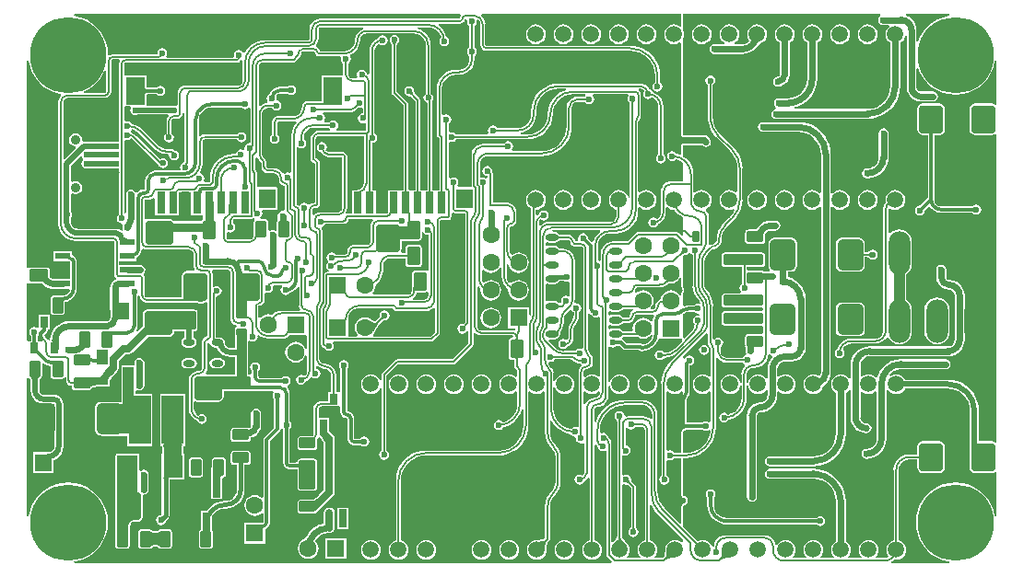
<source format=gtl>
G04 Layer_Physical_Order=1*
G04 Layer_Color=255*
%FSLAX44Y44*%
%MOMM*%
G71*
G01*
G75*
%ADD10C,0.3000*%
%ADD11C,0.1500*%
%ADD12C,0.1500*%
%ADD13C,0.7000*%
%ADD14C,0.6000*%
%ADD15C,0.5000*%
%ADD16C,0.4000*%
%ADD17C,1.0000*%
G04:AMPARAMS|DCode=18|XSize=2.2mm|YSize=2.6mm|CornerRadius=0.33mm|HoleSize=0mm|Usage=FLASHONLY|Rotation=180.000|XOffset=0mm|YOffset=0mm|HoleType=Round|Shape=RoundedRectangle|*
%AMROUNDEDRECTD18*
21,1,2.2000,1.9400,0,0,180.0*
21,1,1.5400,2.6000,0,0,180.0*
1,1,0.6600,-0.7700,0.9700*
1,1,0.6600,0.7700,0.9700*
1,1,0.6600,0.7700,-0.9700*
1,1,0.6600,-0.7700,-0.9700*
%
%ADD18ROUNDEDRECTD18*%
G04:AMPARAMS|DCode=19|XSize=1mm|YSize=1.5mm|CornerRadius=0.125mm|HoleSize=0mm|Usage=FLASHONLY|Rotation=90.000|XOffset=0mm|YOffset=0mm|HoleType=Round|Shape=RoundedRectangle|*
%AMROUNDEDRECTD19*
21,1,1.0000,1.2500,0,0,90.0*
21,1,0.7500,1.5000,0,0,90.0*
1,1,0.2500,0.6250,0.3750*
1,1,0.2500,0.6250,-0.3750*
1,1,0.2500,-0.6250,-0.3750*
1,1,0.2500,-0.6250,0.3750*
%
%ADD19ROUNDEDRECTD19*%
G04:AMPARAMS|DCode=20|XSize=2.3mm|YSize=2.8mm|CornerRadius=0.345mm|HoleSize=0mm|Usage=FLASHONLY|Rotation=0.000|XOffset=0mm|YOffset=0mm|HoleType=Round|Shape=RoundedRectangle|*
%AMROUNDEDRECTD20*
21,1,2.3000,2.1100,0,0,0.0*
21,1,1.6100,2.8000,0,0,0.0*
1,1,0.6900,0.8050,-1.0550*
1,1,0.6900,-0.8050,-1.0550*
1,1,0.6900,-0.8050,1.0550*
1,1,0.6900,0.8050,1.0550*
%
%ADD20ROUNDEDRECTD20*%
G04:AMPARAMS|DCode=21|XSize=0.6mm|YSize=1mm|CornerRadius=0.105mm|HoleSize=0mm|Usage=FLASHONLY|Rotation=0.000|XOffset=0mm|YOffset=0mm|HoleType=Round|Shape=RoundedRectangle|*
%AMROUNDEDRECTD21*
21,1,0.6000,0.7900,0,0,0.0*
21,1,0.3900,1.0000,0,0,0.0*
1,1,0.2100,0.1950,-0.3950*
1,1,0.2100,-0.1950,-0.3950*
1,1,0.2100,-0.1950,0.3950*
1,1,0.2100,0.1950,0.3950*
%
%ADD21ROUNDEDRECTD21*%
%ADD22R,2.5000X3.0000*%
%ADD23R,3.0000X0.5000*%
%ADD24R,0.8000X2.0000*%
%ADD25R,1.6000X1.8000*%
%ADD26R,1.7000X3.4000*%
%ADD27R,1.7000X3.0000*%
%ADD28R,1.7000X2.5000*%
%ADD29R,1.7000X3.6000*%
%ADD30R,1.7000X2.2000*%
%ADD31O,1.2000X0.7000*%
G04:AMPARAMS|DCode=32|XSize=1.2mm|YSize=1.7mm|CornerRadius=0.12mm|HoleSize=0mm|Usage=FLASHONLY|Rotation=0.000|XOffset=0mm|YOffset=0mm|HoleType=Round|Shape=RoundedRectangle|*
%AMROUNDEDRECTD32*
21,1,1.2000,1.4600,0,0,0.0*
21,1,0.9600,1.7000,0,0,0.0*
1,1,0.2400,0.4800,-0.7300*
1,1,0.2400,-0.4800,-0.7300*
1,1,0.2400,-0.4800,0.7300*
1,1,0.2400,0.4800,0.7300*
%
%ADD32ROUNDEDRECTD32*%
%ADD33R,0.7000X1.0000*%
%ADD34R,0.7000X1.7000*%
%ADD35O,0.7000X1.7000*%
G04:AMPARAMS|DCode=36|XSize=1mm|YSize=1.5mm|CornerRadius=0.125mm|HoleSize=0mm|Usage=FLASHONLY|Rotation=180.000|XOffset=0mm|YOffset=0mm|HoleType=Round|Shape=RoundedRectangle|*
%AMROUNDEDRECTD36*
21,1,1.0000,1.2500,0,0,180.0*
21,1,0.7500,1.5000,0,0,180.0*
1,1,0.2500,-0.3750,0.6250*
1,1,0.2500,0.3750,0.6250*
1,1,0.2500,0.3750,-0.6250*
1,1,0.2500,-0.3750,-0.6250*
%
%ADD36ROUNDEDRECTD36*%
G04:AMPARAMS|DCode=37|XSize=2.2mm|YSize=2.6mm|CornerRadius=0.33mm|HoleSize=0mm|Usage=FLASHONLY|Rotation=270.000|XOffset=0mm|YOffset=0mm|HoleType=Round|Shape=RoundedRectangle|*
%AMROUNDEDRECTD37*
21,1,2.2000,1.9400,0,0,270.0*
21,1,1.5400,2.6000,0,0,270.0*
1,1,0.6600,-0.9700,-0.7700*
1,1,0.6600,-0.9700,0.7700*
1,1,0.6600,0.9700,0.7700*
1,1,0.6600,0.9700,-0.7700*
%
%ADD37ROUNDEDRECTD37*%
G04:AMPARAMS|DCode=38|XSize=0.6mm|YSize=1mm|CornerRadius=0.105mm|HoleSize=0mm|Usage=FLASHONLY|Rotation=90.000|XOffset=0mm|YOffset=0mm|HoleType=Round|Shape=RoundedRectangle|*
%AMROUNDEDRECTD38*
21,1,0.6000,0.7900,0,0,90.0*
21,1,0.3900,1.0000,0,0,90.0*
1,1,0.2100,0.3950,0.1950*
1,1,0.2100,0.3950,-0.1950*
1,1,0.2100,-0.3950,-0.1950*
1,1,0.2100,-0.3950,0.1950*
%
%ADD38ROUNDEDRECTD38*%
%ADD39R,2.0000X4.5000*%
%ADD40R,1.8000X2.0000*%
%ADD41R,1.0000X0.7000*%
G04:AMPARAMS|DCode=42|XSize=1.2mm|YSize=1.7mm|CornerRadius=0.12mm|HoleSize=0mm|Usage=FLASHONLY|Rotation=270.000|XOffset=0mm|YOffset=0mm|HoleType=Round|Shape=RoundedRectangle|*
%AMROUNDEDRECTD42*
21,1,1.2000,1.4600,0,0,270.0*
21,1,0.9600,1.7000,0,0,270.0*
1,1,0.2400,-0.7300,-0.4800*
1,1,0.2400,-0.7300,0.4800*
1,1,0.2400,0.7300,0.4800*
1,1,0.2400,0.7300,-0.4800*
%
%ADD42ROUNDEDRECTD42*%
%ADD43R,2.4100X3.3000*%
%ADD44O,1.4000X0.6000*%
%ADD45R,1.4000X0.6000*%
%ADD46O,1.1000X0.6000*%
%ADD47C,0.8000*%
%ADD48C,0.9000*%
%ADD49C,1.6000*%
%ADD50R,2.6750X1.1750*%
%ADD51R,1.0000X2.1750*%
%ADD52R,1.5000X2.0500*%
%ADD53R,1.8500X4.2000*%
%ADD54R,1.6500X2.0250*%
%ADD55R,3.0000X1.2500*%
%ADD56R,2.0500X1.2000*%
%ADD57R,2.5000X1.7000*%
%ADD58R,3.2750X2.8000*%
%ADD59R,1.0000X1.3250*%
%ADD60C,1.6000*%
%ADD61R,1.6000X1.6000*%
%ADD62C,7.0000*%
%ADD63C,1.5000*%
%ADD64C,0.9000*%
%ADD65O,2.0000X4.0000*%
%ADD66R,1.6000X1.6000*%
%ADD67C,0.6000*%
%ADD68C,0.7000*%
G36*
X400757Y506176D02*
X400069Y505146D01*
X399700Y503288D01*
X271250D01*
Y503326D01*
X268770Y502999D01*
X266459Y502042D01*
X264475Y500519D01*
X262952Y498535D01*
X261994Y496224D01*
X261668Y493744D01*
X261706D01*
Y484250D01*
X261674D01*
X261477Y483773D01*
X261000Y483576D01*
Y483544D01*
X221000D01*
Y483600D01*
X216932Y483200D01*
X213021Y482013D01*
X209416Y480087D01*
X206257Y477494D01*
X203664Y474334D01*
X202461Y472084D01*
X201963Y471980D01*
X200775Y472113D01*
X200004Y473267D01*
X198515Y474262D01*
X196760Y474611D01*
X195004Y474262D01*
X193515Y473267D01*
X192521Y471779D01*
X192171Y470023D01*
X192366Y469044D01*
X191337Y467544D01*
X130800D01*
X130104Y469044D01*
X130739Y469994D01*
X131088Y471750D01*
X130739Y473506D01*
X129744Y474994D01*
X128256Y475989D01*
X126500Y476338D01*
X124744Y475989D01*
X123256Y474994D01*
X122261Y473506D01*
X121912Y471750D01*
X121921Y471704D01*
X120969Y470544D01*
X81000D01*
Y470617D01*
X78659Y470152D01*
X78100Y469779D01*
X77743Y469832D01*
X76569Y470559D01*
X76162Y475728D01*
X74821Y481314D01*
X72622Y486622D01*
X69621Y491521D01*
X65889Y495889D01*
X61521Y499621D01*
X56622Y502622D01*
X51314Y504821D01*
X45728Y506162D01*
X45557Y506176D01*
X45616Y507676D01*
X399955D01*
X400757Y506176D01*
D02*
G37*
G36*
X405482Y503144D02*
X405602Y503075D01*
X406584Y501577D01*
X406400Y500653D01*
X406749Y498897D01*
X407744Y497409D01*
X408694Y496774D01*
Y476879D01*
X407744Y476244D01*
X406749Y474756D01*
X406400Y473000D01*
X406749Y471244D01*
X407744Y469756D01*
X408694Y469121D01*
Y465988D01*
X408364Y463479D01*
X407395Y461141D01*
X405855Y459133D01*
X403847Y457593D01*
X401509Y456624D01*
X399000Y456294D01*
X396100D01*
Y456334D01*
X392718Y456000D01*
X389467Y455014D01*
X386470Y453412D01*
X383843Y451257D01*
X381688Y448630D01*
X380086Y445633D01*
X379099Y442382D01*
X378766Y439000D01*
X378806D01*
Y396370D01*
X378980Y395492D01*
X379478Y394748D01*
X380956Y393270D01*
Y345500D01*
X379250D01*
X377750Y345500D01*
Y345500D01*
X377750D01*
Y345500D01*
X374544D01*
Y427878D01*
X375095Y428702D01*
X375444Y430458D01*
X375095Y432214D01*
X374100Y433702D01*
X373150Y434337D01*
Y478451D01*
X373184D01*
X372873Y481609D01*
X371952Y484645D01*
X370456Y487443D01*
X368444Y489895D01*
X366855Y491199D01*
X365991Y491908D01*
X365668Y492081D01*
X365313Y492263D01*
X365214Y492283D01*
X363700Y493092D01*
X360792Y493974D01*
X361014Y495474D01*
X370602D01*
X370680Y495490D01*
X373894Y495066D01*
X376961Y493796D01*
X379595Y491775D01*
X381616Y489141D01*
X382784Y486321D01*
X382344Y486026D01*
X381349Y484538D01*
X381000Y482782D01*
X381349Y481026D01*
X382344Y479538D01*
X383832Y478543D01*
X385588Y478194D01*
X387344Y478543D01*
X388832Y479538D01*
X389827Y481026D01*
X390176Y482782D01*
X389827Y484538D01*
X388832Y486026D01*
X387344Y487021D01*
X387327Y487024D01*
X386603Y489410D01*
X385003Y492404D01*
X382849Y495029D01*
X380224Y497183D01*
X380107Y497245D01*
X380472Y498700D01*
X399994D01*
Y498661D01*
X401655Y498991D01*
X403062Y499932D01*
X404003Y501339D01*
X404333Y503000D01*
X404653Y503277D01*
X405482Y503144D01*
D02*
G37*
G36*
X314340Y489796D02*
X338802D01*
X338949Y488296D01*
X337858Y488079D01*
X336370Y487085D01*
X335375Y485596D01*
X335026Y483840D01*
X333577Y483660D01*
X333255Y485279D01*
X332260Y486768D01*
X330772Y487762D01*
X329016Y488112D01*
X327260Y487762D01*
X325772Y486768D01*
X324777Y485279D01*
X324718Y484983D01*
X322956Y484254D01*
X320446Y482327D01*
X318520Y479817D01*
X317309Y476894D01*
X316896Y473758D01*
X316956D01*
Y452624D01*
X315456Y451931D01*
X314170Y452917D01*
X314121Y452937D01*
X314004Y453528D01*
X313009Y455016D01*
X311521Y456011D01*
X309765Y456360D01*
X308009Y456011D01*
X306521Y455016D01*
X305526Y453528D01*
X305177Y451772D01*
X305526Y450016D01*
X305626Y449867D01*
X304919Y448544D01*
X301000D01*
Y448556D01*
X299592Y448836D01*
X298398Y449634D01*
X297601Y450828D01*
X297321Y452236D01*
X297308D01*
Y462144D01*
X298259Y462778D01*
X299253Y464267D01*
X299603Y466023D01*
X299253Y467779D01*
X298845Y468390D01*
X299074Y469557D01*
X299394Y470175D01*
X301734Y471427D01*
X303980Y473270D01*
X305823Y475516D01*
X307193Y478078D01*
X308037Y480858D01*
X308321Y483750D01*
X308321D01*
X308540Y485159D01*
X308723Y486077D01*
X310041Y488049D01*
X312013Y489367D01*
X314255Y489813D01*
X314340Y489796D01*
D02*
G37*
G36*
X849693Y506176D02*
X849523Y506162D01*
X843936Y504821D01*
X838628Y502622D01*
X833730Y499621D01*
X829361Y495889D01*
X825630Y491521D01*
X822628Y486622D01*
X820838Y482301D01*
X819338Y482599D01*
Y492750D01*
X819371D01*
X818890Y496405D01*
X817479Y499810D01*
X815235Y502735D01*
X812310Y504979D01*
X809421Y506176D01*
X809720Y507676D01*
X849634D01*
X849693Y506176D01*
D02*
G37*
G36*
X341457Y481434D02*
X341026Y480911D01*
X340850Y480653D01*
X340701Y480396D01*
X340580Y480140D01*
X340485Y479886D01*
X340418Y479634D01*
X340378Y479384D01*
X340364Y479135D01*
X338864D01*
X338851Y479384D01*
X338810Y479634D01*
X338742Y479886D01*
X338648Y480140D01*
X338526Y480396D01*
X338378Y480653D01*
X338203Y480911D01*
X338000Y481172D01*
X337771Y481434D01*
X337514Y481698D01*
X341714D01*
X341457Y481434D01*
D02*
G37*
G36*
X335375Y482084D02*
X336291Y480713D01*
X336350Y480566D01*
X336577Y480333D01*
X336747Y480138D01*
X336889Y479956D01*
X337001Y479790D01*
X337088Y479640D01*
X337151Y479507D01*
X337194Y479392D01*
X337220Y479294D01*
X337234Y479210D01*
X337243Y479048D01*
X337320Y478886D01*
Y435284D01*
X337495Y434406D01*
X337992Y433662D01*
X347956Y423698D01*
Y345689D01*
X347877Y345511D01*
X347877Y345500D01*
X346250D01*
X344750Y345500D01*
Y345500D01*
X344750D01*
Y345500D01*
X333750D01*
Y325050D01*
X332750Y324044D01*
X322750D01*
Y345500D01*
X319544D01*
Y388970D01*
X321006Y389261D01*
X322494Y390256D01*
X323489Y391744D01*
X323838Y393500D01*
X323489Y395256D01*
X322494Y396744D01*
X321544Y397379D01*
Y473758D01*
X321563D01*
X321817Y475686D01*
X322562Y477484D01*
X323746Y479027D01*
X324451Y479569D01*
X325772Y480279D01*
X327260Y479285D01*
X329016Y478935D01*
X330772Y479285D01*
X332260Y480279D01*
X333255Y481768D01*
X333604Y483524D01*
X335053Y483704D01*
X335375Y482084D01*
D02*
G37*
G36*
X271613Y495474D02*
X311240D01*
X311576Y494068D01*
X308999Y493000D01*
X306787Y491303D01*
X305090Y489091D01*
X304023Y486515D01*
X303659Y483750D01*
X303659D01*
X303520Y482307D01*
X303363Y481107D01*
X302342Y478645D01*
X300720Y476530D01*
X298605Y474908D01*
X296143Y473888D01*
X293513Y473541D01*
X293500Y473544D01*
X271082D01*
X270857Y474680D01*
X269834Y476209D01*
X268305Y477232D01*
X268161Y477260D01*
X267877Y477766D01*
X267656Y478890D01*
X268862Y480461D01*
X269768Y482650D01*
X270078Y485000D01*
X270044D01*
Y493905D01*
X270031Y493969D01*
X270476Y495042D01*
X271549Y495487D01*
X271613Y495474D01*
D02*
G37*
G36*
X265115Y472951D02*
X266499Y472873D01*
X266822Y471501D01*
X266825Y471487D01*
X266850Y471363D01*
X267706Y470081D01*
X268988Y469225D01*
X270500Y468924D01*
Y468956D01*
X289895D01*
X290711Y467456D01*
X290426Y466023D01*
X290776Y464267D01*
X291770Y462778D01*
X292720Y462144D01*
Y452236D01*
X292693D01*
X292708Y452128D01*
X291719Y451000D01*
X273250D01*
Y427544D01*
X260500D01*
Y427613D01*
X258256Y427166D01*
X256355Y425896D01*
X255084Y423993D01*
X254637Y421750D01*
X254637D01*
X254686Y421695D01*
X254414Y419630D01*
X253596Y417653D01*
X252293Y415957D01*
X250597Y414655D01*
X248620Y413836D01*
X246500Y413557D01*
Y413544D01*
X231250D01*
X230372Y413369D01*
X229898Y413053D01*
X229895Y413057D01*
X229174Y412576D01*
X228837Y412071D01*
X227848Y410591D01*
X227383Y408250D01*
X227456D01*
Y396629D01*
X226506Y395994D01*
X225511Y394506D01*
X225162Y392750D01*
X225511Y390994D01*
X226506Y389506D01*
X227994Y388511D01*
X229750Y388162D01*
X231506Y388511D01*
X232994Y389506D01*
X233989Y390994D01*
X234338Y392750D01*
X233989Y394506D01*
X232994Y395994D01*
X232044Y396629D01*
Y408250D01*
X233262Y408956D01*
X246500D01*
Y408890D01*
X248889Y409205D01*
X249673Y407795D01*
X248263Y406077D01*
X246562Y402895D01*
X245515Y399443D01*
X245162Y395853D01*
X245206D01*
Y362415D01*
X243706Y361613D01*
X243518Y361739D01*
X241762Y362088D01*
X240006Y361739D01*
X238800Y360933D01*
X237100Y361117D01*
X237080Y361165D01*
X235597Y363097D01*
X233665Y364580D01*
X231415Y365512D01*
X229000Y365830D01*
Y365794D01*
X223500D01*
X223486Y365791D01*
X222649Y366138D01*
X222302Y366975D01*
X222304Y366990D01*
Y370207D01*
X222317D01*
X222092Y371918D01*
X221431Y373512D01*
X220381Y374881D01*
X220372Y374872D01*
X218893Y376351D01*
X218920Y376379D01*
X218424Y377123D01*
X218249Y378000D01*
X218210D01*
Y415416D01*
X218195Y415494D01*
X218630Y417682D01*
X219913Y419603D01*
X221834Y420886D01*
X224023Y421321D01*
X224100Y421306D01*
X227371D01*
X228006Y420356D01*
X229494Y419361D01*
X231250Y419012D01*
X233006Y419361D01*
X234494Y420356D01*
X235489Y421844D01*
X235838Y423600D01*
X235489Y425356D01*
X234494Y426844D01*
X233006Y427839D01*
X232588Y427922D01*
X231259Y428239D01*
X231499Y429552D01*
X231588Y430000D01*
X231239Y431756D01*
X231744Y433429D01*
X232807Y434139D01*
X234477Y434472D01*
X234522Y434463D01*
X241644D01*
X241768Y434277D01*
X243256Y433282D01*
X245012Y432933D01*
X246768Y433282D01*
X248256Y434277D01*
X249251Y435765D01*
X249600Y437521D01*
X249251Y439277D01*
X248256Y440766D01*
X246768Y441760D01*
X245012Y442109D01*
X243256Y441760D01*
X241768Y440766D01*
X241644Y440580D01*
X234522D01*
Y440612D01*
X231775Y440251D01*
X229215Y439190D01*
X227017Y437504D01*
X225331Y435306D01*
X224753Y433911D01*
X223756Y433244D01*
X222761Y431756D01*
X222412Y430000D01*
X222761Y428244D01*
X223355Y427355D01*
X222748Y425762D01*
X221376Y425581D01*
X218838Y424530D01*
X216658Y422858D01*
X216582Y422759D01*
X215162Y423241D01*
Y460118D01*
X215191D01*
X215405Y461193D01*
X216014Y462104D01*
X216925Y462713D01*
X218000Y462927D01*
Y462956D01*
X245379D01*
Y462936D01*
X247303Y463190D01*
X248172Y463550D01*
X248378Y463591D01*
X248444Y463635D01*
X248444Y463635D01*
X249122Y464088D01*
X249541Y464507D01*
X252003Y466968D01*
X252019Y466952D01*
X253266Y468577D01*
X254050Y470469D01*
X254317Y472500D01*
X254346D01*
X254464Y472785D01*
X254750Y472904D01*
Y472956D01*
X263667D01*
X263667Y472956D01*
X265031D01*
X265115Y472951D01*
D02*
G37*
G36*
X198925Y465426D02*
X200258Y463851D01*
X200150Y462750D01*
X200206D01*
Y446000D01*
X200204D01*
X199884Y444391D01*
X198972Y443027D01*
X197609Y442116D01*
X196000Y441796D01*
Y441794D01*
X147750D01*
Y441811D01*
X145905Y441568D01*
X144186Y440856D01*
X142711Y439724D01*
X141578Y438247D01*
X140866Y436529D01*
X140623Y434684D01*
X140640D01*
Y423878D01*
X139140Y423073D01*
X137684Y423362D01*
X137361Y423298D01*
X137208Y423328D01*
X137208Y423328D01*
X112250D01*
Y433699D01*
X112296Y433717D01*
X112516Y433776D01*
X112831Y433828D01*
X113236Y433863D01*
X113762Y433877D01*
X113906Y433941D01*
X120151D01*
X120289Y433878D01*
X120858Y433856D01*
X121038Y433836D01*
X121202Y433810D01*
X121330Y433781D01*
X121421Y433752D01*
X121475Y433731D01*
X121485Y433725D01*
X121530Y433686D01*
X121561Y433675D01*
X121566Y433671D01*
X121579Y433669D01*
X121697Y433628D01*
X122994Y432761D01*
X124750Y432412D01*
X126506Y432761D01*
X127994Y433756D01*
X128989Y435244D01*
X129338Y437000D01*
X128989Y438756D01*
X127994Y440244D01*
X126506Y441239D01*
X124750Y441588D01*
X122994Y441239D01*
X121697Y440372D01*
X121578Y440331D01*
X121566Y440328D01*
X121561Y440325D01*
X121530Y440314D01*
X121485Y440275D01*
X121475Y440269D01*
X121421Y440247D01*
X121330Y440219D01*
X121202Y440190D01*
X121058Y440167D01*
X120592Y440128D01*
X120322Y440123D01*
X120174Y440059D01*
X113906D01*
X113762Y440123D01*
X113236Y440137D01*
X112831Y440172D01*
X112516Y440224D01*
X112296Y440283D01*
X112250Y440301D01*
Y451000D01*
X92250D01*
X91544Y452207D01*
Y461750D01*
X91540Y461765D01*
X91890Y462609D01*
X92734Y462959D01*
X92750Y462956D01*
X195000D01*
Y462922D01*
X196561Y463232D01*
X197884Y464116D01*
X198768Y465439D01*
X198925Y465426D01*
D02*
G37*
G36*
X603376Y497047D02*
X601876Y496307D01*
X601089Y496912D01*
X598900Y497818D01*
X596550Y498128D01*
X594201Y497818D01*
X592011Y496912D01*
X590131Y495469D01*
X588689Y493589D01*
X587782Y491400D01*
X587473Y489050D01*
X587782Y486701D01*
X588689Y484511D01*
X590131Y482631D01*
X592011Y481189D01*
X594201Y480282D01*
X596550Y479973D01*
X598900Y480282D01*
X601089Y481189D01*
X601876Y481793D01*
X603376Y481053D01*
Y396338D01*
X603852Y395190D01*
X605000Y394715D01*
Y388785D01*
X603852Y388310D01*
X603376Y387162D01*
Y378937D01*
X601876Y378063D01*
X599201Y378875D01*
X598273Y380263D01*
X596785Y381257D01*
X595029Y381607D01*
X593273Y381257D01*
X591785Y380263D01*
X590790Y378774D01*
X590441Y377018D01*
X590790Y375263D01*
X591785Y373774D01*
X593273Y372780D01*
X595029Y372430D01*
X596785Y372780D01*
X598273Y373774D01*
X598577Y374229D01*
X600701Y373585D01*
X603263Y372215D01*
X605000Y370790D01*
Y353794D01*
X594500D01*
Y353836D01*
X591903Y353494D01*
X589482Y352491D01*
X587404Y350896D01*
X585809Y348818D01*
X584806Y346398D01*
X584464Y343800D01*
X584506D01*
Y325300D01*
X584483D01*
X584245Y323493D01*
X583547Y321809D01*
X582438Y320363D01*
X582017Y320040D01*
X580744Y319244D01*
X579256Y320239D01*
X577500Y320588D01*
X575744Y320239D01*
X574256Y319244D01*
X573261Y317756D01*
X572912Y316000D01*
X573261Y314244D01*
X574256Y312756D01*
X575744Y311761D01*
X577500Y311412D01*
X579256Y311761D01*
X580744Y312756D01*
X581739Y314244D01*
X581806Y314582D01*
X583325Y315211D01*
X585738Y317062D01*
X587589Y319475D01*
X588753Y322285D01*
X589150Y325300D01*
X589094D01*
Y329256D01*
X590594Y329876D01*
X592011Y328789D01*
X594201Y327882D01*
X596550Y327573D01*
X596836Y327610D01*
X597122Y327076D01*
X599265Y324464D01*
X601876Y322321D01*
X604856Y320729D01*
X605000Y320685D01*
Y304193D01*
X603614Y303619D01*
X600611Y306622D01*
X599866Y307120D01*
X598988Y307294D01*
X563279D01*
X562401Y307120D01*
X561657Y306622D01*
X553675Y298640D01*
X541101D01*
Y298698D01*
X538008Y298291D01*
X535124Y297097D01*
X532649Y295197D01*
X530749Y292721D01*
X529555Y289838D01*
X529147Y286744D01*
X529206D01*
Y281751D01*
X529205Y281750D01*
Y281275D01*
X527969Y280505D01*
X527705Y280518D01*
X526544Y280749D01*
Y294382D01*
X526536Y294424D01*
X526916Y297316D01*
X528049Y300051D01*
X529851Y302399D01*
X532199Y304201D01*
X534934Y305334D01*
X537826Y305714D01*
X537868Y305706D01*
X542750D01*
Y305649D01*
X546847Y306052D01*
X550787Y307248D01*
X554418Y309188D01*
X557600Y311800D01*
X560212Y314982D01*
X562153Y318613D01*
X563348Y322553D01*
X563751Y326650D01*
X563694D01*
Y329256D01*
X565194Y329876D01*
X566611Y328789D01*
X568801Y327882D01*
X571150Y327573D01*
X573500Y327882D01*
X575689Y328789D01*
X577569Y330231D01*
X579012Y332111D01*
X579919Y334301D01*
X580228Y336650D01*
X579919Y339000D01*
X579012Y341189D01*
X577569Y343069D01*
X575689Y344512D01*
X573500Y345419D01*
X571150Y345728D01*
X568801Y345419D01*
X566611Y344512D01*
X565194Y343424D01*
X563694Y344044D01*
Y408388D01*
X563717D01*
X563917Y409395D01*
X564664Y410586D01*
X564664Y410586D01*
X565838Y412342D01*
X566250Y414413D01*
X566190D01*
Y433125D01*
X566252D01*
X565831Y435242D01*
X564632Y437036D01*
X563809Y437586D01*
X564264Y439086D01*
X565420D01*
X565457Y439093D01*
X567367Y438713D01*
X569017Y437611D01*
X569397Y437042D01*
X568547Y435770D01*
X568198Y434014D01*
X568547Y432258D01*
X569542Y430770D01*
X571030Y429775D01*
X572786Y429426D01*
X574542Y429775D01*
X576030Y430770D01*
X576182Y430997D01*
X577480Y430460D01*
X579424Y428968D01*
X580916Y427024D01*
X581853Y424760D01*
X582173Y422330D01*
X582176D01*
Y379532D01*
X582099Y379371D01*
X582090Y379208D01*
X582076Y379124D01*
X582050Y379026D01*
X582007Y378912D01*
X581944Y378778D01*
X581857Y378629D01*
X581758Y378482D01*
X581417Y378069D01*
X581206Y377852D01*
X581147Y377705D01*
X580231Y376334D01*
X579882Y374578D01*
X580231Y372822D01*
X581226Y371334D01*
X582714Y370339D01*
X584470Y369990D01*
X586226Y370339D01*
X587714Y371334D01*
X588709Y372822D01*
X589058Y374578D01*
X588709Y376334D01*
X587793Y377705D01*
X587734Y377852D01*
X587507Y378086D01*
X587337Y378280D01*
X587196Y378462D01*
X587083Y378628D01*
X586996Y378778D01*
X586933Y378912D01*
X586890Y379026D01*
X586864Y379124D01*
X586850Y379208D01*
X586841Y379371D01*
X586764Y379532D01*
Y422330D01*
X586840D01*
X586361Y425967D01*
X584957Y429357D01*
X582724Y432268D01*
X579813Y434501D01*
X577049Y435646D01*
X577025Y435770D01*
X576030Y437258D01*
X574542Y438253D01*
X574030Y438355D01*
X573820Y438863D01*
X572278Y440872D01*
X570270Y442413D01*
X567930Y443382D01*
X565420Y443713D01*
Y443674D01*
X490750D01*
Y443752D01*
X485800Y443265D01*
X481040Y441821D01*
X476654Y439476D01*
X472809Y436321D01*
X469654Y432476D01*
X467309Y428089D01*
X465865Y423330D01*
X465378Y418380D01*
X465456D01*
Y415250D01*
X465470Y415177D01*
X465054Y412016D01*
X463806Y409003D01*
X461820Y406415D01*
X459233Y404430D01*
X456220Y403182D01*
X453059Y402766D01*
X452986Y402780D01*
X434171D01*
X433536Y403730D01*
X432048Y404725D01*
X430292Y405074D01*
X428536Y404725D01*
X427048Y403730D01*
X426053Y402242D01*
X425704Y400486D01*
X426053Y398730D01*
X426248Y398438D01*
X425447Y396938D01*
X396579D01*
X395944Y397888D01*
X394456Y398883D01*
X392700Y399232D01*
X391244Y398942D01*
X389744Y399748D01*
Y406837D01*
X390744Y407506D01*
X391739Y408994D01*
X392088Y410750D01*
X391739Y412506D01*
X390744Y413994D01*
X389256Y414989D01*
X387500Y415338D01*
X385744Y414989D01*
X384894Y414421D01*
X383394Y415199D01*
Y439000D01*
X383378Y439079D01*
X383802Y442295D01*
X385074Y445366D01*
X387097Y448003D01*
X389734Y450026D01*
X392804Y451298D01*
X396021Y451722D01*
X396100Y451706D01*
X399000D01*
Y451627D01*
X402717Y452117D01*
X406180Y453551D01*
X409155Y455833D01*
X411437Y458808D01*
X412872Y462271D01*
X413361Y465988D01*
X413282D01*
Y469121D01*
X414232Y469756D01*
X415227Y471244D01*
X415576Y473000D01*
X415227Y474756D01*
X414232Y476244D01*
X413282Y476879D01*
Y496774D01*
X414232Y497409D01*
X415227Y498897D01*
X415576Y500653D01*
X415385Y501616D01*
X416735Y502518D01*
X416991Y502347D01*
X418200Y500537D01*
X418612Y498464D01*
X418600Y498403D01*
Y479734D01*
X418530D01*
X418981Y477469D01*
X420264Y475548D01*
X422185Y474265D01*
X424450Y473814D01*
Y473884D01*
X556022D01*
X556118Y473903D01*
X560535Y473468D01*
X564875Y472151D01*
X568875Y470014D01*
X572380Y467136D01*
X575258Y463631D01*
X577395Y459631D01*
X578712Y455291D01*
X579147Y450874D01*
X579128Y450778D01*
Y444629D01*
X578178Y443994D01*
X577183Y442506D01*
X576834Y440750D01*
X577183Y438994D01*
X578178Y437506D01*
X579666Y436511D01*
X581422Y436162D01*
X583178Y436511D01*
X584666Y437506D01*
X585661Y438994D01*
X586010Y440750D01*
X585661Y442506D01*
X584666Y443994D01*
X583716Y444629D01*
Y450778D01*
X583758D01*
X583416Y455117D01*
X582400Y459349D01*
X580734Y463370D01*
X578461Y467080D01*
X575634Y470390D01*
X572324Y473217D01*
X568614Y475490D01*
X564593Y477156D01*
X560361Y478172D01*
X556022Y478513D01*
Y478472D01*
X424450D01*
X424427Y478467D01*
X423548Y478832D01*
X423184Y479711D01*
X423188Y479734D01*
Y498403D01*
X423231D01*
X422884Y501039D01*
X421867Y503495D01*
X420248Y505604D01*
X419504Y506176D01*
X420013Y507676D01*
X603376D01*
Y497047D01*
D02*
G37*
G36*
X74938Y455049D02*
Y436300D01*
X74948Y436248D01*
X74598Y435402D01*
X73723Y435040D01*
X73700Y435044D01*
X54908D01*
X54609Y436544D01*
X56622Y437378D01*
X61521Y440380D01*
X65889Y444111D01*
X69621Y448480D01*
X72622Y453378D01*
X73438Y455347D01*
X74938Y455049D01*
D02*
G37*
G36*
X122608Y434900D02*
X122479Y435014D01*
X122329Y435116D01*
X122157Y435206D01*
X121964Y435284D01*
X121750Y435350D01*
X121513Y435404D01*
X121255Y435446D01*
X120976Y435476D01*
X120352Y435500D01*
X120352Y438500D01*
X120675Y438506D01*
X121255Y438554D01*
X121513Y438596D01*
X121750Y438650D01*
X121964Y438716D01*
X122158Y438794D01*
X122329Y438884D01*
X122479Y438986D01*
X122608Y439100D01*
X122608Y434900D01*
D02*
G37*
G36*
X110719Y439715D02*
X110810Y439460D01*
X110962Y439235D01*
X111174Y439040D01*
X111447Y438875D01*
X111780Y438740D01*
X112174Y438635D01*
X112628Y438560D01*
X113144Y438515D01*
X113720Y438500D01*
Y435500D01*
X113144Y435485D01*
X112628Y435440D01*
X112174Y435365D01*
X111780Y435260D01*
X111447Y435125D01*
X111174Y434960D01*
X110962Y434765D01*
X110810Y434540D01*
X110719Y434285D01*
X110689Y434000D01*
Y440000D01*
X110719Y439715D01*
D02*
G37*
G36*
X356335Y436156D02*
X356399Y435481D01*
X356458Y435174D01*
X356535Y434887D01*
X356629Y434621D01*
X356742Y434375D01*
X356872Y434149D01*
X357021Y433943D01*
X357187Y433758D01*
X356126Y432697D01*
X355941Y432863D01*
X355735Y433012D01*
X355509Y433142D01*
X355263Y433255D01*
X354997Y433349D01*
X354710Y433426D01*
X354403Y433485D01*
X354076Y433526D01*
X353728Y433549D01*
X353360Y433554D01*
X356330Y436524D01*
X356335Y436156D01*
D02*
G37*
G36*
X503800Y434006D02*
X514725D01*
X515270Y432590D01*
X514520Y431544D01*
X508000D01*
Y431586D01*
X505390Y431243D01*
X502957Y430235D01*
X500868Y428632D01*
X499265Y426543D01*
X498257Y424110D01*
X497914Y421500D01*
X497956D01*
Y404650D01*
X497975Y404554D01*
X497540Y400137D01*
X496223Y395797D01*
X494086Y391797D01*
X491208Y388292D01*
X487703Y385414D01*
X483703Y383277D01*
X479363Y381960D01*
X474946Y381525D01*
X474850Y381544D01*
X448352D01*
X448025Y382005D01*
X447687Y383044D01*
X448489Y384244D01*
X448838Y386000D01*
X448489Y387756D01*
X447494Y389244D01*
X446006Y390239D01*
X444250Y390588D01*
X442494Y390239D01*
X441006Y389244D01*
X440371Y388294D01*
X421000D01*
Y388338D01*
X418329Y387987D01*
X415841Y386956D01*
X413704Y385316D01*
X412064Y383179D01*
X411033Y380690D01*
X410887Y379581D01*
X410726Y378770D01*
X410682Y378020D01*
X410726D01*
Y349312D01*
X410060Y348500D01*
X397989D01*
X397979Y348510D01*
X397325Y350000D01*
X397989Y350994D01*
X398338Y352750D01*
X397989Y354506D01*
X396994Y355994D01*
X395506Y356989D01*
X393750Y357338D01*
X391994Y356989D01*
X391244Y356488D01*
X389744Y357289D01*
Y389540D01*
X391244Y390345D01*
X392700Y390056D01*
X394456Y390405D01*
X395944Y391400D01*
X396579Y392350D01*
X462144D01*
Y392282D01*
X466674Y392728D01*
X471029Y394050D01*
X475043Y396195D01*
X478562Y399082D01*
X481449Y402601D01*
X483594Y406615D01*
X484916Y410970D01*
X485362Y415500D01*
X485362D01*
X485433Y416971D01*
X485644Y419112D01*
X486697Y422584D01*
X488408Y425785D01*
X490710Y428590D01*
X493515Y430892D01*
X496716Y432603D01*
X500188Y433656D01*
X503779Y434010D01*
X503800Y434006D01*
D02*
G37*
G36*
X81000Y465956D02*
X86841D01*
X87642Y464456D01*
X87333Y463993D01*
X86887Y461750D01*
X86956D01*
Y390000D01*
X72394D01*
X72000Y390078D01*
X54500D01*
X54255Y390029D01*
X52979Y391305D01*
X53117Y392000D01*
X52652Y394341D01*
X51326Y396326D01*
X49341Y397652D01*
X47000Y398117D01*
X44659Y397652D01*
X42674Y396326D01*
X41348Y394341D01*
X40882Y392000D01*
X41348Y389659D01*
X42674Y387674D01*
X44659Y386348D01*
X46577Y385966D01*
X47252Y384519D01*
X37084Y374351D01*
X35584Y374973D01*
Y424460D01*
X35544Y424660D01*
Y426500D01*
X35551D01*
X35852Y428011D01*
X36708Y429292D01*
X37989Y430148D01*
X39500Y430449D01*
Y430456D01*
X73700D01*
Y430387D01*
X75963Y430837D01*
X77882Y432118D01*
X79164Y434037D01*
X79614Y436300D01*
X79544D01*
X79526Y436391D01*
Y457386D01*
X79544Y457477D01*
Y464500D01*
X79534Y464549D01*
X79949Y465551D01*
X80951Y465966D01*
X81000Y465956D01*
D02*
G37*
G36*
X560243Y427636D02*
X559812Y427113D01*
X559636Y426854D01*
X559487Y426597D01*
X559366Y426342D01*
X559271Y426088D01*
X559204Y425836D01*
X559163Y425586D01*
X559150Y425337D01*
X557650D01*
X557636Y425586D01*
X557596Y425836D01*
X557528Y426088D01*
X557434Y426342D01*
X557312Y426597D01*
X557164Y426854D01*
X556988Y427113D01*
X556786Y427374D01*
X556556Y427636D01*
X556300Y427900D01*
X560500D01*
X560243Y427636D01*
D02*
G37*
G36*
X554634Y432506D02*
X554161Y431798D01*
X553812Y430042D01*
X554161Y428286D01*
X555077Y426915D01*
X555136Y426768D01*
X555363Y426534D01*
X555533Y426340D01*
X555674Y426158D01*
X555787Y425992D01*
X555874Y425841D01*
X555937Y425709D01*
X555980Y425594D01*
X556006Y425496D01*
X556020Y425412D01*
X556029Y425249D01*
X556106Y425088D01*
Y338434D01*
X554606Y338336D01*
X554519Y339000D01*
X553612Y341189D01*
X552169Y343069D01*
X550289Y344512D01*
X548100Y345419D01*
X545750Y345728D01*
X543401Y345419D01*
X541211Y344512D01*
X539331Y343069D01*
X537889Y341189D01*
X536982Y339000D01*
X536673Y336650D01*
X536982Y334301D01*
X537889Y332111D01*
X539331Y330231D01*
X541211Y328789D01*
X543401Y327882D01*
X543456Y327875D01*
Y321559D01*
X543463Y321524D01*
X543087Y319635D01*
X541997Y318003D01*
X540366Y316913D01*
X538476Y316537D01*
X538442Y316544D01*
X482091D01*
X481750Y316612D01*
X481750Y316661D01*
X480678Y316544D01*
X480394Y316488D01*
X480393Y316488D01*
X480313Y316472D01*
X480308Y316471D01*
X480308Y316471D01*
X478944Y316291D01*
X478366Y316052D01*
X478299Y316039D01*
X478242Y316001D01*
X476329Y315208D01*
X474083Y313485D01*
X473965Y313331D01*
X472544Y313813D01*
Y315750D01*
X472546D01*
X472866Y317359D01*
X472915Y317432D01*
X473778Y318723D01*
X473853Y318773D01*
X474994Y318011D01*
X476750Y317662D01*
X478506Y318011D01*
X479994Y319006D01*
X480989Y320494D01*
X481338Y322250D01*
X480989Y324006D01*
X479994Y325494D01*
X478506Y326489D01*
X476750Y326838D01*
X474994Y326489D01*
X473506Y325494D01*
X472511Y324006D01*
X472394Y323416D01*
X472337Y323393D01*
X471044Y322401D01*
X469544Y323090D01*
Y327567D01*
X469550Y327573D01*
X471900Y327882D01*
X474089Y328789D01*
X475969Y330231D01*
X477412Y332111D01*
X478319Y334301D01*
X478628Y336650D01*
X478319Y339000D01*
X477412Y341189D01*
X475969Y343069D01*
X474089Y344512D01*
X471900Y345419D01*
X469550Y345728D01*
X467201Y345419D01*
X465011Y344512D01*
X463131Y343069D01*
X461689Y341189D01*
X460782Y339000D01*
X460473Y336650D01*
X460782Y334301D01*
X461689Y332111D01*
X463131Y330231D01*
X464956Y328831D01*
Y230464D01*
X464750Y230205D01*
X463250Y230728D01*
Y237550D01*
X444250D01*
Y218550D01*
X450378D01*
X450692Y217575D01*
X449521Y216486D01*
X448621Y216665D01*
Y216598D01*
X419500D01*
Y216611D01*
X418097Y216890D01*
X416908Y217684D01*
X416114Y218873D01*
X415835Y220276D01*
X415822D01*
Y256677D01*
X417322Y257186D01*
X418976Y255030D01*
X418768Y253450D01*
X419095Y250970D01*
X420052Y248659D01*
X421575Y246674D01*
X423559Y245152D01*
X425870Y244195D01*
X428350Y243868D01*
X430830Y244195D01*
X433141Y245152D01*
X435125Y246674D01*
X436648Y248659D01*
X437605Y250970D01*
X437932Y253450D01*
X437605Y255930D01*
X436648Y258241D01*
X435125Y260225D01*
X433141Y261748D01*
X430830Y262705D01*
X428350Y263032D01*
X425870Y262705D01*
X423559Y261748D01*
X422296Y260779D01*
X420553Y261152D01*
X420496Y261203D01*
X420146Y262050D01*
X419856Y264248D01*
X419846D01*
Y271863D01*
X421346Y272372D01*
X421575Y272075D01*
X423559Y270552D01*
X425870Y269594D01*
X428350Y269268D01*
X430830Y269594D01*
X433141Y270552D01*
X435125Y272075D01*
X436648Y274059D01*
X436706Y274198D01*
X438206Y273900D01*
Y266700D01*
X438125D01*
X438622Y262928D01*
X440078Y259413D01*
X442394Y256394D01*
X444357Y254888D01*
X444168Y253450D01*
X444495Y250970D01*
X445452Y248659D01*
X446974Y246674D01*
X448959Y245152D01*
X451270Y244195D01*
X453750Y243868D01*
X456230Y244195D01*
X458541Y245152D01*
X460525Y246674D01*
X462048Y248659D01*
X463005Y250970D01*
X463332Y253450D01*
X463005Y255930D01*
X462048Y258241D01*
X460525Y260225D01*
X458541Y261748D01*
X456230Y262705D01*
X453750Y263032D01*
X451270Y262705D01*
X448959Y261748D01*
X446974Y260225D01*
X445185Y260357D01*
X444119Y261746D01*
X443130Y264136D01*
X442793Y266694D01*
X442794Y266700D01*
Y277795D01*
X444294Y277893D01*
X444495Y276370D01*
X445452Y274059D01*
X446974Y272075D01*
X448959Y270552D01*
X451270Y269594D01*
X453750Y269268D01*
X456230Y269594D01*
X458541Y270552D01*
X460525Y272075D01*
X462048Y274059D01*
X463005Y276370D01*
X463332Y278850D01*
X463005Y281330D01*
X462048Y283641D01*
X460525Y285625D01*
X458541Y287148D01*
X456230Y288105D01*
X453750Y288432D01*
X451270Y288105D01*
X448959Y287148D01*
X447974Y286392D01*
X446147Y286881D01*
X446079Y287045D01*
X445809Y289100D01*
X445794D01*
Y310831D01*
X446250Y312142D01*
X448398Y312569D01*
X450218Y313786D01*
X451435Y315607D01*
X451862Y317754D01*
X451798D01*
Y325746D01*
X451825D01*
X451544Y327875D01*
X450722Y329859D01*
X449415Y331563D01*
X447711Y332870D01*
X445727Y333692D01*
X443598Y333972D01*
Y333946D01*
X430046D01*
Y360498D01*
X430100D01*
X429712Y362450D01*
X429494Y362776D01*
X429588Y363250D01*
X429239Y365006D01*
X428244Y366494D01*
X426756Y367489D01*
X425000Y367838D01*
X423244Y367489D01*
X421756Y366494D01*
X420761Y365006D01*
X420412Y363250D01*
X420761Y361494D01*
X421756Y360006D01*
X423244Y359011D01*
X425000Y358662D01*
X425233Y358471D01*
X425139Y357110D01*
X423821Y356475D01*
X423026Y357006D01*
X421271Y357355D01*
X419815Y357066D01*
X418315Y357871D01*
Y369577D01*
X418335D01*
X418585Y371482D01*
X419320Y373257D01*
X420490Y374781D01*
X422014Y375950D01*
X423788Y376685D01*
X425693Y376936D01*
Y376956D01*
X474850D01*
Y376914D01*
X479189Y377256D01*
X483421Y378272D01*
X487442Y379938D01*
X491152Y382211D01*
X494462Y385038D01*
X497289Y388348D01*
X499562Y392058D01*
X501228Y396079D01*
X502244Y400311D01*
X502585Y404650D01*
X502544D01*
Y421500D01*
X502533Y421556D01*
X502939Y423596D01*
X504126Y425374D01*
X505904Y426561D01*
X507944Y426967D01*
X508000Y426956D01*
X514871D01*
X515506Y426006D01*
X516994Y425011D01*
X518750Y424662D01*
X520506Y425011D01*
X521994Y426006D01*
X522989Y427494D01*
X523338Y429250D01*
X522989Y431006D01*
X521994Y432494D01*
X521977Y432506D01*
X522432Y434006D01*
X553833D01*
X554634Y432506D01*
D02*
G37*
G36*
X310709Y420898D02*
Y416330D01*
X308994Y415989D01*
X307506Y414994D01*
X306511Y413506D01*
X306162Y411750D01*
X306511Y409994D01*
X307506Y408506D01*
X308994Y407511D01*
X310750Y407162D01*
X312456Y407501D01*
X312724Y407536D01*
X313956Y406720D01*
Y400315D01*
X313903Y400293D01*
X313881Y400240D01*
X286786D01*
X286331Y401740D01*
X286758Y402025D01*
X287753Y403514D01*
X288102Y405270D01*
X287753Y407026D01*
X286758Y408514D01*
X285270Y409509D01*
X283514Y409858D01*
X281758Y409509D01*
X280270Y408514D01*
X279635Y407564D01*
X275713D01*
X275547Y407762D01*
X275048Y409064D01*
X275781Y410160D01*
X276130Y411916D01*
X275781Y413672D01*
X274786Y415160D01*
X273970Y415706D01*
X274425Y417206D01*
X298750D01*
Y417178D01*
X300913Y417463D01*
X302929Y418298D01*
X304657Y419625D01*
X304659Y419626D01*
X304640Y419646D01*
X306629Y421635D01*
X307750Y421412D01*
X309209Y421702D01*
X310709Y420898D01*
D02*
G37*
G36*
X786275Y506176D02*
X785256Y505494D01*
X784261Y504006D01*
X783912Y502250D01*
X784261Y500494D01*
X785256Y499006D01*
X786744Y498011D01*
X788500Y497662D01*
X793725D01*
X794234Y496162D01*
X793331Y495469D01*
X791889Y493589D01*
X790982Y491400D01*
X790673Y489050D01*
X790982Y486701D01*
X791889Y484511D01*
X793331Y482631D01*
X795162Y481227D01*
Y441150D01*
X795203Y440943D01*
X794823Y437078D01*
X793635Y433162D01*
X791706Y429553D01*
X789110Y426390D01*
X785947Y423794D01*
X782338Y421865D01*
X778422Y420678D01*
X774558Y420297D01*
X774350Y420338D01*
X707094D01*
X706916Y421838D01*
X707035Y421867D01*
X707442Y421948D01*
X707482Y421974D01*
X709592Y422481D01*
X713482Y424092D01*
X717072Y426292D01*
X720274Y429026D01*
X723008Y432228D01*
X725208Y435818D01*
X726820Y439708D01*
X727803Y443802D01*
X728129Y447955D01*
X728138Y448000D01*
Y481227D01*
X729969Y482631D01*
X731412Y484511D01*
X732319Y486701D01*
X732628Y489050D01*
X732319Y491400D01*
X731412Y493589D01*
X729969Y495469D01*
X728089Y496912D01*
X725900Y497818D01*
X723550Y498128D01*
X721201Y497818D01*
X719011Y496912D01*
X717131Y495469D01*
X715689Y493589D01*
X714782Y491400D01*
X714473Y489050D01*
X714782Y486701D01*
X715689Y484511D01*
X717131Y482631D01*
X718962Y481227D01*
Y448000D01*
X718993Y447844D01*
X718668Y444545D01*
X717661Y441223D01*
X716024Y438162D01*
X713822Y435478D01*
X711138Y433276D01*
X708077Y431640D01*
X704791Y430643D01*
X704755Y430632D01*
X701456Y430307D01*
X701300Y430338D01*
X693000D01*
X691244Y429989D01*
X689756Y428994D01*
X688761Y427506D01*
X688412Y425750D01*
X688761Y423994D01*
X689756Y422506D01*
X690755Y421838D01*
X690753Y421206D01*
X690403Y420269D01*
X688994Y419989D01*
X687506Y418994D01*
X686511Y417506D01*
X686162Y415750D01*
X686511Y413994D01*
X687506Y412506D01*
X688994Y411511D01*
X690750Y411162D01*
X774350D01*
Y411157D01*
X779042Y411527D01*
X783618Y412626D01*
X787967Y414426D01*
X791979Y416886D01*
X795558Y419942D01*
X798615Y423521D01*
X801074Y427534D01*
X802875Y431882D01*
X803973Y436458D01*
X804343Y441150D01*
X804338D01*
Y481227D01*
X806169Y482631D01*
X807612Y484511D01*
X808519Y486701D01*
X808662Y487789D01*
X810162Y487691D01*
Y440382D01*
X810137D01*
X810169Y440139D01*
X810217Y439770D01*
X810325Y438949D01*
X810325Y438949D01*
X810588Y436957D01*
X811909Y433766D01*
X814012Y431026D01*
X816752Y428923D01*
X819943Y427601D01*
X823368Y427150D01*
Y427175D01*
X834500D01*
X836256Y427525D01*
X837745Y428519D01*
X838739Y430008D01*
X839088Y431764D01*
X838739Y433520D01*
X837745Y435008D01*
X836256Y436003D01*
X834500Y436352D01*
X823368D01*
X823269Y436332D01*
X821811Y436622D01*
X820491Y437504D01*
X819609Y438824D01*
X819335Y440200D01*
X819340Y440223D01*
X819323Y440306D01*
X819338Y440382D01*
Y457401D01*
X820838Y457699D01*
X822628Y453378D01*
X825630Y448480D01*
X829361Y444111D01*
X833730Y440380D01*
X838628Y437378D01*
X843936Y435179D01*
X849523Y433838D01*
X855250Y433387D01*
X860978Y433838D01*
X866564Y435179D01*
X871872Y437378D01*
X876771Y440380D01*
X881140Y444111D01*
X884871Y448480D01*
X887873Y453378D01*
X890071Y458686D01*
X891412Y464273D01*
X891426Y464442D01*
X892926Y464384D01*
Y424886D01*
X891426Y424235D01*
X890323Y424972D01*
X888450Y425344D01*
X873050D01*
X871177Y424972D01*
X869589Y423911D01*
X868528Y422323D01*
X868156Y420450D01*
Y401050D01*
X868528Y399177D01*
X869589Y397589D01*
X871177Y396529D01*
X873050Y396156D01*
X888450D01*
X890323Y396529D01*
X891426Y397266D01*
X892926Y396615D01*
Y114136D01*
X891426Y113484D01*
X890323Y114221D01*
X888450Y114594D01*
X876578D01*
Y142650D01*
X876588D01*
X876236Y147122D01*
X875189Y151484D01*
X873472Y155629D01*
X871128Y159454D01*
X868215Y162865D01*
X864804Y165778D01*
X860979Y168122D01*
X856834Y169839D01*
X852472Y170886D01*
X848000Y171238D01*
Y171228D01*
X808702D01*
X808511Y171689D01*
X807069Y173569D01*
X805189Y175011D01*
X802999Y175918D01*
X800650Y176227D01*
X798300Y175918D01*
X796111Y175011D01*
X795649Y174657D01*
X794580Y175727D01*
X795640Y177110D01*
X798382Y179213D01*
X801574Y180535D01*
X804775Y180957D01*
X805000Y180912D01*
X846000D01*
X847756Y181261D01*
X849244Y182256D01*
X850239Y183744D01*
X850588Y185500D01*
X850239Y187256D01*
X849244Y188744D01*
X847756Y189739D01*
X846000Y190088D01*
X805000D01*
Y190108D01*
X800638Y189678D01*
X796444Y188406D01*
X792579Y186340D01*
X789191Y183559D01*
X786410Y180171D01*
X784344Y176306D01*
X783527Y173611D01*
X781868Y173309D01*
X781669Y173569D01*
X779789Y175011D01*
X777599Y175918D01*
X775250Y176227D01*
X772900Y175918D01*
X770711Y175011D01*
X769338Y173958D01*
X767838Y174620D01*
Y184250D01*
X767817Y184357D01*
X768099Y186501D01*
X768968Y188599D01*
X770350Y190400D01*
X772151Y191782D01*
X774249Y192651D01*
X776392Y192933D01*
X776500Y192912D01*
X848500D01*
X848655Y192943D01*
X851441Y193217D01*
X854268Y194075D01*
X856874Y195468D01*
X859158Y197342D01*
X861032Y199626D01*
X862425Y202232D01*
X863283Y205060D01*
X863557Y207845D01*
X863588Y208000D01*
Y248750D01*
X863623D01*
X863133Y252470D01*
X861697Y255936D01*
X859413Y258913D01*
X856436Y261197D01*
X852970Y262633D01*
X849250Y263123D01*
X849250Y263123D01*
X847904Y263495D01*
X847359Y263859D01*
X846779Y264727D01*
X846582Y265718D01*
X846588Y265750D01*
Y272500D01*
X846239Y274256D01*
X845244Y275744D01*
X843756Y276739D01*
X842000Y277088D01*
X840244Y276739D01*
X838756Y275744D01*
X837761Y274256D01*
X837412Y272500D01*
Y265750D01*
X837399D01*
X837802Y262683D01*
X838986Y259824D01*
X840870Y257370D01*
X843324Y255486D01*
X846183Y254302D01*
X849250Y253899D01*
Y253899D01*
X850664Y253692D01*
X851249Y253576D01*
X852944Y252443D01*
X854076Y250749D01*
X854443Y248904D01*
X854412Y248750D01*
Y208000D01*
X854450Y207809D01*
X854032Y205709D01*
X852734Y203766D01*
X850792Y202468D01*
X848692Y202050D01*
X848500Y202088D01*
X776500D01*
X776477Y202084D01*
X773020Y201743D01*
X769675Y200728D01*
X766591Y199080D01*
X763888Y196862D01*
X761670Y194159D01*
X760022Y191075D01*
X759007Y187729D01*
X758666Y184273D01*
X758662Y184250D01*
Y172914D01*
X757162Y172405D01*
X756269Y173569D01*
X754389Y175011D01*
X752199Y175918D01*
X749850Y176227D01*
X747500Y175918D01*
X745311Y175011D01*
X743431Y173569D01*
X741989Y171689D01*
X741082Y169499D01*
X740772Y167150D01*
X741082Y164800D01*
X741989Y162611D01*
X743431Y160731D01*
X745262Y159326D01*
Y121650D01*
X745303Y121443D01*
X744922Y117578D01*
X743735Y113662D01*
X741806Y110053D01*
X739210Y106890D01*
X736047Y104294D01*
X732438Y102365D01*
X728522Y101178D01*
X724657Y100797D01*
X724450Y100838D01*
X684750D01*
X682994Y100489D01*
X681506Y99494D01*
X680511Y98006D01*
X680162Y96250D01*
X680511Y94494D01*
X681506Y93006D01*
X682994Y92011D01*
X684750Y91662D01*
X724450D01*
Y91658D01*
X729142Y92027D01*
X733718Y93125D01*
X738066Y94927D01*
X742079Y97386D01*
X745658Y100442D01*
X748714Y104021D01*
X751173Y108034D01*
X752974Y112382D01*
X754073Y116958D01*
X754442Y121650D01*
X754438D01*
Y159326D01*
X756269Y160731D01*
X757162Y161895D01*
X758662Y161386D01*
Y136750D01*
X758695Y136583D01*
X758963Y133859D01*
X759807Y131078D01*
X761176Y128516D01*
X763020Y126270D01*
X765266Y124426D01*
X767828Y123057D01*
X770609Y122213D01*
X773333Y121945D01*
X773500Y121912D01*
X775256Y122261D01*
X776744Y123256D01*
X777739Y124744D01*
X778088Y126500D01*
X777739Y128256D01*
X776744Y129744D01*
X775256Y130739D01*
X773500Y131088D01*
X773321Y131053D01*
X771306Y131453D01*
X769446Y132696D01*
X768203Y134556D01*
X767802Y136571D01*
X767838Y136750D01*
Y159679D01*
X769338Y160342D01*
X770711Y159289D01*
X772900Y158382D01*
X775250Y158072D01*
X777599Y158382D01*
X779789Y159289D01*
X781162Y160342D01*
X782662Y159679D01*
Y117000D01*
X782687Y116873D01*
X782382Y114553D01*
X781437Y112273D01*
X779935Y110315D01*
X777977Y108813D01*
X775697Y107868D01*
X773377Y107563D01*
X773250Y107588D01*
X771494Y107239D01*
X770006Y106244D01*
X769011Y104756D01*
X768662Y103000D01*
X769011Y101244D01*
X770006Y99756D01*
X771494Y98761D01*
X773250Y98412D01*
Y98411D01*
X776877Y98768D01*
X780364Y99826D01*
X783578Y101544D01*
X786395Y103855D01*
X788707Y106672D01*
X790424Y109886D01*
X791482Y113373D01*
X791839Y117000D01*
X791838D01*
Y161386D01*
X793338Y161895D01*
X794231Y160731D01*
X796111Y159289D01*
X798300Y158382D01*
X800650Y158072D01*
X802999Y158382D01*
X805189Y159289D01*
X807069Y160731D01*
X808511Y162611D01*
X808702Y163072D01*
X848000D01*
X848168Y163105D01*
X851994Y162728D01*
X855834Y161563D01*
X859373Y159671D01*
X862476Y157126D01*
X865022Y154023D01*
X866913Y150484D01*
X868078Y146644D01*
X868455Y142818D01*
X868422Y142650D01*
Y111037D01*
X868156Y109700D01*
Y90300D01*
X868528Y88427D01*
X869589Y86839D01*
X871177Y85778D01*
X873050Y85406D01*
X888450D01*
X890323Y85778D01*
X891426Y86515D01*
X892926Y85864D01*
Y45617D01*
X891426Y45558D01*
X891412Y45728D01*
X890071Y51314D01*
X887873Y56622D01*
X884871Y61521D01*
X881140Y65889D01*
X876771Y69620D01*
X871872Y72622D01*
X866564Y74821D01*
X860978Y76162D01*
X855250Y76613D01*
X849523Y76162D01*
X843936Y74821D01*
X838628Y72622D01*
X833730Y69620D01*
X829361Y65889D01*
X825630Y61521D01*
X822628Y56622D01*
X820429Y51314D01*
X819088Y45728D01*
X818637Y40000D01*
X819088Y34272D01*
X820429Y28686D01*
X822628Y23378D01*
X825630Y18479D01*
X829361Y14111D01*
X833730Y10380D01*
X838628Y7378D01*
X843936Y5179D01*
X849523Y3838D01*
X849696Y3824D01*
X849637Y2324D01*
X796576D01*
X796277Y3824D01*
X796830Y4053D01*
X799190Y5864D01*
X800650Y5672D01*
X802999Y5982D01*
X805189Y6888D01*
X807069Y8331D01*
X808511Y10211D01*
X809418Y12400D01*
X809727Y14750D01*
X809418Y17099D01*
X808511Y19289D01*
X807069Y21169D01*
X805189Y22611D01*
X802999Y23518D01*
X802944Y23526D01*
Y88150D01*
X802945D01*
X803271Y90623D01*
X804225Y92927D01*
X805744Y94906D01*
X807723Y96425D01*
X810027Y97379D01*
X812500Y97705D01*
Y97706D01*
X820156D01*
Y90300D01*
X820528Y88427D01*
X821589Y86839D01*
X823177Y85778D01*
X825050Y85406D01*
X840450D01*
X842323Y85778D01*
X843911Y86839D01*
X844971Y88427D01*
X845344Y90300D01*
Y109700D01*
X844971Y111573D01*
X843911Y113160D01*
X842323Y114221D01*
X840450Y114594D01*
X825050D01*
X823177Y114221D01*
X821589Y113160D01*
X820528Y111573D01*
X820156Y109700D01*
Y102294D01*
X812500D01*
Y102372D01*
X808819Y101887D01*
X805389Y100466D01*
X802444Y98206D01*
X800184Y95261D01*
X798763Y91831D01*
X798278Y88150D01*
X798356D01*
Y23526D01*
X798300Y23518D01*
X796111Y22611D01*
X794231Y21169D01*
X792788Y19289D01*
X791882Y17099D01*
X791572Y14750D01*
X791882Y12400D01*
X792788Y10211D01*
X793487Y9300D01*
X792998Y7474D01*
X792643Y7327D01*
X790654Y7065D01*
Y7048D01*
X782218D01*
X781835Y8548D01*
X783111Y10211D01*
X784018Y12400D01*
X784327Y14750D01*
X784018Y17099D01*
X783111Y19289D01*
X781669Y21169D01*
X779789Y22611D01*
X777599Y23518D01*
X775250Y23828D01*
X772900Y23518D01*
X770711Y22611D01*
X768831Y21169D01*
X767389Y19289D01*
X766482Y17099D01*
X766172Y14750D01*
X766482Y12400D01*
X767389Y10211D01*
X768664Y8548D01*
X768282Y7048D01*
X756818D01*
X756435Y8548D01*
X757711Y10211D01*
X758618Y12400D01*
X758928Y14750D01*
X758618Y17099D01*
X757711Y19289D01*
X756269Y21169D01*
X754438Y22573D01*
Y59350D01*
X754442D01*
X754073Y64042D01*
X752974Y68618D01*
X751173Y72966D01*
X748714Y76979D01*
X745658Y80558D01*
X742079Y83614D01*
X738066Y86074D01*
X733718Y87874D01*
X729142Y88973D01*
X724450Y89342D01*
Y89338D01*
X684750D01*
X682994Y88989D01*
X681506Y87994D01*
X680511Y86506D01*
X680162Y84750D01*
X680511Y82994D01*
X681506Y81506D01*
X682994Y80511D01*
X684750Y80162D01*
X724450D01*
X724657Y80203D01*
X728522Y79822D01*
X732438Y78635D01*
X736047Y76706D01*
X739210Y74110D01*
X741806Y70947D01*
X743735Y67338D01*
X744922Y63422D01*
X745303Y59557D01*
X745262Y59350D01*
Y22573D01*
X743431Y21169D01*
X741989Y19289D01*
X741082Y17099D01*
X740772Y14750D01*
X741082Y12400D01*
X741989Y10211D01*
X743264Y8548D01*
X742882Y7048D01*
X731418D01*
X731035Y8548D01*
X732311Y10211D01*
X733218Y12400D01*
X733528Y14750D01*
X733218Y17099D01*
X732311Y19289D01*
X730869Y21169D01*
X728989Y22611D01*
X726799Y23518D01*
X724450Y23828D01*
X722100Y23518D01*
X719911Y22611D01*
X718031Y21169D01*
X716589Y19289D01*
X715682Y17099D01*
X715372Y14750D01*
X715682Y12400D01*
X716589Y10211D01*
X717865Y8548D01*
X717482Y7048D01*
X706018D01*
X705635Y8548D01*
X706911Y10211D01*
X707818Y12400D01*
X708128Y14750D01*
X707818Y17099D01*
X706911Y19289D01*
X705469Y21169D01*
X703589Y22611D01*
X701399Y23518D01*
X699050Y23828D01*
X696700Y23518D01*
X694511Y22611D01*
X692631Y21169D01*
X691287Y19418D01*
X690779Y19406D01*
X689737Y19704D01*
X689593Y20795D01*
X688611Y23167D01*
X687048Y25204D01*
X685011Y26767D01*
X682639Y27749D01*
X680094Y28084D01*
Y28044D01*
X644000D01*
Y28093D01*
X641200Y27724D01*
X638591Y26643D01*
X636350Y24924D01*
X634631Y22683D01*
X633550Y20074D01*
X633286Y18070D01*
X632906Y17800D01*
X631111Y18323D01*
X630711Y19289D01*
X629269Y21169D01*
X627389Y22611D01*
X625199Y23518D01*
X622850Y23828D01*
X620500Y23518D01*
X618311Y22611D01*
X618267Y22577D01*
X605000Y35844D01*
Y55212D01*
X606506Y55511D01*
X607994Y56506D01*
X608989Y57994D01*
X609338Y59750D01*
X608989Y61506D01*
X607994Y62994D01*
X606506Y63989D01*
X605000Y64289D01*
Y99234D01*
X607200D01*
Y99192D01*
X611539Y99534D01*
X615771Y100550D01*
X619792Y102215D01*
X623502Y104489D01*
X626812Y107316D01*
X629638Y110625D01*
X631912Y114336D01*
X633578Y118357D01*
X634594Y122589D01*
X634935Y126928D01*
X634894D01*
Y191368D01*
X635811Y191762D01*
X636394Y191789D01*
X637868Y189868D01*
X639957Y188265D01*
X642390Y187257D01*
X645000Y186914D01*
Y186956D01*
X660121D01*
X660756Y186006D01*
X661718Y185363D01*
X661957Y183655D01*
X661851Y183573D01*
X660075Y181260D01*
X658959Y178565D01*
X658578Y175674D01*
X658630D01*
Y168749D01*
X657130Y168651D01*
X657018Y169499D01*
X656111Y171689D01*
X654669Y173569D01*
X652789Y175011D01*
X650599Y175918D01*
X648250Y176227D01*
X645900Y175918D01*
X643711Y175011D01*
X641831Y173569D01*
X640388Y171689D01*
X639482Y169499D01*
X639172Y167150D01*
X639482Y164800D01*
X640388Y162611D01*
X641831Y160731D01*
X643711Y159289D01*
X645900Y158382D01*
X648250Y158072D01*
X650599Y158382D01*
X652789Y159289D01*
X654669Y160731D01*
X656111Y162611D01*
X657018Y164800D01*
X657130Y165649D01*
X658630Y165551D01*
Y154106D01*
X658621D01*
X658327Y151122D01*
X657456Y148252D01*
X656043Y145608D01*
X654141Y143290D01*
X651823Y141388D01*
X649178Y139974D01*
X646309Y139104D01*
X646214Y139095D01*
X645776Y139751D01*
X644287Y140746D01*
X642531Y141095D01*
X640776Y140746D01*
X639287Y139751D01*
X638292Y138263D01*
X637943Y136507D01*
X638292Y134751D01*
X639287Y133262D01*
X640776Y132268D01*
X642531Y131918D01*
X644287Y132268D01*
X645776Y133262D01*
X646591Y134482D01*
X647216Y134544D01*
X650957Y135679D01*
X654406Y137522D01*
X657428Y140002D01*
X659909Y143025D01*
X661752Y146473D01*
X662887Y150215D01*
X663270Y154106D01*
X663218D01*
Y165944D01*
X664718Y166043D01*
X664882Y164800D01*
X665788Y162611D01*
X667231Y160731D01*
X669111Y159289D01*
X671300Y158382D01*
X673650Y158072D01*
X675999Y158382D01*
X678189Y159289D01*
X680069Y160731D01*
X680912Y161830D01*
X682412Y161321D01*
Y157000D01*
X682423Y156945D01*
X682203Y155271D01*
X681535Y153660D01*
X680474Y152276D01*
X679090Y151215D01*
X677479Y150548D01*
X677186Y150509D01*
X675750Y150354D01*
Y150353D01*
X672617Y149941D01*
X669698Y148732D01*
X667191Y146809D01*
X665268Y144302D01*
X664059Y141383D01*
X663646Y138250D01*
X663662D01*
Y63500D01*
X664011Y61744D01*
X665006Y60256D01*
X666494Y59261D01*
X668250Y58912D01*
X670006Y59261D01*
X671494Y60256D01*
X672489Y61744D01*
X672838Y63500D01*
Y138250D01*
X672829Y138294D01*
X673044Y139371D01*
X673679Y140321D01*
X674629Y140956D01*
X675706Y141171D01*
X675750Y141162D01*
X675869Y141186D01*
X678838Y141478D01*
X681806Y142379D01*
X684543Y143841D01*
X686941Y145809D01*
X688909Y148207D01*
X690371Y150944D01*
X691272Y153912D01*
X691564Y156881D01*
X691588Y157000D01*
Y159766D01*
X693088Y160380D01*
X694511Y159289D01*
X696700Y158382D01*
X699050Y158072D01*
X701399Y158382D01*
X703589Y159289D01*
X705469Y160731D01*
X706911Y162611D01*
X707818Y164800D01*
X708128Y167150D01*
X707818Y169499D01*
X706911Y171689D01*
X705469Y173569D01*
X703589Y175011D01*
X701399Y175918D01*
X699050Y176227D01*
X696700Y175918D01*
X694511Y175011D01*
X693088Y173920D01*
X691588Y174534D01*
Y180750D01*
X691574Y180819D01*
X691810Y182610D01*
X692528Y184342D01*
X693670Y185830D01*
X695158Y186972D01*
X696890Y187690D01*
X698681Y187925D01*
X698750Y187912D01*
X704750D01*
Y187890D01*
X708078Y188328D01*
X711180Y189613D01*
X713843Y191657D01*
X715887Y194320D01*
X717172Y197422D01*
X717610Y200750D01*
X717588D01*
Y245104D01*
X717602D01*
X717196Y249221D01*
X715995Y253179D01*
X714045Y256827D01*
X711421Y260025D01*
X708223Y262649D01*
X704575Y264599D01*
X701088Y265657D01*
Y270653D01*
X704550D01*
X706482Y271037D01*
X708119Y272131D01*
X709213Y273769D01*
X709597Y275700D01*
Y296800D01*
X709213Y298731D01*
X708119Y300369D01*
X706482Y301463D01*
X704550Y301847D01*
X688450D01*
X686519Y301463D01*
X684882Y300369D01*
X683788Y298731D01*
X683403Y296800D01*
Y275700D01*
X683788Y273769D01*
X684743Y272338D01*
X684508Y271500D01*
X684117Y270838D01*
X679329D01*
X679233Y270982D01*
X678323Y271590D01*
X677250Y271804D01*
X664750D01*
X663544Y273093D01*
Y275194D01*
X671000D01*
X671017Y275196D01*
X677250D01*
X678323Y275410D01*
X679233Y276017D01*
X679841Y276927D01*
X680054Y278000D01*
Y285500D01*
X679841Y286573D01*
X679233Y287483D01*
X678323Y288091D01*
X677250Y288304D01*
X671017D01*
X671000Y288306D01*
X649500D01*
X649483Y288304D01*
X643250D01*
X642177Y288091D01*
X641267Y287483D01*
X640660Y286573D01*
X640446Y285500D01*
Y278000D01*
X640660Y276927D01*
X641267Y276017D01*
X642177Y275410D01*
X643250Y275196D01*
X649483D01*
X649500Y275194D01*
X658956D01*
Y259149D01*
X658006Y258514D01*
X657011Y257026D01*
X656662Y255270D01*
X657011Y253514D01*
X657819Y252306D01*
X657492Y251291D01*
X657154Y250806D01*
X649500D01*
X649483Y250804D01*
X643250D01*
X642177Y250590D01*
X641267Y249983D01*
X640660Y249073D01*
X640446Y248000D01*
Y240500D01*
X640660Y239427D01*
X641267Y238517D01*
X642177Y237910D01*
X643250Y237696D01*
X649483D01*
X649500Y237694D01*
X671000D01*
X671017Y237696D01*
X677250D01*
X678288Y236832D01*
Y235374D01*
X677145Y234304D01*
X671021D01*
X671000Y234306D01*
X649500D01*
X649483Y234304D01*
X643250D01*
X642177Y234091D01*
X641267Y233483D01*
X640660Y232573D01*
X640446Y231500D01*
Y224000D01*
X640660Y222927D01*
X641267Y222018D01*
X642177Y221410D01*
X643250Y221196D01*
X649483D01*
X649500Y221194D01*
X670996D01*
X671000Y221194D01*
X671017Y221196D01*
X677250D01*
X678696Y219992D01*
Y214508D01*
X677250Y213304D01*
X664750D01*
X663677Y213090D01*
X662768Y212483D01*
X662160Y211573D01*
X661946Y210500D01*
Y203000D01*
X662004Y202712D01*
X661912Y202250D01*
X662162Y200993D01*
Y198000D01*
X662511Y196244D01*
X663203Y195209D01*
X662818Y193818D01*
X662634Y193566D01*
X662244Y193489D01*
X660756Y192494D01*
X660121Y191544D01*
X645000D01*
X644944Y191533D01*
X642904Y191939D01*
X641126Y193126D01*
X639939Y194904D01*
X639533Y196944D01*
X639544Y197000D01*
Y201371D01*
X640494Y202006D01*
X641489Y203494D01*
X641838Y205250D01*
X641489Y207006D01*
X640494Y208494D01*
X639006Y209489D01*
X637250Y209838D01*
X635494Y209489D01*
X634006Y208494D01*
X633794Y208178D01*
X632294Y208633D01*
Y238911D01*
X632364D01*
X631909Y243535D01*
X630560Y247982D01*
X628369Y252080D01*
X625422Y255672D01*
Y255672D01*
X624720Y256881D01*
X624573Y257621D01*
X624544D01*
Y279447D01*
X624540Y279468D01*
X624895Y282169D01*
X625946Y284705D01*
X627604Y286866D01*
X627622Y286878D01*
X631426Y290682D01*
X632869Y290872D01*
X635191Y291834D01*
X637186Y293365D01*
X637186Y293365D01*
X638262Y294387D01*
X638622Y294628D01*
X638659Y294591D01*
X639745Y296217D01*
X640127Y298134D01*
X640108D01*
X640105Y299634D01*
X640135Y299662D01*
X640135D01*
X640135Y299662D01*
X640400Y302355D01*
X641481Y305917D01*
X643235Y309199D01*
X645578Y312054D01*
X645602Y312070D01*
X651391Y317859D01*
X651420Y317830D01*
X652377Y318951D01*
X654213Y321101D01*
X656461Y324769D01*
X658107Y328743D01*
X659111Y332925D01*
X659448Y337213D01*
X659408D01*
Y365365D01*
X659449D01*
X659108Y369704D01*
X658092Y373936D01*
X656426Y377957D01*
X654153Y381668D01*
X651326Y384977D01*
X651297Y384948D01*
X638998Y397247D01*
X638916Y397301D01*
X636100Y400732D01*
X633963Y404732D01*
X632646Y409072D01*
X632211Y413489D01*
X632230Y413585D01*
Y442581D01*
X633180Y443216D01*
X634175Y444704D01*
X634524Y446460D01*
X634175Y448216D01*
X633180Y449704D01*
X631692Y450699D01*
X629936Y451048D01*
X628180Y450699D01*
X626692Y449704D01*
X625697Y448216D01*
X625348Y446460D01*
X625697Y444704D01*
X626692Y443216D01*
X627642Y442581D01*
Y413585D01*
X627601D01*
X627942Y409246D01*
X628958Y405014D01*
X630624Y400993D01*
X632897Y397282D01*
X635724Y393973D01*
X635753Y394002D01*
X648052Y381703D01*
X648134Y381649D01*
X650950Y378218D01*
X653087Y374218D01*
X654404Y369878D01*
X654839Y365461D01*
X654820Y365365D01*
Y344021D01*
X653320Y343414D01*
X651889Y344512D01*
X649700Y345419D01*
X647350Y345728D01*
X645001Y345419D01*
X642811Y344512D01*
X640931Y343069D01*
X639489Y341189D01*
X638582Y339000D01*
X638273Y336650D01*
X638582Y334301D01*
X639489Y332111D01*
X640931Y330231D01*
X642811Y328789D01*
X645001Y327882D01*
X647350Y327573D01*
X649700Y327882D01*
X651482Y328620D01*
X652600Y327564D01*
X652610Y327547D01*
X651003Y324541D01*
X649099Y322222D01*
X648157Y321114D01*
X648157Y321113D01*
X648156Y321112D01*
X648147Y321103D01*
X648147Y321103D01*
X647096Y320052D01*
X642358Y315314D01*
X642309Y315364D01*
X639369Y311782D01*
X637185Y307696D01*
X635840Y303262D01*
X635534Y300149D01*
X635456Y299758D01*
X635486Y299605D01*
Y298134D01*
X635427D01*
X635404Y298079D01*
X635264Y297986D01*
X633915Y296636D01*
X633895Y296607D01*
X632296Y295539D01*
X630410Y295163D01*
X630376Y295170D01*
X629841Y295064D01*
X628839Y295707D01*
X628466Y296110D01*
X628617Y297255D01*
X628574D01*
Y320970D01*
X628593D01*
X628343Y322870D01*
X627609Y324641D01*
X626442Y326162D01*
X625610Y326801D01*
X625836Y328518D01*
X626489Y328789D01*
X628369Y330231D01*
X629812Y332111D01*
X630719Y334301D01*
X631028Y336650D01*
X630719Y339000D01*
X629812Y341189D01*
X628369Y343069D01*
X626489Y344512D01*
X624300Y345419D01*
X621950Y345728D01*
X619601Y345419D01*
X617411Y344512D01*
X615950Y343390D01*
X614450Y343968D01*
Y351000D01*
Y359891D01*
X614500D01*
X614126Y363690D01*
X613018Y367342D01*
X611218Y370709D01*
X608797Y373659D01*
X605846Y376081D01*
X605000Y376533D01*
Y387162D01*
X622317D01*
X622756Y386506D01*
X624244Y385511D01*
X626000Y385162D01*
X627756Y385511D01*
X629244Y386506D01*
X630239Y387994D01*
X630588Y389750D01*
X630493Y390227D01*
X630333Y391447D01*
X629678Y393028D01*
X628636Y394386D01*
X627278Y395428D01*
X625697Y396083D01*
X624477Y396243D01*
X624000Y396338D01*
X605000D01*
Y485932D01*
X605319Y486701D01*
X605628Y489050D01*
X605319Y491400D01*
X605000Y492169D01*
Y507676D01*
X785820D01*
X786275Y506176D01*
D02*
G37*
G36*
X269400Y409816D02*
X269136Y410073D01*
X268613Y410504D01*
X268354Y410680D01*
X268097Y410829D01*
X267842Y410950D01*
X267588Y411045D01*
X267336Y411112D01*
X267086Y411152D01*
X266837Y411166D01*
Y412666D01*
X267086Y412679D01*
X267336Y412720D01*
X267588Y412788D01*
X267842Y412882D01*
X268097Y413004D01*
X268354Y413152D01*
X268613Y413327D01*
X268874Y413530D01*
X269136Y413759D01*
X269400Y414016D01*
Y409816D01*
D02*
G37*
G36*
X280270Y402025D02*
X280697Y401740D01*
X280242Y400240D01*
X270523D01*
Y400263D01*
X268497Y399996D01*
X266610Y399214D01*
X264989Y397971D01*
X263745Y396350D01*
X262963Y394462D01*
X262696Y392436D01*
X262719D01*
Y374487D01*
X262680D01*
X263010Y372831D01*
X263948Y371427D01*
X265351Y370490D01*
X266706Y370220D01*
Y335056D01*
X265997Y333850D01*
X263657Y333384D01*
X262249Y332444D01*
X260543Y332566D01*
X260287Y332681D01*
X260244Y332744D01*
X258756Y333739D01*
X257000Y334088D01*
X255244Y333739D01*
X253756Y332744D01*
X252761Y331256D01*
X251346Y331632D01*
X250739Y332038D01*
X249794Y332225D01*
Y384333D01*
X250314Y384689D01*
X251294Y384997D01*
X252514Y384182D01*
X254270Y383833D01*
X256026Y384182D01*
X257514Y385177D01*
X258509Y386665D01*
X258858Y388421D01*
X258509Y390177D01*
X257514Y391665D01*
X256564Y392300D01*
Y394520D01*
X256575D01*
X256863Y396706D01*
X257706Y398742D01*
X259048Y400491D01*
X260797Y401834D01*
X262834Y402677D01*
X265020Y402965D01*
Y402976D01*
X279635D01*
X280270Y402025D01*
D02*
G37*
G36*
X490750Y439086D02*
X496980D01*
X497203Y437586D01*
X494936Y436898D01*
X490932Y434758D01*
X487422Y431878D01*
X484542Y428368D01*
X482402Y424364D01*
X481083Y420019D01*
X480639Y415500D01*
X480639D01*
X480568Y414029D01*
X480356Y411878D01*
X479299Y408394D01*
X477583Y405184D01*
X475274Y402370D01*
X472460Y400061D01*
X469250Y398345D01*
X465766Y397288D01*
X462166Y396934D01*
X462144Y396938D01*
X455947D01*
X455873Y398438D01*
X456321Y398482D01*
X459529Y399455D01*
X462484Y401035D01*
X465075Y403161D01*
X467201Y405752D01*
X468781Y408708D01*
X469754Y411915D01*
X470082Y415250D01*
X470044D01*
Y418380D01*
X470033Y418437D01*
X470425Y422423D01*
X471605Y426310D01*
X473520Y429893D01*
X476097Y433033D01*
X479237Y435610D01*
X482820Y437525D01*
X486707Y438705D01*
X490693Y439097D01*
X490750Y439086D01*
D02*
G37*
G36*
X171507Y421441D02*
X199132D01*
X199256Y421256D01*
X200744Y420261D01*
X202500Y419912D01*
X204256Y420261D01*
X205744Y421256D01*
X205824Y421375D01*
X207324Y420920D01*
Y389764D01*
X206500Y389088D01*
X204744Y388739D01*
X203256Y387744D01*
X202261Y386256D01*
X201912Y384500D01*
X202118Y383466D01*
X200767Y382564D01*
X200506Y382739D01*
X198750Y383088D01*
X196994Y382739D01*
X195506Y381744D01*
X194511Y380256D01*
X194220Y378794D01*
X192025D01*
Y378854D01*
X187805Y378438D01*
X183748Y377208D01*
X180009Y375209D01*
X176731Y372519D01*
X174041Y369241D01*
X172042Y365502D01*
X170811Y361444D01*
X170396Y357225D01*
X170456D01*
Y353256D01*
X170383D01*
X170343Y353157D01*
X170244Y353116D01*
Y353044D01*
X165600D01*
X164803Y354544D01*
X165096Y356017D01*
X164747Y357773D01*
X163752Y359262D01*
X162264Y360256D01*
X161913Y360326D01*
X161808Y360408D01*
X161153Y362007D01*
X162157Y363886D01*
X163029Y366760D01*
X163324Y369750D01*
X163294D01*
Y389750D01*
X163326D01*
X163529Y390774D01*
X164109Y391641D01*
X164977Y392221D01*
X166000Y392424D01*
Y392456D01*
X194809D01*
X195765Y391025D01*
X197254Y390030D01*
X199010Y389681D01*
X200765Y390030D01*
X202254Y391025D01*
X203249Y392513D01*
X203598Y394269D01*
X203249Y396025D01*
X202254Y397514D01*
X200765Y398508D01*
X199010Y398857D01*
X197254Y398508D01*
X195765Y397514D01*
X195452Y397044D01*
X166000D01*
Y397063D01*
X164107Y396813D01*
X162344Y396083D01*
X161566Y395486D01*
X160066Y396226D01*
Y410000D01*
X160048Y410090D01*
X160427Y412969D01*
X161573Y415736D01*
X163396Y418111D01*
X165772Y419934D01*
X168538Y421080D01*
X171417Y421459D01*
X171507Y421441D01*
D02*
G37*
G36*
X585233Y379034D02*
X585274Y378784D01*
X585341Y378532D01*
X585436Y378278D01*
X585558Y378023D01*
X585706Y377766D01*
X585882Y377507D01*
X586084Y377246D01*
X586314Y376984D01*
X586570Y376720D01*
X582370D01*
X582626Y376984D01*
X583059Y377507D01*
X583234Y377766D01*
X583382Y378023D01*
X583504Y378278D01*
X583599Y378532D01*
X583666Y378784D01*
X583707Y379034D01*
X583720Y379283D01*
X585220D01*
X585233Y379034D01*
D02*
G37*
G36*
X97841Y421500D02*
X97511Y421006D01*
X97162Y419250D01*
X97511Y417494D01*
X98506Y416006D01*
X99994Y415011D01*
X101750Y414662D01*
X103506Y415011D01*
X103746Y415172D01*
X131475D01*
X132016Y413672D01*
X130864Y411948D01*
X130377Y409500D01*
X130456D01*
Y397879D01*
X129506Y397244D01*
X128511Y395756D01*
X128162Y394000D01*
X128511Y392244D01*
X129506Y390756D01*
X130994Y389761D01*
X132750Y389412D01*
X134506Y389761D01*
X135994Y390756D01*
X136989Y392244D01*
X137338Y394000D01*
X136989Y395756D01*
X135994Y397244D01*
X135044Y397879D01*
Y409500D01*
X135095D01*
X135223Y410143D01*
X135587Y410687D01*
X136131Y411051D01*
X136774Y411179D01*
Y411230D01*
X139859D01*
Y411170D01*
X141937Y411583D01*
X143698Y412760D01*
X144875Y414521D01*
X145213Y416222D01*
X146713Y416074D01*
Y371248D01*
X145501Y371007D01*
X144013Y370012D01*
X143018Y368524D01*
X142669Y366768D01*
X143009Y365059D01*
X143047Y364790D01*
X142219Y363559D01*
X120003D01*
Y363580D01*
X117588Y363262D01*
X115337Y362329D01*
X113404Y360846D01*
X111921Y358913D01*
X110988Y356662D01*
X110670Y354247D01*
X110691D01*
Y346117D01*
X109211Y346069D01*
Y346069D01*
X107139Y345796D01*
X105208Y344996D01*
X103550Y343724D01*
X101802Y343910D01*
X101244Y344744D01*
X99756Y345739D01*
X98000Y346088D01*
X96244Y345739D01*
X94756Y344744D01*
X93761Y343256D01*
X93412Y341500D01*
Y324965D01*
X91912Y324189D01*
X91548Y324447D01*
X91544Y352500D01*
Y389431D01*
X91544Y389431D01*
X91544Y389434D01*
Y391396D01*
X93044Y392201D01*
X94500Y391912D01*
X96256Y392261D01*
X97744Y393256D01*
X99077Y392550D01*
X99475Y392244D01*
X99493Y392262D01*
X122649Y369107D01*
X122767Y368512D01*
X123762Y367024D01*
X125250Y366029D01*
X127006Y365680D01*
X128762Y366029D01*
X130251Y367024D01*
X131245Y368512D01*
X131594Y370268D01*
X131245Y372024D01*
X130251Y373512D01*
X128762Y374507D01*
X127006Y374856D01*
X125250Y374507D01*
X124343Y373901D01*
X102738Y395507D01*
X102738Y395507D01*
X102775Y395544D01*
X100426Y397347D01*
X98785Y398027D01*
X98739Y398256D01*
X97744Y399744D01*
X98223Y401154D01*
X98907Y401717D01*
X100316Y401289D01*
X102944Y399885D01*
X105247Y397994D01*
X105254Y398001D01*
X119208Y384047D01*
X120217Y382934D01*
X120217Y382934D01*
X123082Y380735D01*
X126419Y379353D01*
X130000Y378882D01*
Y378956D01*
X131769D01*
X132721Y377797D01*
X132662Y377500D01*
X133011Y375744D01*
X134006Y374256D01*
X135494Y373261D01*
X137250Y372912D01*
X139006Y373261D01*
X140494Y374256D01*
X141489Y375744D01*
X141838Y377500D01*
X141489Y379256D01*
X140494Y380744D01*
X139006Y381739D01*
X138223Y381895D01*
X136341Y383152D01*
X134000Y383618D01*
Y383544D01*
X130000D01*
Y383549D01*
X127627Y383861D01*
X125415Y384777D01*
X123517Y386234D01*
X122453Y387292D01*
X108499Y401245D01*
X108499Y401246D01*
X108535Y401282D01*
X105527Y403750D01*
X102096Y405585D01*
X98658Y406628D01*
X97744Y407994D01*
X96256Y408989D01*
X94500Y409338D01*
X93044Y409049D01*
X91544Y409854D01*
Y421793D01*
X92250Y423000D01*
X97039D01*
X97841Y421500D01*
D02*
G37*
G36*
X360340Y489384D02*
X363173Y488211D01*
X363184Y488175D01*
X363184Y488175D01*
X363184Y488175D01*
X365187Y486638D01*
X367027Y484240D01*
X368184Y481448D01*
X368572Y478500D01*
X368562Y478451D01*
Y434337D01*
X367612Y433702D01*
X366617Y432214D01*
X366268Y430458D01*
X366617Y428702D01*
X367612Y427214D01*
X369100Y426219D01*
X369956Y426049D01*
Y345500D01*
X363624D01*
X363623Y345511D01*
X363544Y345689D01*
Y428634D01*
X363370Y429512D01*
X362872Y430256D01*
X358455Y434673D01*
X358396Y434842D01*
X358287Y434963D01*
X358237Y435032D01*
X358186Y435120D01*
X358136Y435231D01*
X358086Y435370D01*
X358041Y435538D01*
X358008Y435711D01*
X357958Y436244D01*
X357953Y436547D01*
X357891Y436692D01*
X357569Y438310D01*
X356574Y439798D01*
X355086Y440793D01*
X353330Y441142D01*
X351574Y440793D01*
X350086Y439798D01*
X349091Y438310D01*
X348742Y436554D01*
X349091Y434798D01*
X350086Y433310D01*
X351574Y432315D01*
X353192Y431993D01*
X353337Y431931D01*
X353663Y431926D01*
X353921Y431909D01*
X354149Y431880D01*
X354347Y431843D01*
X354514Y431798D01*
X354653Y431749D01*
X354764Y431698D01*
X354852Y431647D01*
X354921Y431597D01*
X355042Y431488D01*
X355211Y431429D01*
X358956Y427683D01*
Y345689D01*
X358877Y345511D01*
X358877Y345500D01*
X355750D01*
Y345500D01*
X355750D01*
Y345500D01*
X353966Y345500D01*
X352544Y346967D01*
Y424648D01*
X352369Y425526D01*
X351872Y426270D01*
X341908Y436234D01*
Y478886D01*
X341985Y479048D01*
X341994Y479210D01*
X342008Y479294D01*
X342034Y479392D01*
X342077Y479507D01*
X342140Y479640D01*
X342226Y479790D01*
X342326Y479936D01*
X342667Y480349D01*
X342878Y480566D01*
X342937Y480713D01*
X343853Y482084D01*
X344202Y483840D01*
X343853Y485596D01*
X342858Y487085D01*
X341370Y488079D01*
X340279Y488296D01*
X340426Y489796D01*
X357000D01*
X357083Y489813D01*
X360340Y489384D01*
D02*
G37*
G36*
X362008Y345179D02*
X362030Y344919D01*
X362068Y344689D01*
X362120Y344490D01*
X362188Y344322D01*
X362270Y344184D01*
X362368Y344077D01*
X362480Y344000D01*
X362608Y343954D01*
X362750Y343939D01*
X359750D01*
X359893Y343954D01*
X360020Y344000D01*
X360133Y344077D01*
X360230Y344184D01*
X360313Y344322D01*
X360380Y344490D01*
X360433Y344689D01*
X360470Y344919D01*
X360493Y345179D01*
X360500Y345470D01*
X362000D01*
X362008Y345179D01*
D02*
G37*
G36*
X351007D02*
X351030Y344919D01*
X351068Y344689D01*
X351120Y344490D01*
X351188Y344322D01*
X351270Y344184D01*
X351367Y344077D01*
X351480Y344000D01*
X351608Y343954D01*
X351750Y343939D01*
X348750D01*
X348893Y343954D01*
X349020Y344000D01*
X349132Y344077D01*
X349230Y344184D01*
X349313Y344322D01*
X349380Y344490D01*
X349432Y344689D01*
X349470Y344919D01*
X349492Y345179D01*
X349500Y345470D01*
X351000D01*
X351007Y345179D01*
D02*
G37*
G36*
X52377Y376359D02*
X52560Y376171D01*
X53506Y374756D01*
X53514Y374750D01*
Y373250D01*
X53506Y373244D01*
X52511Y371756D01*
X52162Y370000D01*
X52511Y368244D01*
X53506Y366756D01*
X54994Y365761D01*
X56750Y365412D01*
X58506Y365761D01*
X58863Y366000D01*
X86956D01*
Y351070D01*
X86956Y351068D01*
Y350568D01*
X86956Y350565D01*
X86960Y323562D01*
X85760Y322760D01*
X84765Y321271D01*
X84416Y319516D01*
X84765Y317760D01*
X85760Y316271D01*
X87248Y315277D01*
X89004Y314927D01*
X89242Y314975D01*
X90323Y313660D01*
X90262Y313513D01*
X90089Y312634D01*
X89916Y311765D01*
X89917Y311761D01*
X89916Y311756D01*
X90093Y310878D01*
X90266Y310009D01*
X90268Y310006D01*
X90269Y310001D01*
X90766Y309260D01*
X89602Y308303D01*
X88915Y308830D01*
X86664Y309762D01*
X84250Y310080D01*
Y310079D01*
X81000D01*
X80999Y310078D01*
X49301D01*
X49274Y310073D01*
X47559Y310299D01*
X45935Y310971D01*
X44541Y312041D01*
X43471Y313435D01*
X42799Y315059D01*
X42573Y316774D01*
X42578Y316801D01*
Y320506D01*
X43239Y321494D01*
X43588Y323250D01*
X43239Y325006D01*
X42578Y325994D01*
Y341934D01*
X44078Y342736D01*
X44659Y342348D01*
X47000Y341882D01*
X49341Y342348D01*
X51326Y343674D01*
X52652Y345659D01*
X53117Y348000D01*
X52652Y350341D01*
X51326Y352326D01*
X49341Y353652D01*
X47000Y354118D01*
X44659Y353652D01*
X44078Y353264D01*
X42578Y354066D01*
Y368311D01*
X50958Y376691D01*
X52377Y376359D01*
D02*
G37*
G36*
X193046Y338311D02*
X192827Y338068D01*
X192633Y337822D01*
X192465Y337575D01*
X192323Y337325D01*
X192207Y337074D01*
X192116Y336820D01*
X192052Y336564D01*
X192013Y336306D01*
X192000Y336045D01*
X190500D01*
X190487Y336306D01*
X190448Y336564D01*
X190384Y336820D01*
X190293Y337074D01*
X190177Y337325D01*
X190035Y337575D01*
X189867Y337822D01*
X189673Y338068D01*
X189454Y338311D01*
X189208Y338552D01*
X193292D01*
X193046Y338311D01*
D02*
G37*
G36*
X214204Y375333D02*
X214536Y374533D01*
X215638Y373096D01*
X215649Y373107D01*
X217128Y371628D01*
X217096Y371596D01*
X217522Y370959D01*
X217671Y370207D01*
X217716D01*
Y366990D01*
X217648D01*
X218093Y364750D01*
X219362Y362852D01*
X221261Y361583D01*
X223500Y361138D01*
Y361206D01*
X229000D01*
X229019Y361210D01*
X230804Y360855D01*
X232333Y359833D01*
X233355Y358304D01*
X233710Y356519D01*
X233706Y356500D01*
Y355000D01*
X233652D01*
X234040Y353049D01*
X235145Y351395D01*
X236799Y350290D01*
X238750Y349902D01*
X239206Y348591D01*
Y327729D01*
X237706Y326498D01*
X237252Y326588D01*
X235496Y326239D01*
X234008Y325244D01*
X233013Y323756D01*
X232664Y322000D01*
Y318330D01*
X232518Y318233D01*
X231910Y317323D01*
X231696Y316250D01*
Y309123D01*
X230196Y308321D01*
X229610Y308713D01*
X227854Y309062D01*
X226098Y308713D01*
X225304Y308182D01*
X223804Y308984D01*
Y316250D01*
X223590Y317323D01*
X222983Y318233D01*
X222073Y318840D01*
X221000Y319054D01*
X216853D01*
X216398Y320554D01*
X217128Y321042D01*
X218123Y322530D01*
X218472Y324286D01*
X218131Y326000D01*
X218089Y326269D01*
X218938Y327500D01*
X232650D01*
Y348500D01*
X213794D01*
Y361575D01*
X213620Y362453D01*
X213122Y363197D01*
X211794Y364526D01*
Y375335D01*
X212456Y375835D01*
X212458Y375836D01*
X214204Y375333D01*
D02*
G37*
G36*
X269024Y383513D02*
X270019Y382024D01*
X271507Y381030D01*
X272050Y380922D01*
X272186Y380595D01*
X273671Y378658D01*
X275608Y377173D01*
X277862Y376239D01*
X278845Y376110D01*
X278983Y376091D01*
X279049Y376078D01*
X279050Y376078D01*
X279349Y376018D01*
X280282Y375920D01*
Y375956D01*
X291706D01*
Y346751D01*
X291706Y346750D01*
Y329000D01*
X291694D01*
X291413Y327586D01*
X290612Y326388D01*
X289414Y325587D01*
X288000Y325306D01*
Y325294D01*
X271250D01*
Y325308D01*
X269491Y325077D01*
X267853Y324398D01*
X266445Y323318D01*
X266044Y322795D01*
X264544Y323304D01*
Y327735D01*
X265421Y328952D01*
X266732Y329144D01*
Y329144D01*
X268495Y329494D01*
X269989Y330493D01*
X270988Y331987D01*
X271339Y333750D01*
X271294D01*
Y370500D01*
X271333D01*
X271004Y372155D01*
X270066Y373559D01*
X268662Y374497D01*
X267307Y374767D01*
Y384456D01*
X268807Y384604D01*
X269024Y383513D01*
D02*
G37*
G36*
X311706Y352000D02*
X311727Y351895D01*
X311253Y349513D01*
X309845Y347405D01*
X307737Y345997D01*
X306652Y345781D01*
X305250Y345544D01*
X305250Y345544D01*
X305028Y345500D01*
X300750D01*
Y324044D01*
X297500D01*
Y324088D01*
X296344Y323858D01*
X295856Y324279D01*
X295325Y325125D01*
X296038Y326846D01*
X296321Y329000D01*
X296294D01*
Y346749D01*
X296294Y346750D01*
Y376932D01*
X296320D01*
X296043Y378324D01*
X295254Y379505D01*
X294074Y380293D01*
X292682Y380570D01*
Y380544D01*
X280282D01*
X280262Y380540D01*
X278471Y380897D01*
X276936Y381922D01*
X276688Y382294D01*
X277502Y383513D01*
X277852Y385269D01*
X277502Y387025D01*
X276508Y388513D01*
X275019Y389508D01*
X273263Y389857D01*
X271507Y389508D01*
X270019Y388513D01*
X269024Y387025D01*
X268807Y385933D01*
X267307Y386081D01*
Y392436D01*
X267329D01*
X267572Y393659D01*
X268265Y394695D01*
X269301Y395387D01*
X270523Y395630D01*
Y395652D01*
X311706D01*
Y352000D01*
D02*
G37*
G36*
X152750Y322500D02*
X163642D01*
Y318892D01*
X163397Y318843D01*
X162504Y318246D01*
X161907Y317353D01*
X161858Y317108D01*
X137030D01*
X136661Y317661D01*
X135073Y318721D01*
X133200Y319094D01*
X113800D01*
X111927Y318721D01*
X111818Y318648D01*
X110318Y319450D01*
Y336815D01*
X110365Y336835D01*
X110385Y336883D01*
X113245D01*
Y336858D01*
X115335Y337133D01*
X117282Y337939D01*
X118250Y338682D01*
X119750Y337943D01*
Y322500D01*
X141750D01*
Y336708D01*
X141858Y337250D01*
X141794D01*
Y343926D01*
X141815Y343935D01*
X141824Y343956D01*
X152750D01*
Y322500D01*
D02*
G37*
G36*
X394244Y324761D02*
X396000Y324412D01*
Y324456D01*
X404000D01*
Y324424D01*
X404477Y324227D01*
X404674Y323750D01*
X404706D01*
Y223966D01*
X403219Y222479D01*
X402098Y222702D01*
X400342Y222353D01*
X398854Y221358D01*
X397859Y219870D01*
X397510Y218114D01*
X397859Y216358D01*
X398854Y214870D01*
X400342Y213875D01*
X402098Y213526D01*
X403854Y213875D01*
X405342Y214870D01*
X406206Y216162D01*
X406979Y216149D01*
X407706Y215913D01*
Y204950D01*
X392800Y190044D01*
X342000D01*
X341122Y189869D01*
X340378Y189372D01*
X328500Y177494D01*
X328002Y176750D01*
X327828Y175872D01*
Y170982D01*
X326328Y170683D01*
X325911Y171689D01*
X324469Y173569D01*
X322589Y175011D01*
X320399Y175918D01*
X318050Y176227D01*
X315700Y175918D01*
X313511Y175011D01*
X311631Y173569D01*
X310189Y171689D01*
X309282Y169499D01*
X308972Y167150D01*
X309282Y164800D01*
X310189Y162611D01*
X311631Y160731D01*
X313511Y159289D01*
X315700Y158382D01*
X318050Y158072D01*
X320399Y158382D01*
X322589Y159289D01*
X324469Y160731D01*
X325911Y162611D01*
X326328Y163616D01*
X327828Y163318D01*
Y106007D01*
X326878Y105372D01*
X325883Y103884D01*
X325534Y102128D01*
X325883Y100372D01*
X326878Y98884D01*
X328366Y97889D01*
X330122Y97540D01*
X331878Y97889D01*
X333366Y98884D01*
X334361Y100372D01*
X334710Y102128D01*
X334361Y103884D01*
X333366Y105372D01*
X332416Y106007D01*
Y174921D01*
X342950Y185456D01*
X393750D01*
X394628Y185631D01*
X395372Y186128D01*
X411622Y202378D01*
X411622Y202378D01*
X412119Y203122D01*
X412294Y204000D01*
X412294Y204000D01*
Y213697D01*
X413143Y214149D01*
X413794Y214291D01*
X415354Y213094D01*
X417354Y212266D01*
X419500Y211983D01*
Y212010D01*
X448301D01*
X448781Y211464D01*
X448826Y211303D01*
X447733Y209803D01*
X447250D01*
X446197Y209593D01*
X445304Y208996D01*
X444707Y208103D01*
X444497Y207050D01*
Y192450D01*
X444707Y191396D01*
X445304Y190503D01*
X446197Y189907D01*
X447250Y189697D01*
X449685D01*
X449756Y189538D01*
Y183148D01*
X449931Y182270D01*
X450428Y181526D01*
X452636Y179318D01*
Y174319D01*
X451136Y173824D01*
X449589Y175011D01*
X447399Y175918D01*
X445050Y176227D01*
X442700Y175918D01*
X440511Y175011D01*
X438631Y173569D01*
X437188Y171689D01*
X436282Y169499D01*
X435972Y167150D01*
X436282Y164800D01*
X437188Y162611D01*
X438631Y160731D01*
X440511Y159289D01*
X442700Y158382D01*
X445050Y158072D01*
X447399Y158382D01*
X449589Y159289D01*
X451136Y160476D01*
X452636Y159981D01*
Y148550D01*
X452634D01*
X452312Y145281D01*
X451358Y142139D01*
X449810Y139242D01*
X447727Y136703D01*
X445188Y134620D01*
X442291Y133072D01*
X439476Y132218D01*
X439124Y132744D01*
X437636Y133739D01*
X435880Y134088D01*
X434124Y133739D01*
X432636Y132744D01*
X431641Y131256D01*
X431292Y129500D01*
X431641Y127744D01*
X432636Y126256D01*
X434124Y125261D01*
X435880Y124912D01*
X437636Y125261D01*
X439124Y126256D01*
X439990Y127552D01*
X440056Y127558D01*
X444071Y128776D01*
X447771Y130754D01*
X451014Y133416D01*
X453676Y136659D01*
X455654Y140359D01*
X456724Y143887D01*
X458224Y143665D01*
Y129150D01*
X458243Y129054D01*
X457808Y124637D01*
X456491Y120297D01*
X454354Y116297D01*
X451477Y112792D01*
X447971Y109914D01*
X443971Y107777D01*
X439631Y106460D01*
X435214Y106025D01*
X435118Y106044D01*
X368850D01*
Y106086D01*
X364511Y105744D01*
X360279Y104728D01*
X356258Y103062D01*
X352547Y100788D01*
X349238Y97962D01*
X346411Y94653D01*
X344137Y90942D01*
X342472Y86921D01*
X341456Y82689D01*
X341114Y78350D01*
X341156D01*
Y23526D01*
X341100Y23518D01*
X338911Y22611D01*
X337031Y21169D01*
X335588Y19289D01*
X334682Y17099D01*
X334372Y14750D01*
X334682Y12400D01*
X335588Y10211D01*
X337031Y8331D01*
X338911Y6888D01*
X341100Y5982D01*
X343450Y5672D01*
X345799Y5982D01*
X347989Y6888D01*
X349869Y8331D01*
X351311Y10211D01*
X352218Y12400D01*
X352528Y14750D01*
X352218Y17099D01*
X351311Y19289D01*
X349869Y21169D01*
X347989Y22611D01*
X345799Y23518D01*
X345744Y23526D01*
Y78350D01*
X345725Y78446D01*
X346160Y82863D01*
X347477Y87203D01*
X349614Y91203D01*
X352491Y94708D01*
X355997Y97586D01*
X359997Y99723D01*
X364337Y101040D01*
X368754Y101475D01*
X368850Y101456D01*
X435118D01*
Y101414D01*
X439457Y101756D01*
X443689Y102772D01*
X447710Y104438D01*
X451421Y106712D01*
X454730Y109538D01*
X457556Y112847D01*
X459831Y116558D01*
X461496Y120579D01*
X462512Y124811D01*
X462854Y129150D01*
X462812D01*
Y160071D01*
X464312Y160515D01*
X465911Y159289D01*
X468100Y158382D01*
X470450Y158072D01*
X472799Y158382D01*
X474989Y159289D01*
X476406Y160376D01*
X477906Y159756D01*
Y123679D01*
X477841D01*
X478275Y119273D01*
X479561Y115035D01*
X481648Y111130D01*
X484457Y107707D01*
X484457Y107707D01*
X485402Y106599D01*
X486250Y105493D01*
X487023Y103628D01*
X487344Y102853D01*
X487712Y100052D01*
X487706Y100020D01*
Y77157D01*
X487715Y77113D01*
X487333Y74212D01*
X486196Y71468D01*
X485280Y70274D01*
X484335Y69165D01*
X484335Y69165D01*
X481635Y65875D01*
X479628Y62121D01*
X478393Y58047D01*
X477976Y53811D01*
X478036D01*
Y25580D01*
X477493Y25038D01*
X477347Y24993D01*
X477092Y24783D01*
X476844Y24640D01*
X476466Y24481D01*
X475960Y24326D01*
X475334Y24186D01*
X474624Y24073D01*
X471681Y23877D01*
X470520Y23873D01*
X470393Y23820D01*
X468100Y23518D01*
X465911Y22611D01*
X464031Y21169D01*
X462589Y19289D01*
X461682Y17099D01*
X461372Y14750D01*
X461682Y12400D01*
X462589Y10211D01*
X464031Y8331D01*
X465911Y6888D01*
X468100Y5982D01*
X470450Y5672D01*
X472799Y5982D01*
X474989Y6888D01*
X476869Y8331D01*
X478311Y10211D01*
X479218Y12400D01*
X479520Y14693D01*
X479573Y14820D01*
X479577Y16010D01*
X479610Y17059D01*
X479770Y18908D01*
X479886Y19633D01*
X480026Y20260D01*
X480181Y20766D01*
X480340Y21144D01*
X480483Y21392D01*
X480693Y21647D01*
X480737Y21793D01*
X481952Y23008D01*
X482449Y23752D01*
X482624Y24630D01*
Y53811D01*
X482625D01*
X482953Y57140D01*
X483924Y60341D01*
X485501Y63292D01*
X487602Y65852D01*
X487645Y65855D01*
X487645D01*
X489633Y68277D01*
X491110Y71040D01*
X492020Y74039D01*
X492327Y77157D01*
X492294D01*
Y100020D01*
X492325D01*
X492026Y103055D01*
X491410Y105085D01*
X491369Y105289D01*
X491330Y105347D01*
X491141Y105972D01*
X489703Y108662D01*
X488695Y109890D01*
X487777Y111009D01*
X487769Y111019D01*
X486817Y112125D01*
X485514Y113713D01*
X483856Y116814D01*
X482835Y120180D01*
X482492Y123668D01*
X482494Y123679D01*
Y133421D01*
X483994Y133797D01*
X485236Y131473D01*
X488264Y127784D01*
X491953Y124756D01*
X496163Y122506D01*
X500730Y121121D01*
X501717Y121023D01*
X502486Y119874D01*
X503974Y118879D01*
X505512Y118573D01*
X506500Y117270D01*
X506476Y117149D01*
X506825Y115393D01*
X507820Y113905D01*
X509308Y112910D01*
X511064Y112561D01*
X512604Y112867D01*
X513809Y112381D01*
X514104Y112224D01*
Y85754D01*
X514104D01*
X513776Y84105D01*
X512841Y82707D01*
X512706Y82616D01*
X511550Y83389D01*
X509794Y83738D01*
X508038Y83389D01*
X506550Y82394D01*
X505555Y80906D01*
X505206Y79150D01*
X505555Y77394D01*
X506550Y75906D01*
X508038Y74911D01*
X509794Y74562D01*
X511550Y74911D01*
X513038Y75906D01*
X514033Y77394D01*
X514148Y77974D01*
X514259Y78020D01*
X516109Y79439D01*
X517456Y81195D01*
X517616Y81202D01*
X518956Y80417D01*
Y23526D01*
X518900Y23518D01*
X516711Y22611D01*
X514831Y21169D01*
X513388Y19289D01*
X512482Y17099D01*
X512172Y14750D01*
X512482Y12400D01*
X513388Y10211D01*
X514831Y8331D01*
X516711Y6888D01*
X518900Y5982D01*
X521250Y5672D01*
X523599Y5982D01*
X525789Y6888D01*
X527669Y8331D01*
X529111Y10211D01*
X530018Y12400D01*
X530327Y14750D01*
X530018Y17099D01*
X529111Y19289D01*
X527669Y21169D01*
X525789Y22611D01*
X523599Y23518D01*
X523544Y23526D01*
Y110795D01*
X524888Y111475D01*
X525044Y111466D01*
X526156Y110016D01*
X526946Y109410D01*
X527145Y108408D01*
X528140Y106920D01*
X529628Y105925D01*
X531384Y105576D01*
X532924Y105882D01*
X534129Y105396D01*
X534424Y105239D01*
Y9961D01*
X534599Y9083D01*
X535096Y8339D01*
X539610Y3824D01*
X538989Y2324D01*
X45613D01*
X45554Y3824D01*
X45728Y3838D01*
X51314Y5179D01*
X56622Y7378D01*
X61521Y10380D01*
X65889Y14111D01*
X69621Y18479D01*
X72622Y23378D01*
X74821Y28686D01*
X76162Y34272D01*
X76613Y40000D01*
X76162Y45728D01*
X74821Y51314D01*
X72622Y56622D01*
X69621Y61521D01*
X65889Y65889D01*
X61521Y69620D01*
X56622Y72622D01*
X51314Y74821D01*
X45728Y76162D01*
X40000Y76613D01*
X34273Y76162D01*
X28686Y74821D01*
X23378Y72622D01*
X18480Y69620D01*
X14111Y65889D01*
X10380Y61521D01*
X7378Y56622D01*
X5179Y51314D01*
X3838Y45728D01*
X3824Y45552D01*
X2324Y45611D01*
Y172227D01*
X3488Y172662D01*
X3824Y172729D01*
X4677Y172159D01*
X4888Y172117D01*
X4957Y171966D01*
X5099Y171551D01*
X5215Y171073D01*
X5303Y170531D01*
X5357Y169924D01*
X5377Y169211D01*
X5422Y169111D01*
Y161500D01*
X5394D01*
X5815Y158302D01*
X7049Y155322D01*
X9013Y152763D01*
X11572Y150800D01*
X14552Y149565D01*
X17750Y149144D01*
Y149172D01*
X27136D01*
Y149143D01*
X27318Y149067D01*
X27393Y148886D01*
X27422D01*
Y110250D01*
X27453Y110096D01*
X27047Y108056D01*
X25804Y106196D01*
X23944Y104953D01*
X21810Y104529D01*
X21750Y104578D01*
Y104578D01*
X21357Y104500D01*
X7850D01*
Y85500D01*
X26850D01*
Y97480D01*
X28684Y98239D01*
X31557Y100443D01*
X33761Y103316D01*
X35146Y106661D01*
X35619Y110250D01*
X35579D01*
Y148886D01*
X35560Y148978D01*
X35285Y151069D01*
X34442Y153104D01*
X33101Y154851D01*
X31354Y156192D01*
X29320Y157035D01*
X27228Y157310D01*
X27136Y157328D01*
X17750D01*
X17669Y157312D01*
X16141Y157616D01*
X14777Y158527D01*
X13866Y159891D01*
X13562Y161419D01*
X13578Y161500D01*
Y169111D01*
X13623Y169211D01*
X13643Y169924D01*
X13697Y170531D01*
X13784Y171073D01*
X13901Y171551D01*
X14042Y171966D01*
X14111Y172117D01*
X14323Y172159D01*
X15232Y172767D01*
X15840Y173677D01*
X16054Y174750D01*
Y185749D01*
X16650Y186152D01*
X17554Y186401D01*
X19193Y185143D01*
X21391Y184233D01*
X23750Y183922D01*
X23946Y182503D01*
Y174750D01*
X24160Y173677D01*
X24767Y172767D01*
X25677Y172159D01*
X26750Y171946D01*
X34250D01*
X35323Y172159D01*
X36233Y172767D01*
X36706Y173475D01*
X37511Y173455D01*
X38206Y173226D01*
Y170750D01*
X38152D01*
X38540Y168799D01*
X39645Y167145D01*
X41299Y166040D01*
X43250Y165652D01*
X43446Y164500D01*
X43660Y163427D01*
X44267Y162518D01*
X45177Y161910D01*
X46250Y161696D01*
X58750D01*
X59823Y161910D01*
X60546Y162393D01*
X60825Y162523D01*
X60849Y162588D01*
X60909Y162622D01*
X61227Y163029D01*
X61529Y163318D01*
X61901Y163588D01*
X62355Y163838D01*
X62898Y164063D01*
X63533Y164257D01*
X64261Y164414D01*
X65082Y164530D01*
X65993Y164601D01*
X67033Y164627D01*
X67090Y164652D01*
X71500D01*
X71847Y164721D01*
X72200Y164700D01*
X72343Y164750D01*
X78000D01*
Y169891D01*
X81907Y175054D01*
X82230Y175270D01*
X82605Y175645D01*
X83109Y176400D01*
X85105Y178396D01*
X86210Y180049D01*
X86598Y182000D01*
Y188638D01*
X92778Y194818D01*
X95416D01*
X97367Y195206D01*
X99021Y196311D01*
X113365Y210656D01*
X132700D01*
X134573Y211028D01*
X136161Y212089D01*
X137222Y213677D01*
X137594Y215550D01*
Y215626D01*
X146922D01*
Y209774D01*
X146744Y209739D01*
X145256Y208744D01*
X144261Y207256D01*
X143912Y205500D01*
X144261Y203744D01*
X145256Y202255D01*
X146744Y201261D01*
X148500Y200912D01*
X153500D01*
X155256Y201261D01*
X156744Y202255D01*
X157739Y203744D01*
X158088Y205500D01*
X157739Y207256D01*
X156744Y208744D01*
X155256Y209739D01*
X155079Y209774D01*
Y215697D01*
X156300D01*
X157354Y215907D01*
X158247Y216504D01*
X158843Y217397D01*
X159053Y218450D01*
Y233050D01*
X158843Y234104D01*
X158247Y234997D01*
X157354Y235594D01*
X156300Y235803D01*
X153170D01*
X153000Y235874D01*
X128000D01*
X127928Y235844D01*
X113300D01*
X111427Y235471D01*
X109840Y234410D01*
X108779Y232823D01*
X108406Y230950D01*
Y220116D01*
X103981Y215690D01*
X102709Y216540D01*
X103504Y218458D01*
X103839Y221005D01*
X103814D01*
Y247936D01*
X104466Y248506D01*
X106001Y247882D01*
X106363Y246062D01*
X107744Y243994D01*
X109812Y242613D01*
X112251Y242127D01*
Y242206D01*
X147639D01*
X147837Y242129D01*
X148281Y242139D01*
X148325Y242159D01*
X148371Y242144D01*
X148471Y242152D01*
X148512Y242173D01*
X148557Y242161D01*
X148633Y242171D01*
X148694Y242206D01*
X148752D01*
X148791Y242200D01*
X148819Y242206D01*
X149049D01*
X149300Y242156D01*
X159529D01*
X160494Y241511D01*
X162250Y241162D01*
X164006Y241511D01*
X165086Y242233D01*
X166573Y242528D01*
X166833Y242702D01*
X168156Y241995D01*
Y212062D01*
X167500Y210833D01*
X165842Y210503D01*
X164436Y209564D01*
X163496Y208158D01*
X163167Y206500D01*
X163206D01*
Y182250D01*
X163184D01*
X162942Y181031D01*
X162252Y179998D01*
X161218Y179308D01*
X160231Y179112D01*
X158750Y179067D01*
Y179067D01*
X156727Y178800D01*
X154841Y178020D01*
X153223Y176777D01*
X151980Y175158D01*
X151199Y173273D01*
X150933Y171250D01*
X150956D01*
Y144500D01*
X150898D01*
X151302Y141433D01*
X152486Y138574D01*
X154370Y136120D01*
X156824Y134236D01*
X158448Y133564D01*
X158511Y133244D01*
X159506Y131756D01*
X160994Y130761D01*
X162750Y130412D01*
X164506Y130761D01*
X165994Y131756D01*
X166989Y133244D01*
X167338Y135000D01*
X166989Y136756D01*
X165994Y138244D01*
X164506Y139239D01*
X162750Y139588D01*
X160994Y139239D01*
X159506Y138244D01*
X158210Y139005D01*
X157670Y139420D01*
X156528Y140908D01*
X155810Y142641D01*
X155565Y144500D01*
X155544D01*
Y150612D01*
X156692Y151225D01*
X157044Y151255D01*
X158800Y150906D01*
X178200D01*
X180073Y151278D01*
X181660Y152339D01*
X182721Y153927D01*
X183094Y155800D01*
Y160876D01*
X194750D01*
X194921Y160947D01*
X203970D01*
X204000Y160941D01*
X207838D01*
X207842Y160939D01*
X208475Y160886D01*
X208534Y160905D01*
X208591Y160880D01*
X208872Y160877D01*
X208882Y160881D01*
X208892Y160876D01*
X209049Y160941D01*
X228139D01*
X228443Y160522D01*
X228803Y159441D01*
X228011Y158256D01*
X227662Y156500D01*
X228011Y154744D01*
X228878Y153447D01*
X228919Y153329D01*
X228921Y153316D01*
X228925Y153311D01*
X228936Y153280D01*
X228975Y153235D01*
X228981Y153225D01*
X229002Y153171D01*
X229030Y153080D01*
X229060Y152952D01*
X229083Y152808D01*
X229122Y152342D01*
X229127Y152072D01*
X229191Y151924D01*
Y127017D01*
X220337Y118163D01*
X219674Y117170D01*
X219441Y116000D01*
X219441Y116000D01*
Y62928D01*
X217941Y62432D01*
X216291Y63698D01*
X213980Y64655D01*
X211500Y64982D01*
X209020Y64655D01*
X206709Y63698D01*
X204725Y62175D01*
X203202Y60191D01*
X202244Y57880D01*
X201918Y55400D01*
X202244Y52920D01*
X203202Y50609D01*
X204725Y48625D01*
X206709Y47102D01*
X209020Y46145D01*
X211500Y45818D01*
X213980Y46145D01*
X216291Y47102D01*
X217941Y48368D01*
X219441Y47872D01*
Y41000D01*
X219412D01*
X219259Y40231D01*
X218823Y39580D01*
X218704Y39500D01*
X202000D01*
Y20500D01*
X221000D01*
Y33726D01*
X221486Y33928D01*
X223178Y35225D01*
X224476Y36917D01*
X225292Y38886D01*
X225570Y41000D01*
X225559D01*
Y114733D01*
X234413Y123587D01*
X235076Y124579D01*
X235309Y125750D01*
X235309Y125750D01*
X236809Y126388D01*
X237495Y125776D01*
Y94921D01*
X237438D01*
X237897Y92611D01*
X239206Y90652D01*
X241165Y89344D01*
X243475Y88884D01*
Y88941D01*
X249070D01*
X249214Y88877D01*
X249740Y88863D01*
X250144Y88828D01*
X250460Y88776D01*
X250626Y88731D01*
Y75000D01*
X250696Y74832D01*
Y71750D01*
X250909Y70677D01*
X251517Y69767D01*
X252427Y69160D01*
X253500Y68946D01*
X266000D01*
X267073Y69160D01*
X267982Y69767D01*
X268590Y70677D01*
X268804Y71750D01*
Y74831D01*
X268874Y75000D01*
Y95500D01*
X268804Y95669D01*
Y95750D01*
X268590Y96823D01*
X267982Y97733D01*
X267073Y98340D01*
X266000Y98554D01*
X253500D01*
X252427Y98340D01*
X251517Y97733D01*
X250909Y96823D01*
X250696Y95750D01*
Y95668D01*
X250626Y95500D01*
Y95268D01*
X250460Y95224D01*
X250144Y95172D01*
X249740Y95137D01*
X249214Y95123D01*
X249070Y95059D01*
X243641D01*
X243633Y95079D01*
X243613Y95087D01*
Y126132D01*
X243798Y126256D01*
X244793Y127744D01*
X245142Y129500D01*
X244793Y131256D01*
X243798Y132744D01*
X243613Y132868D01*
Y158413D01*
X243628D01*
X243333Y160655D01*
X242468Y162744D01*
X241512Y163989D01*
X241514Y164427D01*
X241784Y165581D01*
X241923Y165790D01*
X243006Y166514D01*
X244001Y168002D01*
X244350Y169758D01*
X244001Y171514D01*
X243006Y173003D01*
X241518Y173997D01*
X239762Y174346D01*
X238006Y173997D01*
X236517Y173003D01*
X236393Y172817D01*
X216492D01*
Y172854D01*
X215862Y172979D01*
X215328Y173336D01*
X214971Y173870D01*
X214845Y174500D01*
X214809D01*
Y179382D01*
X214994Y179506D01*
X215989Y180994D01*
X216338Y182750D01*
X215989Y184506D01*
X214994Y185994D01*
X213506Y186989D01*
X211750Y187338D01*
X209994Y186989D01*
X208506Y185994D01*
X207511Y184506D01*
X207162Y182750D01*
X207511Y180994D01*
X208506Y179506D01*
X208691Y179382D01*
Y176950D01*
X207191Y175975D01*
X206800Y176053D01*
X205618D01*
Y196250D01*
Y206378D01*
X207118Y207180D01*
X207744Y206761D01*
X209500Y206412D01*
X211256Y206761D01*
X212744Y207756D01*
X213739Y209244D01*
X214088Y211000D01*
X214019Y211350D01*
X215380Y212196D01*
X216999Y210953D01*
X220256Y209604D01*
X223750Y209144D01*
Y209216D01*
X236830D01*
X237510Y209216D01*
X237510Y209204D01*
X238000Y209206D01*
X238284Y209262D01*
X238283Y209268D01*
X239161Y209383D01*
X240739Y210037D01*
X242095Y211078D01*
X243135Y212433D01*
X243142Y212450D01*
X258450D01*
X259456Y211367D01*
Y199930D01*
X257956Y199632D01*
X257248Y201341D01*
X255725Y203325D01*
X253741Y204848D01*
X251430Y205805D01*
X248950Y206132D01*
X246470Y205805D01*
X244159Y204848D01*
X242174Y203325D01*
X240652Y201341D01*
X239694Y199030D01*
X239368Y196550D01*
X239694Y194070D01*
X240652Y191759D01*
X242174Y189774D01*
X244159Y188252D01*
X246470Y187294D01*
X248950Y186968D01*
X251430Y187294D01*
X253741Y188252D01*
X255725Y189774D01*
X257248Y191759D01*
X257956Y193468D01*
X259456Y193169D01*
Y179000D01*
X259467Y178944D01*
X259061Y176904D01*
X258137Y175521D01*
X256442Y175031D01*
X255756Y175489D01*
X254000Y175838D01*
X252244Y175489D01*
X250756Y174494D01*
X249761Y173006D01*
X249412Y171250D01*
X249761Y169494D01*
X250756Y168006D01*
X252244Y167011D01*
X254000Y166662D01*
X255756Y167011D01*
X257244Y168006D01*
X258239Y169494D01*
X258334Y169971D01*
X259043Y170265D01*
X261132Y171868D01*
X262375Y173488D01*
X263818Y173693D01*
X264209Y173597D01*
X265511Y172727D01*
X267267Y172378D01*
X269023Y172727D01*
X270511Y173722D01*
X271506Y175210D01*
X271855Y176966D01*
X271506Y178722D01*
X270511Y180210D01*
X269023Y181205D01*
X267643Y181479D01*
Y183366D01*
X269143Y183806D01*
X270883Y182471D01*
X273231Y181498D01*
X275750Y181167D01*
Y181167D01*
X277162Y180953D01*
X277964Y180794D01*
X279840Y179540D01*
X281094Y177663D01*
X281520Y175521D01*
X281506Y175450D01*
Y160000D01*
X278800D01*
Y151544D01*
X272982D01*
Y151565D01*
X271024Y151307D01*
X269200Y150551D01*
X267633Y149349D01*
X266431Y147782D01*
X265675Y145958D01*
X265417Y144000D01*
X265438D01*
Y120982D01*
X265451Y120915D01*
X265181Y119554D01*
X253500D01*
X252427Y119341D01*
X251517Y118733D01*
X250909Y117823D01*
X250696Y116750D01*
Y109250D01*
X250909Y108177D01*
X251517Y107268D01*
X252427Y106660D01*
X253500Y106446D01*
X266000D01*
X267073Y106660D01*
X267982Y107268D01*
X268590Y108177D01*
X268804Y109250D01*
Y116102D01*
X269480Y117736D01*
X270994Y118063D01*
X271157Y118031D01*
X272865Y116219D01*
X273687Y115239D01*
X274341Y114367D01*
X274815Y113628D01*
X274852Y113556D01*
Y109500D01*
Y69812D01*
X270508Y65467D01*
X270452Y65446D01*
X267573Y62761D01*
X266383Y61801D01*
X265335Y61065D01*
X265315Y61054D01*
X262050D01*
X262003Y61079D01*
X261921Y61054D01*
X253500D01*
X252427Y60840D01*
X251517Y60233D01*
X250909Y59323D01*
X250696Y58250D01*
Y50750D01*
X250909Y49677D01*
X251517Y48767D01*
X252427Y48159D01*
X253500Y47946D01*
X266000D01*
X267073Y48159D01*
X267982Y48767D01*
X268182Y49067D01*
X268271Y49101D01*
X269664Y50433D01*
X270355Y50895D01*
X274965Y55505D01*
X275790Y56295D01*
X275818Y56359D01*
X283555Y64095D01*
X284660Y65749D01*
X285048Y67700D01*
Y109500D01*
Y116514D01*
X284950Y117007D01*
Y117706D01*
X285042Y117904D01*
X285030Y117936D01*
X285043Y117966D01*
X284950Y118193D01*
Y119500D01*
X284186D01*
X279398Y124306D01*
Y129500D01*
X279300Y129993D01*
Y136000D01*
X270026D01*
Y144000D01*
X270053D01*
X270276Y145121D01*
X270911Y146071D01*
X271861Y146706D01*
X272982Y146929D01*
Y146956D01*
X283800D01*
X284021Y147000D01*
X288691D01*
X288800Y147000D01*
X290191Y146737D01*
Y141500D01*
X290147D01*
X290555Y139452D01*
X291715Y137715D01*
X293452Y136555D01*
X295500Y136147D01*
X296637Y135271D01*
X296751Y134996D01*
X296741Y134950D01*
Y117700D01*
X296740D01*
X296979Y115885D01*
X297679Y114195D01*
X298793Y112743D01*
X300245Y111629D01*
X301936Y110929D01*
X303750Y110690D01*
Y110691D01*
X309226D01*
X310244Y110011D01*
X312000Y109662D01*
X313756Y110011D01*
X315244Y111006D01*
X316239Y112494D01*
X316588Y114250D01*
X316239Y116006D01*
X315244Y117494D01*
X313756Y118489D01*
X312000Y118838D01*
X310244Y118489D01*
X308756Y117494D01*
X308298Y116809D01*
X303750D01*
Y116809D01*
X303120Y117070D01*
X302859Y117700D01*
X302859D01*
Y134950D01*
X302863D01*
X302612Y136856D01*
X301877Y138631D01*
X300707Y140156D01*
X299182Y141327D01*
X297406Y142062D01*
X296309Y142206D01*
Y181132D01*
X296494Y181256D01*
X297489Y182744D01*
X297838Y184500D01*
X297489Y186256D01*
X296494Y187744D01*
X295006Y188739D01*
X293250Y189088D01*
X291494Y188739D01*
X290006Y187744D01*
X289011Y186256D01*
X288662Y184500D01*
X289011Y182744D01*
X290006Y181256D01*
X290191Y181132D01*
Y160263D01*
X288800Y160000D01*
X288691Y160000D01*
X286094D01*
Y175450D01*
X286139D01*
X285785Y178139D01*
X284747Y180644D01*
X283096Y182796D01*
X280944Y184447D01*
X278439Y185485D01*
X275750Y185839D01*
Y185839D01*
X274341Y186059D01*
X273790Y186168D01*
X272128Y187279D01*
X271018Y188941D01*
X270636Y190862D01*
X270643Y190901D01*
Y204113D01*
X272143Y204261D01*
X272372Y203113D01*
X273409Y201560D01*
X274963Y200522D01*
X275535Y200408D01*
X276305Y199255D01*
X277794Y198261D01*
X279550Y197911D01*
X281305Y198261D01*
X282794Y199255D01*
X283789Y200744D01*
X284138Y202500D01*
X283789Y204255D01*
X283321Y204956D01*
X284123Y206455D01*
X373650D01*
X374528Y206630D01*
X375272Y207127D01*
X380890Y212745D01*
X381387Y213490D01*
X381562Y214368D01*
Y317497D01*
X381595D01*
X381786Y317958D01*
X382247Y318149D01*
Y318182D01*
X388890D01*
Y318167D01*
X390065Y318401D01*
X390249Y318523D01*
X391062Y319067D01*
X391605Y319879D01*
X391727Y320063D01*
X391961Y321238D01*
X391946D01*
Y324493D01*
X393446Y325294D01*
X394244Y324761D01*
D02*
G37*
G36*
X320375Y317956D02*
X319836Y317595D01*
X318580Y315716D01*
X318139Y313499D01*
X318206D01*
Y298999D01*
X318199D01*
X317899Y297494D01*
X317047Y296218D01*
X315770Y295365D01*
X314265Y295065D01*
Y295058D01*
X302090D01*
Y295119D01*
X300007Y294704D01*
X298240Y293524D01*
X297060Y291758D01*
X296646Y289674D01*
X296646Y289674D01*
X296550Y288214D01*
X296481Y287870D01*
X295940Y287060D01*
X295130Y286519D01*
X294175Y286329D01*
Y286294D01*
X285735D01*
X285258Y287008D01*
X283770Y288003D01*
X282014Y288352D01*
X280258Y288003D01*
X278769Y287008D01*
X277775Y285520D01*
X277426Y283764D01*
X277775Y282008D01*
X278732Y280576D01*
X278633Y279079D01*
X278506Y278994D01*
X277511Y277506D01*
X277162Y275750D01*
X277511Y273994D01*
X278506Y272506D01*
X279343Y271946D01*
X278888Y270446D01*
X277651D01*
X276773Y270271D01*
X276029Y269774D01*
X275727Y269472D01*
X275229Y268728D01*
X275143Y268293D01*
X273643Y268440D01*
Y307909D01*
X273696D01*
X273311Y309848D01*
X272981Y310340D01*
X273672Y312007D01*
X273769Y312027D01*
X275258Y313021D01*
X276252Y314510D01*
X276275Y314626D01*
X292670D01*
Y314575D01*
X294555Y314950D01*
X296152Y316018D01*
X297220Y317615D01*
X297573Y319393D01*
X297597Y319403D01*
X297619Y319456D01*
X319920D01*
X320375Y317956D01*
D02*
G37*
G36*
X211219Y319806D02*
X211517Y318233D01*
X210910Y317323D01*
X210696Y316250D01*
Y304000D01*
X210689D01*
X210427Y302684D01*
X209682Y301568D01*
X208566Y300822D01*
X207250Y300561D01*
Y300544D01*
X186250D01*
Y300596D01*
X185965Y300714D01*
X185846Y301000D01*
X185794D01*
Y306316D01*
X187027Y307110D01*
X187294Y307082D01*
X188992Y306744D01*
X190748Y307093D01*
X192236Y308088D01*
X193231Y309576D01*
X193580Y311332D01*
X193231Y313088D01*
X192236Y314576D01*
X191286Y315211D01*
Y316073D01*
X191416Y317510D01*
D01*
X192056Y318749D01*
X192787Y319238D01*
X193695Y319418D01*
Y319456D01*
X205250D01*
X205252Y319456D01*
X208500D01*
X209378Y319631D01*
X210122Y320128D01*
X210962Y320162D01*
X211219Y319806D01*
D02*
G37*
G36*
X528786Y307456D02*
X526593Y305657D01*
X524610Y303240D01*
X523137Y300484D01*
X522527Y298473D01*
X520831Y298048D01*
X517553Y301326D01*
X517588Y301500D01*
X517239Y303256D01*
X516244Y304744D01*
X514756Y305739D01*
X513000Y306088D01*
X511244Y305739D01*
X509756Y304744D01*
X508761Y303256D01*
X508412Y301500D01*
X508701Y300044D01*
X507896Y298544D01*
X505923D01*
X505820Y299327D01*
X505115Y301030D01*
X503992Y302492D01*
X502530Y303614D01*
X500827Y304320D01*
X499000Y304560D01*
Y304544D01*
X491481D01*
X490605Y305855D01*
X488951Y306960D01*
X487000Y307348D01*
X485530D01*
X484947Y308848D01*
X485066Y308956D01*
X528576D01*
X528786Y307456D01*
D02*
G37*
G36*
X499000Y299919D02*
X499926Y299735D01*
X500711Y299211D01*
X501235Y298426D01*
X501419Y297500D01*
X501431D01*
X501703Y296134D01*
X502477Y294977D01*
X503634Y294203D01*
X505000Y293931D01*
Y293956D01*
X510825D01*
Y293918D01*
X511722Y293740D01*
X512482Y293232D01*
X512990Y292472D01*
X513168Y291575D01*
X513206D01*
Y200183D01*
X511706Y199381D01*
X511531Y199498D01*
X509775Y199848D01*
X508019Y199498D01*
X506531Y198504D01*
X505896Y197554D01*
X495750D01*
X495684Y197540D01*
X492583Y197949D01*
X489632Y199171D01*
X488243Y200237D01*
X487113Y201131D01*
X487113Y201131D01*
X481403Y206841D01*
X481890Y207992D01*
X482114Y208252D01*
X487000D01*
X488951Y208640D01*
X490605Y209745D01*
X491710Y211399D01*
X492098Y213350D01*
X491886Y214415D01*
X492493Y215154D01*
X494049Y218065D01*
X495008Y221225D01*
X495331Y224510D01*
X495294D01*
Y226250D01*
X495301D01*
X495603Y228539D01*
X496486Y230672D01*
X497890Y232501D01*
X497890Y232501D01*
X497891Y232503D01*
X497886Y232508D01*
X501153Y235775D01*
X502781Y235281D01*
X502786Y235256D01*
X503780Y233767D01*
X504731Y233132D01*
Y230863D01*
X504735Y230840D01*
X504377Y228119D01*
X503318Y225562D01*
X502513Y224513D01*
X501614Y223386D01*
X501614Y223386D01*
X500433Y221846D01*
X499690Y220053D01*
X499436Y218129D01*
X499456D01*
Y209475D01*
X499444D01*
X499216Y208331D01*
X498720Y208037D01*
X497263Y207926D01*
X496780Y208249D01*
X495024Y208598D01*
X493268Y208249D01*
X491780Y207254D01*
X490785Y205766D01*
X490436Y204010D01*
X490785Y202254D01*
X491780Y200766D01*
X493268Y199771D01*
X495024Y199422D01*
X496780Y199771D01*
X498269Y200766D01*
X499177Y202125D01*
X500276Y202580D01*
X501631Y203619D01*
X501641Y203609D01*
X502960Y205327D01*
X503788Y207328D01*
X504071Y209475D01*
X504044D01*
Y218129D01*
X504073D01*
X504224Y218884D01*
X504893Y220107D01*
X504893Y220107D01*
X506785Y222412D01*
X508190Y225042D01*
X509056Y227896D01*
X509348Y230863D01*
X509319D01*
Y233132D01*
X510269Y233767D01*
X511264Y235256D01*
X511613Y237012D01*
X511264Y238767D01*
X510269Y240256D01*
X508781Y241250D01*
X507025Y241600D01*
X506563Y241508D01*
X506299Y241614D01*
X505670Y242191D01*
X505271Y242780D01*
X505609Y245342D01*
X505545D01*
Y280400D01*
X505599D01*
X505207Y283376D01*
X504058Y286149D01*
X502231Y288531D01*
X499850Y290358D01*
X497077Y291507D01*
X494101Y291898D01*
Y291844D01*
X492116D01*
X491936Y291923D01*
X491636Y291930D01*
X491424Y291945D01*
X491412Y291947D01*
X491258Y292178D01*
X491254Y292186D01*
X491251Y292188D01*
X490605Y293155D01*
X488951Y294260D01*
X487000Y294648D01*
X482000D01*
X480049Y294260D01*
X479867Y294138D01*
X478544Y294845D01*
Y296955D01*
X479867Y297662D01*
X480049Y297540D01*
X482000Y297152D01*
X487000D01*
X488951Y297540D01*
X490605Y298645D01*
X491481Y299956D01*
X499000D01*
Y299919D01*
D02*
G37*
G36*
X109723Y291376D02*
X110737Y291174D01*
X112250Y290873D01*
Y290956D01*
X151000D01*
X151007Y290957D01*
X152706Y290619D01*
X154153Y289653D01*
X155119Y288206D01*
X155457Y286507D01*
X155456Y286500D01*
Y275978D01*
X155378D01*
X155861Y273548D01*
X156332Y272844D01*
X155530Y271344D01*
X149300D01*
X147427Y270971D01*
X145840Y269911D01*
X144779Y268323D01*
X144406Y266450D01*
Y247050D01*
X144196Y246794D01*
X112251D01*
Y246845D01*
X111617Y246971D01*
X111080Y247330D01*
X110721Y247867D01*
X110595Y248501D01*
X110544D01*
Y265000D01*
X110580D01*
X110262Y266600D01*
X109876Y267178D01*
X109686Y268856D01*
X110681Y270344D01*
X111030Y272100D01*
X110681Y273856D01*
X109686Y275345D01*
X108198Y276339D01*
X106442Y276688D01*
X95000D01*
X94557Y276600D01*
X87019D01*
Y280300D01*
X102500D01*
Y283609D01*
X103755Y284129D01*
X105207Y285243D01*
X106321Y286695D01*
X107021Y288386D01*
X107260Y290200D01*
X107260D01*
X107649Y291187D01*
X109149Y291759D01*
X109723Y291376D01*
D02*
G37*
G36*
X490124Y290898D02*
X490178Y290772D01*
X490268Y290662D01*
X490393Y290566D01*
X490555Y290485D01*
X490752Y290418D01*
X490985Y290366D01*
X491255Y290329D01*
X491560Y290307D01*
X491901Y290300D01*
Y288800D01*
X491560Y288793D01*
X490985Y288734D01*
X490752Y288682D01*
X490555Y288615D01*
X490393Y288534D01*
X490268Y288438D01*
X490178Y288327D01*
X490124Y288202D01*
X490106Y288062D01*
Y291038D01*
X490124Y290898D01*
D02*
G37*
G36*
X606284Y287250D02*
X605916Y287245D01*
X605241Y287181D01*
X604934Y287122D01*
X604647Y287045D01*
X604381Y286951D01*
X604134Y286838D01*
X603909Y286708D01*
X603703Y286559D01*
X603518Y286393D01*
X602457Y287454D01*
X602623Y287639D01*
X602772Y287845D01*
X602902Y288071D01*
X603015Y288317D01*
X603109Y288583D01*
X603186Y288870D01*
X603245Y289177D01*
X603286Y289505D01*
X603309Y289852D01*
X603314Y290220D01*
X606284Y287250D01*
D02*
G37*
G36*
X549291Y279726D02*
X549054Y279479D01*
X548688Y279029D01*
X548558Y278826D01*
X548464Y278638D01*
X548405Y278465D01*
X548383Y278307D01*
X548396Y278163D01*
X548445Y278034D01*
X548529Y277920D01*
X546467Y280068D01*
X546577Y279980D01*
X546702Y279927D01*
X546842Y279910D01*
X546997Y279930D01*
X547167Y279985D01*
X547352Y280076D01*
X547553Y280203D01*
X547768Y280366D01*
X547998Y280565D01*
X548244Y280800D01*
X549291Y279726D01*
D02*
G37*
G36*
X525481Y279214D02*
X524063Y278533D01*
X523720Y278914D01*
X524780Y279975D01*
X525481Y279214D01*
D02*
G37*
G36*
X366303Y307431D02*
X367256Y306006D01*
X368744Y305011D01*
X370500Y304662D01*
X370974Y304273D01*
Y272029D01*
X369474Y271346D01*
X369104Y271593D01*
X368050Y271803D01*
X358450D01*
X357397Y271593D01*
X356504Y270997D01*
X355907Y270104D01*
X355697Y269050D01*
Y256591D01*
X355685Y256500D01*
X355697D01*
Y254450D01*
X355706Y254407D01*
Y252574D01*
X355679D01*
X355456Y251453D01*
X354821Y250503D01*
X353871Y249868D01*
X352750Y249645D01*
Y249618D01*
X320236D01*
X320136Y249913D01*
X319885Y251118D01*
X321298Y252959D01*
X322255Y255270D01*
X322582Y257750D01*
X322482Y258510D01*
X324546Y260204D01*
X326577Y262679D01*
X328086Y265502D01*
X329015Y268565D01*
X329329Y271750D01*
X329294D01*
Y276500D01*
X329273Y276605D01*
X329747Y278987D01*
X331155Y281095D01*
X333264Y282504D01*
X335645Y282977D01*
X335750Y282956D01*
X349697D01*
Y277950D01*
X349907Y276897D01*
X350504Y276004D01*
X351397Y275407D01*
X352450Y275197D01*
X362050D01*
X363104Y275407D01*
X363997Y276004D01*
X364594Y276897D01*
X364803Y277950D01*
Y292550D01*
X364594Y293604D01*
X363997Y294497D01*
X363104Y295094D01*
X362050Y295303D01*
X352450D01*
X351397Y295094D01*
X350504Y294497D01*
X349907Y293604D01*
X349697Y292550D01*
Y287544D01*
X346183D01*
X345382Y289044D01*
X345972Y289927D01*
X346344Y291800D01*
Y298876D01*
X360750D01*
X360920Y298947D01*
X362050D01*
X363104Y299156D01*
X363997Y299753D01*
X364594Y300646D01*
X364803Y301700D01*
Y307020D01*
X366191Y307453D01*
X366303Y307431D01*
D02*
G37*
G36*
X603376Y264449D02*
Y256612D01*
X603558Y256174D01*
X603650Y255710D01*
X604210Y254872D01*
X604433Y253750D01*
X604210Y252628D01*
X603650Y251790D01*
X603558Y251326D01*
X603376Y250888D01*
Y248851D01*
X601876Y248552D01*
X601798Y248741D01*
X600276Y250725D01*
X598291Y252248D01*
X595980Y253205D01*
X593500Y253532D01*
X591020Y253205D01*
X588709Y252248D01*
X586725Y250725D01*
X585202Y248741D01*
X584245Y246430D01*
X584122Y245497D01*
X583315Y245163D01*
X581602Y243848D01*
X580287Y242135D01*
X579461Y240141D01*
X579179Y238000D01*
X579165D01*
X579000Y237172D01*
X578531Y236469D01*
X577828Y236000D01*
X577000Y235835D01*
Y235794D01*
X575344D01*
X575141Y236392D01*
X574967Y237294D01*
X576398Y239159D01*
X577356Y241470D01*
X577682Y243950D01*
X577356Y246430D01*
X576398Y248741D01*
X574876Y250725D01*
X572891Y252248D01*
X570580Y253205D01*
X568100Y253532D01*
X565620Y253205D01*
X563309Y252248D01*
X561699Y251012D01*
X560589Y252052D01*
X561149Y252889D01*
X561618Y255250D01*
X562723Y256206D01*
X582650D01*
Y256137D01*
X586070Y256587D01*
X589257Y257907D01*
X591948Y259972D01*
X593500Y259768D01*
X595980Y260094D01*
X598291Y261052D01*
X600276Y262574D01*
X601798Y264559D01*
X601876Y264747D01*
X603376Y264449D01*
D02*
G37*
G36*
X496219Y261511D02*
X497975Y261162D01*
X499456Y261456D01*
X500956Y260663D01*
Y248903D01*
X499456Y248102D01*
X499251Y248239D01*
X497495Y248588D01*
X495739Y248239D01*
X494250Y247244D01*
X493256Y245756D01*
X492907Y244000D01*
X493188Y242584D01*
X492440Y241712D01*
X490977Y241798D01*
X490605Y242355D01*
X488951Y243460D01*
X487000Y243848D01*
X482000D01*
X480049Y243460D01*
X479883Y243349D01*
X478560Y244056D01*
Y249052D01*
X478544Y249132D01*
Y253768D01*
X478560Y253848D01*
Y258844D01*
X479883Y259551D01*
X480049Y259440D01*
X482000Y259052D01*
X487000D01*
X488951Y259440D01*
X490605Y260545D01*
X491698Y262181D01*
X495216D01*
X496219Y261511D01*
D02*
G37*
G36*
X236822Y256956D02*
X236506Y256744D01*
X235511Y255256D01*
X235162Y253500D01*
X235511Y251744D01*
X236506Y250256D01*
X237994Y249261D01*
X239750Y248912D01*
X241506Y249261D01*
X242994Y250256D01*
X243509Y251026D01*
X246060Y252083D01*
X248673Y254088D01*
X250679Y256702D01*
X250706Y256767D01*
X252206Y256469D01*
Y239599D01*
X252127D01*
X252613Y237155D01*
X253297Y236132D01*
X252495Y234632D01*
X235838D01*
Y234681D01*
X233009Y234309D01*
X232226Y233985D01*
X232053Y233950D01*
X231906Y233852D01*
X230372Y233217D01*
X228108Y231480D01*
X227447Y230618D01*
X226030Y231205D01*
X223550Y231532D01*
X221070Y231205D01*
X218759Y230248D01*
X216774Y228725D01*
X216408Y228248D01*
X214908Y228757D01*
Y239114D01*
X214990D01*
X214993Y239121D01*
X215000Y239124D01*
Y239142D01*
X217146Y239569D01*
X218965Y240785D01*
X220181Y242604D01*
X220608Y244750D01*
X220544D01*
Y250416D01*
X222044Y251216D01*
X223511Y250924D01*
X225267Y251274D01*
X226755Y252268D01*
X227750Y253757D01*
X228099Y255513D01*
X227750Y257268D01*
X228748Y258429D01*
X230167Y258456D01*
X236367D01*
X236822Y256956D01*
D02*
G37*
G36*
X3838Y464273D02*
X5179Y458686D01*
X7378Y453378D01*
X10380Y448480D01*
X14111Y444111D01*
X18480Y440380D01*
X23378Y437378D01*
X28686Y435179D01*
X33026Y434137D01*
X33438Y432562D01*
X32075Y430787D01*
X31219Y428719D01*
X30927Y426500D01*
X30956D01*
Y424460D01*
X30996Y424261D01*
Y314710D01*
X30964D01*
X30996Y314386D01*
Y312921D01*
X31170Y312043D01*
X31236Y311944D01*
X31267Y311630D01*
X32165Y308669D01*
X33624Y305940D01*
X35587Y303548D01*
X37980Y301584D01*
X40709Y300126D01*
X43670Y299227D01*
X46750Y298924D01*
Y298956D01*
X65750D01*
X65751Y298956D01*
X81821D01*
Y298917D01*
X82224Y298750D01*
X82392Y298346D01*
X82431D01*
Y270500D01*
X82456Y270374D01*
Y268168D01*
X82430D01*
X82707Y266776D01*
X83496Y265596D01*
X84143Y265163D01*
X84203Y264796D01*
X83976Y263533D01*
X82512Y262927D01*
X80906Y261695D01*
X79673Y260088D01*
X78898Y258217D01*
X78677Y256534D01*
X78612Y256210D01*
Y235500D01*
X78700Y235057D01*
Y231943D01*
X78662Y231750D01*
Y228258D01*
X78674Y228197D01*
X78436Y226998D01*
X77722Y225929D01*
X76653Y225215D01*
X75454Y224977D01*
X75393Y224989D01*
X41151D01*
X41123Y224984D01*
X37691Y224646D01*
X34364Y223636D01*
X31297Y221997D01*
X28609Y219792D01*
X26404Y217104D01*
X24765Y214037D01*
X23756Y210710D01*
X23483Y207946D01*
X23470Y207925D01*
X22782Y207431D01*
X21114Y207780D01*
X19992Y209242D01*
X19458Y209652D01*
X19239Y210756D01*
X18244Y212244D01*
X19071Y213496D01*
X20291Y214715D01*
X20291Y214715D01*
X20954Y215708D01*
X21187Y216878D01*
Y217750D01*
X23250D01*
Y230750D01*
X13250D01*
Y219489D01*
X13240Y219479D01*
X11750Y218825D01*
X10756Y219489D01*
X9000Y219838D01*
X7244Y219489D01*
X5756Y218494D01*
X4761Y217006D01*
X4412Y215250D01*
X4761Y213494D01*
X5756Y212006D01*
X5941Y211882D01*
Y206750D01*
X3824D01*
X3750Y206750D01*
X2324Y206929D01*
Y259692D01*
X3422Y260123D01*
X3824Y260206D01*
X4647Y259657D01*
X5700Y259447D01*
X16121D01*
X16870Y258470D01*
X19398Y256531D01*
X22341Y255311D01*
X24258Y255059D01*
X25500Y254812D01*
X35000D01*
X35443Y254900D01*
X40763D01*
X41714Y253741D01*
X41509Y252707D01*
X40121Y250630D01*
X38043Y249241D01*
X35730Y248781D01*
X35592Y248809D01*
X30683D01*
X30659Y248804D01*
X26750D01*
X25677Y248591D01*
X24767Y247983D01*
X24160Y247073D01*
X23946Y246000D01*
Y233500D01*
X24160Y232427D01*
X24767Y231518D01*
X25677Y230910D01*
X26750Y230696D01*
X34250D01*
X35323Y230910D01*
X36233Y231518D01*
X36841Y232427D01*
X37054Y233500D01*
Y242835D01*
X38831Y243069D01*
X41850Y244320D01*
X44442Y246308D01*
X46430Y248900D01*
X47681Y251919D01*
X48107Y255158D01*
X48059D01*
Y279750D01*
X48051Y279790D01*
X47833Y281447D01*
X47178Y283028D01*
X46136Y284386D01*
X44778Y285428D01*
X43500Y285957D01*
Y289300D01*
X26500D01*
Y280300D01*
X40952D01*
X41500Y280191D01*
Y280154D01*
X41785Y280035D01*
X41904Y279750D01*
X41941D01*
Y263900D01*
X35443D01*
X35000Y263988D01*
X26959D01*
X25500Y264088D01*
X24142Y264432D01*
X23357Y264956D01*
X23053Y265411D01*
Y269823D01*
X23088Y270000D01*
X23053Y270177D01*
Y271800D01*
X22843Y272853D01*
X22247Y273746D01*
X21353Y274343D01*
X20300Y274553D01*
X18678D01*
X18500Y274588D01*
X18322Y274553D01*
X5700D01*
X4647Y274343D01*
X3824Y273794D01*
X3422Y273876D01*
X2324Y274308D01*
Y464389D01*
X3824Y464448D01*
X3838Y464273D01*
D02*
G37*
G36*
X370974Y251472D02*
Y248679D01*
X370966D01*
X370667Y247176D01*
X369816Y245902D01*
X368542Y245051D01*
X367039Y244751D01*
Y244744D01*
X357214D01*
X357057Y245038D01*
X356821Y246244D01*
X358099Y247225D01*
X359301Y248792D01*
X360057Y250616D01*
X360199Y251697D01*
X368050D01*
X369104Y251907D01*
X369474Y252154D01*
X370974Y251472D01*
D02*
G37*
G36*
X205500Y243783D02*
X204930Y243801D01*
X204420Y243682D01*
X203970Y243424D01*
X203580Y243029D01*
X203250Y242495D01*
X202980Y241822D01*
X202770Y241012D01*
X202620Y240064D01*
X202534Y239024D01*
X202652Y237497D01*
X202770Y236745D01*
X202921Y236074D01*
X203107Y235484D01*
X203326Y234975D01*
X203578Y234547D01*
X203865Y234201D01*
X204185Y233935D01*
X194815D01*
X195135Y234201D01*
X195422Y234547D01*
X195674Y234975D01*
X195893Y235484D01*
X196079Y236074D01*
X196230Y236745D01*
X196348Y237497D01*
X196433Y238330D01*
X196458Y239042D01*
X196315Y240579D01*
X196171Y241399D01*
X195986Y242176D01*
X195760Y242908D01*
X195493Y243597D01*
X195184Y244242D01*
X194835Y244843D01*
X194444Y245401D01*
X205500Y243783D01*
D02*
G37*
G36*
X148447Y243865D02*
X148489Y243843D01*
X148508Y243824D01*
X148502Y243807D01*
X148473Y243793D01*
X148421Y243780D01*
X148344Y243770D01*
X148244Y243762D01*
X147800Y243752D01*
X145060Y245250D01*
X145423Y245258D01*
X145732Y245280D01*
X145985Y245319D01*
X146184Y245372D01*
X146327Y245440D01*
X146417Y245524D01*
X146451Y245623D01*
X146430Y245737D01*
X146355Y245867D01*
X146224Y246012D01*
X148447Y243865D01*
D02*
G37*
G36*
X611704Y288127D02*
X611927Y288056D01*
X612786Y286770D01*
X613736Y286135D01*
Y257466D01*
X613695D01*
X614033Y254033D01*
X615035Y250732D01*
X616661Y247690D01*
X618849Y245024D01*
Y245024D01*
X619761Y243901D01*
X620412Y243053D01*
X620758Y242218D01*
X619679Y240903D01*
X618750Y241088D01*
X616994Y240739D01*
X615506Y239744D01*
X615382Y239559D01*
X610318D01*
Y239575D01*
X607301Y239277D01*
X606205Y238945D01*
X605000Y239838D01*
Y250888D01*
X605739Y251994D01*
X606088Y253750D01*
X605739Y255506D01*
X605000Y256612D01*
Y285448D01*
X605130Y285494D01*
X605298Y285539D01*
X605471Y285572D01*
X606004Y285622D01*
X606307Y285627D01*
X606452Y285689D01*
X608070Y286011D01*
X609558Y287006D01*
X610292Y288104D01*
X611049Y288182D01*
X611704Y288127D01*
D02*
G37*
G36*
X275055Y243484D02*
Y241487D01*
X275010D01*
X274891Y240889D01*
X274100Y239717D01*
X274100Y239717D01*
X272871Y238116D01*
X272621Y237513D01*
X270958Y237418D01*
X270760Y237776D01*
X270962Y238793D01*
X271822Y240080D01*
X271912Y240089D01*
X271912D01*
X273248Y242089D01*
X273555Y243631D01*
X275055Y243484D01*
D02*
G37*
G36*
X490124Y240098D02*
X490178Y239972D01*
X490268Y239862D01*
X490393Y239766D01*
X490555Y239685D01*
X490752Y239618D01*
X490985Y239566D01*
X491255Y239529D01*
X491560Y239507D01*
X491901Y239500D01*
Y238000D01*
X491560Y237993D01*
X490985Y237934D01*
X490752Y237882D01*
X490555Y237815D01*
X490393Y237734D01*
X490268Y237638D01*
X490178Y237527D01*
X490124Y237402D01*
X490106Y237262D01*
Y240238D01*
X490124Y240098D01*
D02*
G37*
G36*
X376974Y236683D02*
Y215318D01*
X372700Y211044D01*
X320502D01*
X320020Y212544D01*
X321156Y214024D01*
X321291Y214117D01*
X321299Y214162D01*
X321336Y214191D01*
X325663Y221752D01*
X325667Y221783D01*
X325691Y221803D01*
X325803Y222016D01*
X325808Y222063D01*
X328869Y225125D01*
X329038Y225184D01*
X329159Y225293D01*
X329228Y225343D01*
X329316Y225394D01*
X329427Y225445D01*
X329566Y225494D01*
X329734Y225539D01*
X329907Y225572D01*
X330440Y225623D01*
X330743Y225627D01*
X330888Y225689D01*
X332506Y226011D01*
X333994Y227006D01*
X334989Y228494D01*
X335338Y230250D01*
X334989Y232006D01*
X333994Y233494D01*
X332506Y234489D01*
X330750Y234838D01*
X328994Y234489D01*
X327506Y233494D01*
X326511Y232006D01*
X326189Y230388D01*
X326127Y230243D01*
X326122Y229917D01*
X326105Y229659D01*
X326077Y229431D01*
X326039Y229233D01*
X325994Y229066D01*
X325945Y228927D01*
X325894Y228816D01*
X325843Y228728D01*
X325793Y228659D01*
X325684Y228538D01*
X325625Y228369D01*
X323181Y225926D01*
X323030Y225878D01*
X322691Y225594D01*
X322469Y225469D01*
X322234Y225393D01*
X321953Y225359D01*
X321597Y225379D01*
X321156Y225472D01*
X320629Y225654D01*
X320024Y225936D01*
X319347Y226325D01*
X318567Y226849D01*
X318551Y226852D01*
X318542Y226866D01*
X318296Y226910D01*
X317791Y227298D01*
X315480Y228255D01*
X313000Y228582D01*
X310520Y228255D01*
X308209Y227298D01*
X306224Y225775D01*
X304702Y223791D01*
X303744Y221480D01*
X303418Y219000D01*
X303744Y216520D01*
X304702Y214209D01*
X305980Y212544D01*
X305498Y211044D01*
X297100D01*
Y225493D01*
X297119Y225522D01*
X297294Y226400D01*
X297288Y226428D01*
X297652Y229186D01*
X298727Y231783D01*
X300438Y234012D01*
X302667Y235723D01*
X305264Y236798D01*
X308022Y237162D01*
X308050Y237156D01*
X338349D01*
X338453Y236634D01*
X339227Y235477D01*
X340384Y234703D01*
X341750Y234431D01*
Y234456D01*
X368500D01*
Y234412D01*
X371176Y234764D01*
X373669Y235797D01*
X375474Y237181D01*
X376974Y236683D01*
D02*
G37*
G36*
X559166Y234956D02*
X557744Y234006D01*
X556363Y231939D01*
X555878Y229500D01*
X554930Y228392D01*
X554809Y228342D01*
X554800Y228344D01*
X549731D01*
X548855Y229655D01*
X547201Y230760D01*
X545250Y231148D01*
X540250D01*
X538299Y230760D01*
X537794Y230423D01*
X536294Y231224D01*
Y233576D01*
X537794Y234377D01*
X538299Y234040D01*
X540250Y233652D01*
X545250D01*
X547201Y234040D01*
X548855Y235145D01*
X549731Y236456D01*
X558711D01*
X559166Y234956D01*
D02*
G37*
G36*
X577738Y230778D02*
X578223Y229840D01*
X577475Y228034D01*
X577174Y225750D01*
X577174D01*
X576864Y225198D01*
X575147Y224972D01*
X574876Y225325D01*
X572891Y226848D01*
X570580Y227805D01*
X568100Y228132D01*
X565620Y227805D01*
X563309Y226848D01*
X561325Y225325D01*
X559802Y223341D01*
X558845Y221030D01*
X558518Y218550D01*
X558703Y217144D01*
X557490Y215644D01*
X549731D01*
X548855Y216955D01*
X547201Y218060D01*
X545250Y218448D01*
X540250D01*
X538299Y218060D01*
X537794Y217723D01*
X536294Y218524D01*
Y220876D01*
X537794Y221677D01*
X538299Y221340D01*
X540250Y220952D01*
X545250D01*
X547201Y221340D01*
X548855Y222445D01*
X549731Y223756D01*
X554800D01*
Y223688D01*
X557024Y224131D01*
X558909Y225390D01*
X560169Y227276D01*
X560612Y229500D01*
X560612D01*
X561205Y230754D01*
X561617Y231029D01*
X562250Y231155D01*
Y231206D01*
X577000D01*
Y231192D01*
X577285Y231229D01*
X577738Y230778D01*
D02*
G37*
G36*
X610318Y233441D02*
X615382D01*
X615506Y233256D01*
X616994Y232261D01*
X618750Y231912D01*
X619130Y231987D01*
X620230Y231125D01*
X619130Y230263D01*
X618750Y230338D01*
X616994Y229989D01*
X615506Y228994D01*
X614511Y227506D01*
X614162Y225750D01*
X614511Y223994D01*
X615506Y222506D01*
X615997Y222178D01*
X615247Y219705D01*
X613787Y216974D01*
X611822Y214580D01*
X611827Y214575D01*
X611827Y214575D01*
X606386Y209134D01*
X605000Y209708D01*
Y231705D01*
X605646Y232201D01*
X606406Y232516D01*
X607900Y233134D01*
X610283Y233448D01*
X610318Y233441D01*
D02*
G37*
G36*
X330720Y227250D02*
X330352Y227245D01*
X329677Y227181D01*
X329370Y227122D01*
X329083Y227045D01*
X328817Y226951D01*
X328571Y226838D01*
X328345Y226708D01*
X328139Y226559D01*
X327954Y226393D01*
X326893Y227454D01*
X327059Y227639D01*
X327208Y227845D01*
X327338Y228071D01*
X327451Y228317D01*
X327545Y228583D01*
X327622Y228870D01*
X327681Y229177D01*
X327722Y229505D01*
X327745Y229852D01*
X327750Y230220D01*
X330720Y227250D01*
D02*
G37*
G36*
X478600Y225182D02*
X478620Y225144D01*
X480778Y222834D01*
X480633Y222969D01*
X480504Y223050D01*
X480389Y223074D01*
X480290Y223044D01*
X480206Y222958D01*
X480138Y222817D01*
X480084Y222621D01*
X480047Y222369D01*
X480024Y222062D01*
X480016Y221699D01*
X478516Y224434D01*
X478517Y224614D01*
X478553Y225151D01*
X478567Y225186D01*
X478582Y225196D01*
X478600Y225182D01*
D02*
G37*
G36*
X318489Y224946D02*
X319275Y224494D01*
X320019Y224147D01*
X320722Y223904D01*
X321384Y223765D01*
X322005Y223730D01*
X322584Y223800D01*
X323122Y223974D01*
X323619Y224252D01*
X324074Y224634D01*
X324383Y222822D01*
X324366Y222772D01*
X324254Y222559D01*
X319926Y214997D01*
X317661Y225501D01*
X318489Y224946D01*
D02*
G37*
G36*
X627706Y213578D02*
Y206578D01*
X627672D01*
X627984Y204209D01*
X628899Y202000D01*
X629496Y201221D01*
X630286Y200085D01*
X630300Y200050D01*
X630306Y200048D01*
Y174544D01*
X628806Y173924D01*
X627389Y175011D01*
X625199Y175918D01*
X622850Y176227D01*
X620500Y175918D01*
X618311Y175011D01*
X616431Y173569D01*
X614989Y171689D01*
X614082Y169499D01*
X613772Y167150D01*
X614082Y164800D01*
X614989Y162611D01*
X616431Y160731D01*
X618311Y159289D01*
X620500Y158382D01*
X622850Y158072D01*
X625199Y158382D01*
X627389Y159289D01*
X628806Y160376D01*
X630306Y159756D01*
Y132702D01*
X630201Y132607D01*
X628806Y132037D01*
X627756Y132739D01*
X626000Y133088D01*
X624244Y132739D01*
X622756Y131744D01*
X622632Y131559D01*
X607898D01*
X607809Y131618D01*
Y151818D01*
X607798Y151871D01*
X608141Y153595D01*
X608345Y153900D01*
X609208Y155042D01*
X609208Y155042D01*
X610588Y157107D01*
X611072Y159543D01*
X611009D01*
Y184463D01*
X612506Y184761D01*
X613994Y185756D01*
X614989Y187244D01*
X615338Y189000D01*
X614989Y190756D01*
X613994Y192244D01*
X612506Y193239D01*
X610750Y193588D01*
X608994Y193239D01*
X607506Y192244D01*
X606511Y190756D01*
X606500Y190700D01*
X605000Y190848D01*
Y192774D01*
X625490Y213264D01*
X625538Y213216D01*
X626206Y214087D01*
X627706Y213578D01*
D02*
G37*
G36*
X576951Y212015D02*
X576856Y211292D01*
X575811Y208769D01*
X574148Y206602D01*
X571981Y204939D01*
X569458Y203894D01*
X567888Y203687D01*
X567663Y203913D01*
X566670Y204576D01*
X565500Y204809D01*
X565500Y204809D01*
X553032D01*
X550428Y207413D01*
X549435Y208076D01*
X549143Y208134D01*
X548827Y209726D01*
X548855Y209745D01*
X549731Y211056D01*
X562261D01*
X563309Y210252D01*
X565620Y209294D01*
X568100Y208968D01*
X570580Y209294D01*
X572891Y210252D01*
X574876Y211774D01*
X575517Y212610D01*
X576951Y212015D01*
D02*
G37*
G36*
X452808Y209451D02*
X452830Y209191D01*
X452868Y208962D01*
X452920Y208763D01*
X452988Y208594D01*
X453070Y208457D01*
X453168Y208349D01*
X453280Y208273D01*
X453408Y208227D01*
X453550Y208212D01*
X450550D01*
X450693Y208227D01*
X450820Y208273D01*
X450933Y208349D01*
X451030Y208457D01*
X451113Y208594D01*
X451180Y208763D01*
X451233Y208962D01*
X451270Y209191D01*
X451293Y209451D01*
X451300Y209742D01*
X452800D01*
X452808Y209451D01*
D02*
G37*
G36*
X186815Y272669D02*
X187740Y272485D01*
X188525Y271961D01*
X189050Y271176D01*
X189234Y270250D01*
X189270D01*
Y227806D01*
X189258D01*
X189485Y226081D01*
X190151Y224474D01*
X191210Y223093D01*
X192590Y222034D01*
X194198Y221368D01*
X195129Y221245D01*
X195179Y219726D01*
X194555Y219602D01*
X193712Y219038D01*
X193148Y218195D01*
X192950Y217200D01*
Y213300D01*
X193148Y212305D01*
X193382Y211954D01*
Y200328D01*
X189250D01*
X189120Y200303D01*
X187251Y200674D01*
X185557Y201807D01*
X184424Y203501D01*
X184058Y205345D01*
X184088Y205500D01*
X183739Y207256D01*
X182745Y208744D01*
X181256Y209739D01*
X179500Y210088D01*
X175792D01*
Y247347D01*
X176673Y248070D01*
X178429Y248419D01*
X179917Y249414D01*
X180912Y250902D01*
X181261Y252658D01*
X180912Y254414D01*
X179917Y255902D01*
X178429Y256897D01*
X176673Y257246D01*
X174917Y256897D01*
X174244Y256447D01*
X172744Y257249D01*
Y268549D01*
X172812D01*
X172369Y270773D01*
X172080Y271206D01*
X172882Y272706D01*
X186815D01*
Y272669D01*
D02*
G37*
G36*
X584000Y209050D02*
Y209050D01*
X603000D01*
X603852Y208560D01*
X604118Y207668D01*
X604095Y207124D01*
X603995Y206743D01*
X597251Y199999D01*
X597249Y199996D01*
X597247Y199995D01*
X597246Y199994D01*
X597191Y199912D01*
X594471Y197825D01*
X591206Y196472D01*
X587802Y196024D01*
X587703Y196044D01*
X587379D01*
X586744Y196994D01*
X585256Y197989D01*
X583500Y198338D01*
X581744Y197989D01*
X580256Y196994D01*
X579261Y195506D01*
X578912Y193750D01*
X579261Y191994D01*
X580256Y190506D01*
X581744Y189511D01*
X583500Y189162D01*
X585256Y189511D01*
X586744Y190506D01*
X587703Y191413D01*
X591241Y191761D01*
X594643Y192793D01*
X597778Y194469D01*
X599490Y195874D01*
X600498Y194761D01*
X593119Y187381D01*
X593089Y187411D01*
X590244Y184081D01*
X587956Y180346D01*
X586280Y176300D01*
X585258Y172041D01*
X584914Y167675D01*
X584956D01*
Y82950D01*
X584274Y82494D01*
X583279Y81006D01*
X582930Y79250D01*
X583279Y77494D01*
X584274Y76006D01*
X585762Y75011D01*
X587518Y74662D01*
X589274Y75011D01*
X590762Y76006D01*
X591757Y77494D01*
X592106Y79250D01*
X591757Y81006D01*
X590762Y82494D01*
X589544Y83308D01*
Y96522D01*
X591044Y97324D01*
X591096Y97289D01*
X592852Y96940D01*
X594608Y97289D01*
X596096Y98284D01*
X596731Y99234D01*
X603376D01*
Y64289D01*
X603558Y63851D01*
X603650Y63386D01*
X603788Y63294D01*
X603852Y63140D01*
X604290Y62959D01*
X604683Y62696D01*
X605000Y62633D01*
Y56867D01*
X604683Y56804D01*
X604290Y56541D01*
X603852Y56360D01*
X603788Y56206D01*
X603650Y56114D01*
X603558Y55649D01*
X603376Y55212D01*
Y39427D01*
X601991Y38853D01*
X587944Y52901D01*
X587862Y52955D01*
X585046Y56386D01*
X582909Y60386D01*
X581592Y64725D01*
X581157Y69143D01*
X581176Y69239D01*
Y138664D01*
X581252D01*
X580775Y142288D01*
X579376Y145665D01*
X577151Y148565D01*
X574251Y150790D01*
X570874Y152189D01*
X567250Y152666D01*
Y152590D01*
X551704D01*
Y152632D01*
X547365Y152290D01*
X543133Y151274D01*
X539112Y149608D01*
X535401Y147334D01*
X532092Y144508D01*
X529266Y141199D01*
X526992Y137488D01*
X525326Y133467D01*
X525044Y132292D01*
X523544Y132470D01*
Y144250D01*
X523595D01*
X523721Y144883D01*
X524080Y145420D01*
X524617Y145779D01*
X525250Y145905D01*
Y145905D01*
X528122Y146283D01*
X530798Y147392D01*
X533095Y149155D01*
X534859Y151453D01*
X535967Y154129D01*
X536345Y157000D01*
X536294D01*
Y165366D01*
X537794Y165464D01*
X537882Y164800D01*
X538788Y162611D01*
X540231Y160731D01*
X542111Y159289D01*
X544300Y158382D01*
X546650Y158072D01*
X548999Y158382D01*
X551189Y159289D01*
X553069Y160731D01*
X554511Y162611D01*
X555418Y164800D01*
X555728Y167150D01*
X555418Y169499D01*
X554511Y171689D01*
X553069Y173569D01*
X551189Y175011D01*
X548999Y175918D01*
X546650Y176227D01*
X544300Y175918D01*
X542111Y175011D01*
X540231Y173569D01*
X538788Y171689D01*
X537882Y169499D01*
X537794Y168836D01*
X536294Y168934D01*
Y200950D01*
X537794Y201646D01*
X538744Y201011D01*
X540500Y200662D01*
X542256Y201011D01*
X543744Y202006D01*
X543868Y202191D01*
X546998D01*
X549602Y199587D01*
X549602Y199587D01*
X550594Y198924D01*
X551765Y198691D01*
X551765Y198691D01*
X564233D01*
X564587Y198337D01*
X564587Y198337D01*
X565579Y197674D01*
X566750Y197441D01*
Y197420D01*
X569985Y197739D01*
X573095Y198682D01*
X575961Y200214D01*
X578474Y202276D01*
X580536Y204789D01*
X582068Y207655D01*
X582500Y209081D01*
X584000Y209050D01*
D02*
G37*
G36*
X453408Y191273D02*
X453280Y191227D01*
X453168Y191150D01*
X453070Y191043D01*
X452988Y190905D01*
X452920Y190737D01*
X452868Y190538D01*
X452830Y190308D01*
X452808Y190048D01*
X452800Y189757D01*
X451300D01*
X451293Y190048D01*
X451270Y190308D01*
X451233Y190538D01*
X451180Y190737D01*
X451113Y190905D01*
X451030Y191043D01*
X450933Y191150D01*
X450820Y191227D01*
X450693Y191273D01*
X450550Y191288D01*
X453550D01*
X453408Y191273D01*
D02*
G37*
G36*
X503107Y189523D02*
X503946Y188963D01*
X505081Y188081D01*
X505081Y188081D01*
X506944Y186836D01*
X509142Y186399D01*
Y186399D01*
X510565Y186212D01*
X511031Y185515D01*
X511301Y185334D01*
X511350Y183835D01*
X511004Y183569D01*
X509780Y181974D01*
X509011Y180117D01*
X508748Y178123D01*
X508770D01*
Y128043D01*
X508475Y127886D01*
X507270Y127400D01*
X505730Y127706D01*
X503974Y127357D01*
X502486Y126362D01*
X502006Y125644D01*
X501637Y125681D01*
X497942Y126802D01*
X494537Y128622D01*
X491552Y131072D01*
X489102Y134057D01*
X487282Y137462D01*
X486161Y141157D01*
X485786Y144960D01*
X485794Y145000D01*
Y163989D01*
X487294Y164287D01*
X487989Y162611D01*
X489431Y160731D01*
X491311Y159289D01*
X493500Y158382D01*
X495850Y158072D01*
X498199Y158382D01*
X500389Y159289D01*
X502269Y160731D01*
X503711Y162611D01*
X504618Y164800D01*
X504927Y167150D01*
X504618Y169499D01*
X503711Y171689D01*
X502269Y173569D01*
X500389Y175011D01*
X498199Y175918D01*
X495850Y176227D01*
X493500Y175918D01*
X491311Y175011D01*
X489431Y173569D01*
X487989Y171689D01*
X487294Y170012D01*
X485794Y170311D01*
Y177750D01*
X485872D01*
X485387Y180189D01*
X484352Y181738D01*
X484162Y182023D01*
X483167Y183025D01*
X482445Y183948D01*
X481536Y185133D01*
X480872Y186736D01*
X480965Y186922D01*
X482004Y187924D01*
X483274Y187671D01*
X485029Y188020D01*
X486518Y189015D01*
X487153Y189965D01*
X500692D01*
X500788Y189984D01*
X503107Y189523D01*
D02*
G37*
G36*
X168717Y205149D02*
X170166Y204223D01*
X170261Y203744D01*
X171256Y202255D01*
X172744Y201261D01*
X174500Y200912D01*
X176809D01*
X177676Y198818D01*
X179800Y196050D01*
X182568Y193926D01*
X185791Y192591D01*
X189250Y192136D01*
Y192172D01*
X193382D01*
Y176124D01*
X174250D01*
X174178Y176094D01*
X166936D01*
X166196Y177594D01*
X166770Y178342D01*
X167551Y180227D01*
X167817Y182250D01*
X167794D01*
X167794Y182251D01*
Y204851D01*
X167815Y204910D01*
X168450Y205160D01*
X168717Y205149D01*
D02*
G37*
G36*
X520516Y231237D02*
X521506Y229756D01*
X522994Y228761D01*
X524750Y228412D01*
X526506Y228761D01*
X527206Y229229D01*
X528706Y228427D01*
Y207917D01*
X528706Y207916D01*
Y191584D01*
X528706Y191583D01*
Y174544D01*
X527206Y173924D01*
X525789Y175011D01*
X523599Y175918D01*
X521250Y176227D01*
X518900Y175918D01*
X516711Y175011D01*
X514858Y173589D01*
X514728Y173607D01*
X513358Y174113D01*
Y178123D01*
X513382D01*
X513615Y179298D01*
X514281Y180293D01*
X515084Y180830D01*
X516450Y181155D01*
X516450Y181155D01*
X518528Y181568D01*
X520289Y182745D01*
X521466Y184507D01*
X521879Y186585D01*
X521819D01*
Y190934D01*
X521876D01*
X521475Y192951D01*
X520332Y194662D01*
X518937Y195594D01*
X518133Y196797D01*
X517792Y198511D01*
X517794Y198520D01*
Y231637D01*
X519046Y232137D01*
X519294Y232174D01*
X520516Y231237D01*
D02*
G37*
G36*
X686068Y193584D02*
X686342Y193530D01*
X686579Y193190D01*
X686874Y191894D01*
X685173Y189822D01*
X683664Y186999D01*
X682735Y183936D01*
X682431Y180845D01*
X682412Y180750D01*
Y172979D01*
X680912Y172470D01*
X680069Y173569D01*
X678189Y175011D01*
X675999Y175918D01*
X673650Y176227D01*
X671300Y175918D01*
X669111Y175011D01*
X667231Y173569D01*
X665788Y171689D01*
X664882Y169499D01*
X664718Y168257D01*
X663218Y168355D01*
Y175674D01*
X663196Y175783D01*
X663675Y178190D01*
X665100Y180324D01*
X667234Y181749D01*
X668320Y181965D01*
X669750Y182134D01*
Y182134D01*
X673272Y182597D01*
X676553Y183957D01*
X679371Y186119D01*
X681534Y188937D01*
X682893Y192218D01*
X683133Y194043D01*
X684015Y194370D01*
X684705Y194494D01*
X686068Y193584D01*
D02*
G37*
G36*
X13724Y174311D02*
X13363Y173951D01*
X13043Y173540D01*
X12766Y173079D01*
X12532Y172568D01*
X12341Y172007D01*
X12191Y171395D01*
X12085Y170732D01*
X12021Y170019D01*
X12000Y169256D01*
X7000D01*
X6979Y170019D01*
X6915Y170732D01*
X6808Y171395D01*
X6659Y172007D01*
X6468Y172568D01*
X6233Y173079D01*
X5957Y173540D01*
X5637Y173951D01*
X5275Y174311D01*
X4871Y174621D01*
X14129D01*
X13724Y174311D01*
D02*
G37*
G36*
X66993Y166250D02*
X65910Y166224D01*
X64904Y166145D01*
X63976Y166013D01*
X63123Y165829D01*
X62349Y165593D01*
X61651Y165303D01*
X61030Y164962D01*
X60486Y164567D01*
X60019Y164121D01*
X59629Y163621D01*
X59226Y173149D01*
X59276Y173168D01*
X59488Y173185D01*
X61092Y173225D01*
X66993Y173250D01*
Y166250D01*
D02*
G37*
G36*
X207950Y166715D02*
X207962Y166460D01*
X207997Y166235D01*
X208055Y166040D01*
X208137Y165875D01*
X208242Y165740D01*
X208369Y165635D01*
X208521Y165560D01*
X208695Y165515D01*
X208892Y165500D01*
Y162500D01*
X208612Y162504D01*
X207978Y162557D01*
X207836Y162589D01*
X207729Y162628D01*
X207655Y162675D01*
X207617Y162729D01*
X207613Y162789D01*
X207643Y162857D01*
X207962Y167000D01*
X207950Y166715D01*
D02*
G37*
G36*
X234236Y154229D02*
X234134Y154079D01*
X234044Y153907D01*
X233966Y153714D01*
X233900Y153500D01*
X233846Y153263D01*
X233804Y153005D01*
X233774Y152726D01*
X233750Y152102D01*
X230750D01*
X230744Y152425D01*
X230696Y153005D01*
X230654Y153263D01*
X230600Y153500D01*
X230534Y153714D01*
X230456Y153907D01*
X230366Y154079D01*
X230264Y154229D01*
X230150Y154358D01*
X234350D01*
X234236Y154229D01*
D02*
G37*
G36*
X516711Y159289D02*
X518900Y158382D01*
X521250Y158072D01*
X523599Y158382D01*
X525789Y159289D01*
X527206Y160376D01*
X528706Y159756D01*
Y159750D01*
X528715Y159706D01*
X528326Y157751D01*
X527193Y156056D01*
X525499Y154924D01*
X524907Y154806D01*
X523500Y154581D01*
Y154581D01*
X521059Y154259D01*
X518784Y153317D01*
X516830Y151818D01*
X515331Y149864D01*
X514858Y148722D01*
X513358Y149021D01*
Y160187D01*
X514728Y160693D01*
X514858Y160710D01*
X516711Y159289D01*
D02*
G37*
G36*
X551704Y148002D02*
X567250D01*
Y147999D01*
X569666Y147681D01*
X571917Y146748D01*
X573851Y145265D01*
X575334Y143331D01*
X576267Y141080D01*
X576585Y138664D01*
X576588D01*
Y135353D01*
X575088Y134941D01*
X573333Y136288D01*
X571002Y137253D01*
X568500Y137583D01*
Y137544D01*
X554500D01*
Y137561D01*
X552652Y137318D01*
X552536Y137269D01*
X551145Y138317D01*
X550889Y139606D01*
X549894Y141094D01*
X548406Y142089D01*
X546650Y142438D01*
X544894Y142089D01*
X543406Y141094D01*
X542411Y139606D01*
X542062Y137850D01*
X542411Y136094D01*
X543327Y134723D01*
X543386Y134576D01*
X543613Y134342D01*
X543783Y134148D01*
X543924Y133966D01*
X544037Y133800D01*
X544124Y133650D01*
X544187Y133517D01*
X544230Y133402D01*
X544256Y133304D01*
X544270Y133220D01*
X544279Y133057D01*
X544356Y132896D01*
Y27005D01*
X544284Y26870D01*
X544252Y26541D01*
X544178Y26265D01*
X544023Y25885D01*
X543775Y25418D01*
X543431Y24876D01*
X543009Y24293D01*
X541067Y22074D01*
X540512Y21516D01*
X539264Y21825D01*
X539012Y21973D01*
Y112704D01*
X539031D01*
X538779Y114618D01*
X538041Y116401D01*
X536866Y117932D01*
X536076Y118538D01*
X535877Y119540D01*
X534882Y121028D01*
X533394Y122023D01*
X531638Y122372D01*
X530098Y122066D01*
X528893Y122551D01*
X528598Y122709D01*
Y124896D01*
X528579Y124992D01*
X529014Y129409D01*
X530331Y133749D01*
X532468Y137749D01*
X535345Y141255D01*
X538851Y144132D01*
X542851Y146269D01*
X547191Y147586D01*
X551608Y148021D01*
X551704Y148002D01*
D02*
G37*
G36*
X548493Y135444D02*
X548061Y134921D01*
X547886Y134662D01*
X547737Y134405D01*
X547616Y134150D01*
X547521Y133896D01*
X547454Y133644D01*
X547413Y133394D01*
X547400Y133145D01*
X545900D01*
X545886Y133394D01*
X545846Y133644D01*
X545778Y133896D01*
X545684Y134150D01*
X545562Y134405D01*
X545414Y134662D01*
X545238Y134921D01*
X545036Y135182D01*
X544806Y135444D01*
X544550Y135708D01*
X548750D01*
X548493Y135444D01*
D02*
G37*
G36*
X567000Y127925D02*
X568043Y127718D01*
X568927Y127127D01*
X569518Y126243D01*
X569725Y125200D01*
X569756D01*
Y23526D01*
X569700Y23518D01*
X567511Y22611D01*
X565631Y21169D01*
X564188Y19289D01*
X563282Y17099D01*
X562972Y14750D01*
X563282Y12400D01*
X564188Y10211D01*
X565465Y8548D01*
X565082Y7048D01*
X553618D01*
X553235Y8548D01*
X554511Y10211D01*
X555418Y12400D01*
X555728Y14750D01*
X555418Y17099D01*
X554511Y19289D01*
X553104Y21123D01*
X553051Y21251D01*
X552213Y22094D01*
X551494Y22860D01*
X550300Y24280D01*
X549869Y24875D01*
X549525Y25418D01*
X549277Y25885D01*
X549122Y26265D01*
X549048Y26541D01*
X549016Y26870D01*
X548944Y27005D01*
Y74390D01*
X550444Y75191D01*
X550863Y74911D01*
X552481Y74589D01*
X552626Y74527D01*
X552952Y74522D01*
X553210Y74505D01*
X553438Y74476D01*
X553635Y74439D01*
X553803Y74394D01*
X553942Y74345D01*
X554053Y74294D01*
X554141Y74243D01*
X554210Y74193D01*
X554331Y74084D01*
X554500Y74025D01*
X557030Y71495D01*
Y35870D01*
X556953Y35709D01*
X556944Y35546D01*
X556930Y35462D01*
X556904Y35364D01*
X556861Y35250D01*
X556798Y35117D01*
X556712Y34966D01*
X556612Y34820D01*
X556271Y34407D01*
X556060Y34190D01*
X556001Y34043D01*
X555085Y32672D01*
X554736Y30916D01*
X555085Y29160D01*
X556080Y27672D01*
X557568Y26677D01*
X559324Y26328D01*
X561080Y26677D01*
X562568Y27672D01*
X563563Y29160D01*
X563912Y30916D01*
X563563Y32672D01*
X562647Y34043D01*
X562588Y34190D01*
X562361Y34424D01*
X562191Y34618D01*
X562049Y34800D01*
X561937Y34966D01*
X561850Y35117D01*
X561787Y35250D01*
X561744Y35364D01*
X561718Y35462D01*
X561704Y35546D01*
X561695Y35709D01*
X561618Y35870D01*
Y72445D01*
X561443Y73323D01*
X560946Y74067D01*
X557744Y77269D01*
X557685Y77438D01*
X557576Y77559D01*
X557526Y77628D01*
X557475Y77716D01*
X557425Y77827D01*
X557375Y77966D01*
X557330Y78134D01*
X557297Y78307D01*
X557247Y78840D01*
X557242Y79143D01*
X557180Y79288D01*
X556858Y80906D01*
X555863Y82394D01*
X554375Y83389D01*
X552619Y83738D01*
X550863Y83389D01*
X550444Y83109D01*
X548944Y83911D01*
Y101083D01*
X550444Y101813D01*
X551958Y101512D01*
X553714Y101861D01*
X555202Y102856D01*
X556197Y104344D01*
X556546Y106100D01*
X556197Y107856D01*
X555202Y109344D01*
X553714Y110339D01*
X551966Y110687D01*
Y126734D01*
X553466Y127189D01*
X553756Y126756D01*
X555244Y125761D01*
X557000Y125412D01*
X558756Y125761D01*
X560244Y126756D01*
X561046Y127956D01*
X567000D01*
Y127925D01*
D02*
G37*
G36*
X283419Y117970D02*
X276511Y111595D01*
X276783Y111970D01*
X276891Y112442D01*
X276834Y113010D01*
X276612Y113675D01*
X276226Y114436D01*
X275675Y115294D01*
X274959Y116248D01*
X274079Y117299D01*
X271825Y119689D01*
X276775Y124639D01*
X283419Y117970D01*
D02*
G37*
G36*
X592911Y159289D02*
X595100Y158382D01*
X597450Y158072D01*
X599799Y158382D01*
X601989Y159289D01*
X603500Y160448D01*
X605000Y159919D01*
Y125367D01*
X604683Y125304D01*
X604290Y125041D01*
X603852Y124860D01*
X603788Y124706D01*
X603650Y124614D01*
X603558Y124149D01*
X603376Y123712D01*
Y103822D01*
X596731D01*
X596096Y104772D01*
X594608Y105767D01*
X592852Y106116D01*
X591096Y105767D01*
X591044Y105732D01*
X589544Y106534D01*
Y160205D01*
X590981Y160713D01*
X591044Y160721D01*
X592911Y159289D01*
D02*
G37*
G36*
X622756Y125256D02*
X624244Y124261D01*
X626000Y123912D01*
X627756Y124261D01*
X628621Y124839D01*
X630045Y123986D01*
X629890Y122415D01*
X628573Y118075D01*
X626436Y114075D01*
X623558Y110569D01*
X620053Y107692D01*
X616053Y105555D01*
X611713Y104238D01*
X607296Y103803D01*
X607200Y103822D01*
X605000D01*
Y123712D01*
X606506Y124011D01*
X607994Y125006D01*
X608285Y125441D01*
X622632D01*
X622756Y125256D01*
D02*
G37*
G36*
X252287Y89000D02*
X252257Y89285D01*
X252166Y89540D01*
X252014Y89765D01*
X251802Y89960D01*
X251529Y90125D01*
X251196Y90260D01*
X250802Y90365D01*
X250347Y90440D01*
X249832Y90485D01*
X249256Y90500D01*
Y93500D01*
X249832Y93515D01*
X250347Y93560D01*
X250802Y93635D01*
X251196Y93740D01*
X251529Y93875D01*
X251802Y94040D01*
X252014Y94235D01*
X252166Y94460D01*
X252257Y94715D01*
X252287Y95000D01*
Y89000D01*
D02*
G37*
G36*
X260752Y90851D02*
X260699Y90711D01*
X260652Y90518D01*
X260612Y90272D01*
X260550Y89624D01*
X260503Y88260D01*
X260500Y87701D01*
X259000D01*
X258997Y88260D01*
X258847Y90518D01*
X258801Y90711D01*
X258748Y90851D01*
X258689Y90940D01*
X260811D01*
X260752Y90851D01*
D02*
G37*
G36*
X261107Y87022D02*
X260980Y86976D01*
X260867Y86899D01*
X260770Y86792D01*
X260687Y86654D01*
X260620Y86486D01*
X260567Y86287D01*
X260530Y86058D01*
X260507Y85797D01*
X260500Y85506D01*
X259000D01*
X258992Y85797D01*
X258970Y86058D01*
X258932Y86287D01*
X258880Y86486D01*
X258812Y86654D01*
X258730Y86792D01*
X258632Y86899D01*
X258520Y86976D01*
X258392Y87022D01*
X258250Y87037D01*
X261250D01*
X261107Y87022D01*
D02*
G37*
G36*
X260507Y81703D02*
X260530Y81442D01*
X260567Y81213D01*
X260620Y81014D01*
X260687Y80846D01*
X260770Y80708D01*
X260867Y80601D01*
X260980Y80524D01*
X261107Y80478D01*
X261250Y80463D01*
X258250D01*
X258392Y80478D01*
X258520Y80524D01*
X258632Y80601D01*
X258730Y80708D01*
X258812Y80846D01*
X258880Y81014D01*
X258932Y81213D01*
X258970Y81442D01*
X258992Y81703D01*
X259000Y81994D01*
X260500D01*
X260507Y81703D01*
D02*
G37*
G36*
X555624Y78752D02*
X555688Y78077D01*
X555747Y77770D01*
X555824Y77483D01*
X555918Y77217D01*
X556031Y76971D01*
X556161Y76745D01*
X556310Y76539D01*
X556476Y76354D01*
X555415Y75293D01*
X555230Y75459D01*
X555024Y75608D01*
X554798Y75738D01*
X554552Y75851D01*
X554286Y75945D01*
X553999Y76022D01*
X553692Y76081D01*
X553364Y76122D01*
X553017Y76145D01*
X552649Y76150D01*
X555619Y79120D01*
X555624Y78752D01*
D02*
G37*
G36*
X274668Y57468D02*
X267149Y50274D01*
X261844Y59463D01*
X262265Y58949D01*
X262809Y58657D01*
X263474Y58585D01*
X264263Y58733D01*
X265173Y59103D01*
X266206Y59692D01*
X267361Y60503D01*
X268638Y61534D01*
X271559Y64259D01*
X274668Y57468D01*
D02*
G37*
G36*
X560088Y35372D02*
X560128Y35122D01*
X560196Y34870D01*
X560290Y34616D01*
X560411Y34361D01*
X560560Y34104D01*
X560736Y33845D01*
X560938Y33584D01*
X561167Y33322D01*
X561424Y33058D01*
X557224D01*
X557481Y33322D01*
X557912Y33845D01*
X558088Y34104D01*
X558237Y34361D01*
X558358Y34616D01*
X558452Y34870D01*
X558520Y35122D01*
X558560Y35372D01*
X558574Y35621D01*
X560074D01*
X560088Y35372D01*
D02*
G37*
G36*
X576521Y54345D02*
X578796Y50634D01*
X581622Y47325D01*
X581651Y47354D01*
X605000Y24006D01*
Y21981D01*
X603500Y21452D01*
X601989Y22611D01*
X599799Y23518D01*
X597450Y23828D01*
X595100Y23518D01*
X592911Y22611D01*
X591031Y21169D01*
X589589Y19289D01*
X588682Y17099D01*
X588380Y14807D01*
X588327Y14680D01*
X588323Y13490D01*
X588289Y12440D01*
X588130Y10592D01*
X588014Y9866D01*
X587874Y9240D01*
X587719Y8734D01*
X587560Y8356D01*
X587417Y8108D01*
X587207Y7853D01*
X587162Y7707D01*
X586504Y7048D01*
X579018D01*
X578635Y8548D01*
X579911Y10211D01*
X580818Y12400D01*
X581128Y14750D01*
X580818Y17099D01*
X579911Y19289D01*
X578469Y21169D01*
X576589Y22611D01*
X574399Y23518D01*
X574344Y23526D01*
Y55683D01*
X575844Y55981D01*
X576521Y54345D01*
D02*
G37*
G36*
X547445Y26251D02*
X547580Y25745D01*
X547805Y25196D01*
X548120Y24602D01*
X548525Y23963D01*
X549020Y23280D01*
X550280Y21782D01*
X551045Y20966D01*
X551900Y20106D01*
X541400D01*
X542255Y20966D01*
X544280Y23280D01*
X544775Y23963D01*
X545180Y24602D01*
X545495Y25196D01*
X545720Y25745D01*
X545855Y26251D01*
X545900Y26712D01*
X547400D01*
X547445Y26251D01*
D02*
G37*
G36*
X479439Y22678D02*
X479145Y22320D01*
X478883Y21867D01*
X478653Y21319D01*
X478456Y20677D01*
X478290Y19939D01*
X478158Y19106D01*
X477989Y17155D01*
X477953Y16038D01*
X477949Y14825D01*
X470525Y22250D01*
X471738Y22253D01*
X474806Y22458D01*
X475639Y22590D01*
X476377Y22755D01*
X477020Y22953D01*
X477567Y23183D01*
X478020Y23445D01*
X478378Y23739D01*
X479439Y22678D01*
D02*
G37*
G36*
X648175Y7250D02*
X646962Y7247D01*
X643894Y7042D01*
X643061Y6909D01*
X642323Y6744D01*
X641680Y6547D01*
X641132Y6317D01*
X640679Y6055D01*
X640322Y5761D01*
X639261Y6822D01*
X639555Y7179D01*
X639817Y7632D01*
X640047Y8180D01*
X640244Y8823D01*
X640409Y9561D01*
X640542Y10394D01*
X640711Y12344D01*
X640747Y13462D01*
X640750Y14675D01*
X648175Y7250D01*
D02*
G37*
G36*
X597375D02*
X596162Y7247D01*
X593094Y7042D01*
X592261Y6909D01*
X591523Y6744D01*
X590880Y6547D01*
X590332Y6317D01*
X589879Y6055D01*
X589522Y5761D01*
X588461Y6822D01*
X588755Y7179D01*
X589017Y7632D01*
X589247Y8180D01*
X589444Y8823D01*
X589609Y9561D01*
X589742Y10394D01*
X589911Y12344D01*
X589947Y13462D01*
X589950Y14675D01*
X597375Y7250D01*
D02*
G37*
%LPC*%
G36*
X571150Y498128D02*
X568801Y497818D01*
X566611Y496912D01*
X564731Y495469D01*
X563289Y493589D01*
X562382Y491400D01*
X562073Y489050D01*
X562382Y486701D01*
X563289Y484511D01*
X564731Y482631D01*
X566611Y481189D01*
X568801Y480282D01*
X571150Y479973D01*
X573500Y480282D01*
X575689Y481189D01*
X577569Y482631D01*
X579012Y484511D01*
X579919Y486701D01*
X580228Y489050D01*
X579919Y491400D01*
X579012Y493589D01*
X577569Y495469D01*
X575689Y496912D01*
X573500Y497818D01*
X571150Y498128D01*
D02*
G37*
G36*
X545750D02*
X543401Y497818D01*
X541211Y496912D01*
X539331Y495469D01*
X537889Y493589D01*
X536982Y491400D01*
X536673Y489050D01*
X536982Y486701D01*
X537889Y484511D01*
X539331Y482631D01*
X541211Y481189D01*
X543401Y480282D01*
X545750Y479973D01*
X548100Y480282D01*
X550289Y481189D01*
X552169Y482631D01*
X553612Y484511D01*
X554519Y486701D01*
X554828Y489050D01*
X554519Y491400D01*
X553612Y493589D01*
X552169Y495469D01*
X550289Y496912D01*
X548100Y497818D01*
X545750Y498128D01*
D02*
G37*
G36*
X520350D02*
X518001Y497818D01*
X515811Y496912D01*
X513931Y495469D01*
X512489Y493589D01*
X511582Y491400D01*
X511273Y489050D01*
X511582Y486701D01*
X512489Y484511D01*
X513931Y482631D01*
X515811Y481189D01*
X518001Y480282D01*
X520350Y479973D01*
X522700Y480282D01*
X524889Y481189D01*
X526769Y482631D01*
X528212Y484511D01*
X529119Y486701D01*
X529428Y489050D01*
X529119Y491400D01*
X528212Y493589D01*
X526769Y495469D01*
X524889Y496912D01*
X522700Y497818D01*
X520350Y498128D01*
D02*
G37*
G36*
X494950D02*
X492601Y497818D01*
X490411Y496912D01*
X488531Y495469D01*
X487089Y493589D01*
X486182Y491400D01*
X485873Y489050D01*
X486182Y486701D01*
X487089Y484511D01*
X488531Y482631D01*
X490411Y481189D01*
X492601Y480282D01*
X494950Y479973D01*
X497300Y480282D01*
X499489Y481189D01*
X501369Y482631D01*
X502812Y484511D01*
X503719Y486701D01*
X504028Y489050D01*
X503719Y491400D01*
X502812Y493589D01*
X501369Y495469D01*
X499489Y496912D01*
X497300Y497818D01*
X494950Y498128D01*
D02*
G37*
G36*
X469550D02*
X467201Y497818D01*
X465011Y496912D01*
X463131Y495469D01*
X461689Y493589D01*
X460782Y491400D01*
X460473Y489050D01*
X460782Y486701D01*
X461689Y484511D01*
X463131Y482631D01*
X465011Y481189D01*
X467201Y480282D01*
X469550Y479973D01*
X471900Y480282D01*
X474089Y481189D01*
X475969Y482631D01*
X477412Y484511D01*
X478319Y486701D01*
X478628Y489050D01*
X478319Y491400D01*
X477412Y493589D01*
X475969Y495469D01*
X474089Y496912D01*
X471900Y497818D01*
X469550Y498128D01*
D02*
G37*
G36*
X520350Y345728D02*
X518001Y345419D01*
X515811Y344512D01*
X513931Y343069D01*
X512489Y341189D01*
X511582Y339000D01*
X511273Y336650D01*
X511582Y334301D01*
X512489Y332111D01*
X513931Y330231D01*
X515811Y328789D01*
X518001Y327882D01*
X520350Y327573D01*
X522700Y327882D01*
X524889Y328789D01*
X526769Y330231D01*
X528212Y332111D01*
X529119Y334301D01*
X529428Y336650D01*
X529119Y339000D01*
X528212Y341189D01*
X526769Y343069D01*
X524889Y344512D01*
X522700Y345419D01*
X520350Y345728D01*
D02*
G37*
G36*
X494950D02*
X492601Y345419D01*
X490411Y344512D01*
X488531Y343069D01*
X487089Y341189D01*
X486182Y339000D01*
X485873Y336650D01*
X486182Y334301D01*
X487089Y332111D01*
X488531Y330231D01*
X490411Y328789D01*
X492601Y327882D01*
X494950Y327573D01*
X497300Y327882D01*
X499489Y328789D01*
X501369Y330231D01*
X502812Y332111D01*
X503719Y334301D01*
X504028Y336650D01*
X503719Y339000D01*
X502812Y341189D01*
X501369Y343069D01*
X499489Y344512D01*
X497300Y345419D01*
X494950Y345728D01*
D02*
G37*
G36*
X428350Y237632D02*
X425870Y237305D01*
X423559Y236348D01*
X421575Y234825D01*
X420052Y232841D01*
X419095Y230530D01*
X418768Y228050D01*
X419095Y225570D01*
X420052Y223259D01*
X421575Y221275D01*
X423559Y219752D01*
X425870Y218794D01*
X428350Y218468D01*
X430830Y218794D01*
X433141Y219752D01*
X435125Y221275D01*
X436648Y223259D01*
X437605Y225570D01*
X437932Y228050D01*
X437605Y230530D01*
X436648Y232841D01*
X435125Y234825D01*
X433141Y236348D01*
X430830Y237305D01*
X428350Y237632D01*
D02*
G37*
G36*
X774350Y498128D02*
X772001Y497818D01*
X769811Y496912D01*
X767931Y495469D01*
X766489Y493589D01*
X765582Y491400D01*
X765273Y489050D01*
X765582Y486701D01*
X766489Y484511D01*
X767931Y482631D01*
X769811Y481189D01*
X772001Y480282D01*
X774350Y479973D01*
X776700Y480282D01*
X778889Y481189D01*
X780769Y482631D01*
X782212Y484511D01*
X783119Y486701D01*
X783428Y489050D01*
X783119Y491400D01*
X782212Y493589D01*
X780769Y495469D01*
X778889Y496912D01*
X776700Y497818D01*
X774350Y498128D01*
D02*
G37*
G36*
X748950D02*
X746601Y497818D01*
X744411Y496912D01*
X742531Y495469D01*
X741089Y493589D01*
X740182Y491400D01*
X739873Y489050D01*
X740182Y486701D01*
X741089Y484511D01*
X742531Y482631D01*
X744411Y481189D01*
X746601Y480282D01*
X748950Y479973D01*
X751300Y480282D01*
X753489Y481189D01*
X755369Y482631D01*
X756812Y484511D01*
X757719Y486701D01*
X758028Y489050D01*
X757719Y491400D01*
X756812Y493589D01*
X755369Y495469D01*
X753489Y496912D01*
X751300Y497818D01*
X748950Y498128D01*
D02*
G37*
G36*
X621950D02*
X619601Y497818D01*
X617411Y496912D01*
X615531Y495469D01*
X614089Y493589D01*
X613182Y491400D01*
X612873Y489050D01*
X613182Y486701D01*
X614089Y484511D01*
X615531Y482631D01*
X617411Y481189D01*
X619601Y480282D01*
X621950Y479973D01*
X624300Y480282D01*
X626489Y481189D01*
X628369Y482631D01*
X629812Y484511D01*
X630719Y486701D01*
X631028Y489050D01*
X630719Y491400D01*
X629812Y493589D01*
X628369Y495469D01*
X626489Y496912D01*
X624300Y497818D01*
X621950Y498128D01*
D02*
G37*
G36*
X672750D02*
X670401Y497818D01*
X668211Y496912D01*
X666331Y495469D01*
X664889Y493589D01*
X663982Y491400D01*
X663673Y489050D01*
X663982Y486701D01*
X664889Y484511D01*
X665959Y483116D01*
X665492Y482508D01*
X663576Y481037D01*
X661345Y480113D01*
X659072Y479814D01*
X658950Y479838D01*
X652498D01*
X652140Y480633D01*
X652084Y481338D01*
X653769Y482631D01*
X655212Y484511D01*
X656119Y486701D01*
X656428Y489050D01*
X656119Y491400D01*
X655212Y493589D01*
X653769Y495469D01*
X651889Y496912D01*
X649700Y497818D01*
X647350Y498128D01*
X645001Y497818D01*
X642811Y496912D01*
X640931Y495469D01*
X639489Y493589D01*
X638582Y491400D01*
X638273Y489050D01*
X638582Y486701D01*
X639489Y484511D01*
X640931Y482631D01*
X642617Y481338D01*
X642561Y480633D01*
X642202Y479838D01*
X634000D01*
X632244Y479489D01*
X630756Y478494D01*
X629761Y477006D01*
X629412Y475250D01*
X629761Y473494D01*
X630756Y472006D01*
X632244Y471011D01*
X634000Y470662D01*
X658950D01*
Y470662D01*
X662538Y471015D01*
X665987Y472061D01*
X669166Y473760D01*
X671953Y476047D01*
X674240Y478834D01*
X675007Y480270D01*
X675100Y480282D01*
X677289Y481189D01*
X679169Y482631D01*
X680612Y484511D01*
X681519Y486701D01*
X681828Y489050D01*
X681519Y491400D01*
X680612Y493589D01*
X679169Y495469D01*
X677289Y496912D01*
X675100Y497818D01*
X672750Y498128D01*
D02*
G37*
G36*
X698150D02*
X695801Y497818D01*
X693611Y496912D01*
X691731Y495469D01*
X690289Y493589D01*
X689382Y491400D01*
X689073Y489050D01*
X689382Y486701D01*
X690289Y484511D01*
X691731Y482631D01*
X693562Y481227D01*
Y451650D01*
X693590Y451509D01*
X693166Y450484D01*
X692141Y450060D01*
X692000Y450088D01*
X690244Y449739D01*
X688756Y448744D01*
X687761Y447256D01*
X687412Y445500D01*
X687761Y443744D01*
X688756Y442256D01*
X690244Y441261D01*
X692000Y440912D01*
Y440908D01*
X694780Y441274D01*
X697371Y442347D01*
X699596Y444054D01*
X701303Y446279D01*
X702376Y448870D01*
X702742Y451650D01*
X702738D01*
Y481227D01*
X704569Y482631D01*
X706012Y484511D01*
X706919Y486701D01*
X707228Y489050D01*
X706919Y491400D01*
X706012Y493589D01*
X704569Y495469D01*
X702689Y496912D01*
X700500Y497818D01*
X698150Y498128D01*
D02*
G37*
G36*
X840450Y425344D02*
X825050D01*
X824885Y425311D01*
X824750Y425338D01*
X822994Y424989D01*
X821506Y423994D01*
X820511Y422506D01*
X820162Y420750D01*
X820189Y420615D01*
X820156Y420450D01*
Y401050D01*
X820528Y399177D01*
X821589Y397589D01*
X823177Y396529D01*
X825050Y396156D01*
X829691D01*
Y338375D01*
X822687Y331371D01*
X822468Y331414D01*
X820712Y331065D01*
X819224Y330070D01*
X818229Y328582D01*
X817880Y326826D01*
X818229Y325070D01*
X819224Y323582D01*
X820712Y322587D01*
X822468Y322238D01*
X824224Y322587D01*
X825712Y323582D01*
X826707Y325070D01*
X827056Y326826D01*
X827013Y327045D01*
X830082Y330115D01*
X832030Y329941D01*
X833294Y328294D01*
X835876Y326313D01*
X838882Y325068D01*
X842108Y324643D01*
Y324691D01*
X870882D01*
X871006Y324506D01*
X872494Y323511D01*
X874250Y323162D01*
X876006Y323511D01*
X877494Y324506D01*
X878489Y325994D01*
X878838Y327750D01*
X878489Y329506D01*
X877494Y330994D01*
X876006Y331989D01*
X874250Y332338D01*
X872494Y331989D01*
X871006Y330994D01*
X870882Y330809D01*
X842108D01*
X841973Y330782D01*
X839677Y331239D01*
X837616Y332616D01*
X836238Y334677D01*
X835782Y336973D01*
X835809Y337108D01*
X835809Y337108D01*
Y396156D01*
X840450D01*
X842323Y396529D01*
X843911Y397589D01*
X844971Y399177D01*
X845344Y401050D01*
Y420450D01*
X844971Y422323D01*
X843911Y423911D01*
X842323Y424972D01*
X840450Y425344D01*
D02*
G37*
G36*
X789000Y402588D02*
X787244Y402239D01*
X785756Y401244D01*
X784761Y399756D01*
X784412Y398000D01*
Y375750D01*
X784441Y375603D01*
X784112Y373107D01*
X783092Y370645D01*
X781470Y368530D01*
X779355Y366908D01*
X776893Y365887D01*
X774397Y365559D01*
X774250Y365588D01*
X773750D01*
X771994Y365239D01*
X770506Y364244D01*
X769511Y362756D01*
X769162Y361000D01*
X769511Y359244D01*
X770506Y357756D01*
X771994Y356761D01*
X773750Y356412D01*
X774250D01*
Y356407D01*
X778024Y356778D01*
X781652Y357879D01*
X784996Y359667D01*
X787928Y362072D01*
X790333Y365004D01*
X792121Y368348D01*
X793222Y371976D01*
X793593Y375750D01*
X793588D01*
Y398000D01*
X793239Y399756D01*
X792244Y401244D01*
X790756Y402239D01*
X789000Y402588D01*
D02*
G37*
G36*
X710600Y408342D02*
Y408338D01*
X678250D01*
X676494Y407989D01*
X675006Y406994D01*
X674011Y405506D01*
X673662Y403750D01*
X674011Y401994D01*
X675006Y400506D01*
X676494Y399511D01*
X678250Y399162D01*
X710600D01*
X710807Y399203D01*
X714672Y398822D01*
X718588Y397635D01*
X722197Y395706D01*
X725360Y393110D01*
X727956Y389947D01*
X729885Y386338D01*
X731072Y382422D01*
X731453Y378557D01*
X731412Y378350D01*
Y343653D01*
X730178Y343154D01*
X729912Y343113D01*
X728089Y344512D01*
X725900Y345419D01*
X723550Y345728D01*
X721201Y345419D01*
X719011Y344512D01*
X717131Y343069D01*
X715689Y341189D01*
X714782Y339000D01*
X714473Y336650D01*
X714782Y334301D01*
X715689Y332111D01*
X717131Y330231D01*
X719011Y328789D01*
X721201Y327882D01*
X723550Y327573D01*
X725900Y327882D01*
X728089Y328789D01*
X729912Y330187D01*
X730178Y330147D01*
X731412Y329647D01*
Y178055D01*
X731454Y177845D01*
X731010Y175612D01*
X730669Y175102D01*
X729189Y174858D01*
X728989Y175011D01*
X726799Y175918D01*
X724450Y176227D01*
X722100Y175918D01*
X719911Y175011D01*
X718031Y173569D01*
X716589Y171689D01*
X715682Y169499D01*
X715372Y167150D01*
X715682Y164800D01*
X716589Y162611D01*
X718031Y160731D01*
X719911Y159289D01*
X722100Y158382D01*
X724450Y158072D01*
X726799Y158382D01*
X728989Y159289D01*
X730869Y160731D01*
X732311Y162611D01*
X733218Y164800D01*
X733238Y164949D01*
X733702Y165197D01*
X736045Y167121D01*
X737968Y169464D01*
X739397Y172138D01*
X740277Y175039D01*
X740561Y177919D01*
X740588Y178055D01*
Y330300D01*
X742088Y330809D01*
X742531Y330231D01*
X744411Y328789D01*
X746601Y327882D01*
X748950Y327573D01*
X751300Y327882D01*
X753489Y328789D01*
X755369Y330231D01*
X756812Y332111D01*
X757719Y334301D01*
X758028Y336650D01*
X757719Y339000D01*
X756812Y341189D01*
X755369Y343069D01*
X753489Y344512D01*
X751300Y345419D01*
X748950Y345728D01*
X746601Y345419D01*
X744411Y344512D01*
X742531Y343069D01*
X742088Y342491D01*
X740588Y343001D01*
Y378350D01*
X740592D01*
X740223Y383042D01*
X739125Y387618D01*
X737324Y391966D01*
X734864Y395979D01*
X731808Y399558D01*
X728229Y402614D01*
X724216Y405074D01*
X719868Y406875D01*
X715292Y407973D01*
X710600Y408342D01*
D02*
G37*
G36*
X799750Y345728D02*
X797401Y345419D01*
X795211Y344512D01*
X793331Y343069D01*
X791889Y341189D01*
X790982Y339000D01*
X790673Y336650D01*
X790971Y334383D01*
X790339Y333560D01*
X789253Y330939D01*
X788883Y328126D01*
X788932D01*
Y216476D01*
X788912D01*
X788660Y214557D01*
X787919Y212770D01*
X786741Y211235D01*
X785206Y210057D01*
X783419Y209316D01*
X781500Y209064D01*
Y209044D01*
X759500D01*
Y209114D01*
X756041Y208659D01*
X752818Y207324D01*
X750050Y205200D01*
X747926Y202432D01*
X746740Y199569D01*
X745506Y198744D01*
X744511Y197256D01*
X744162Y195500D01*
X744511Y193744D01*
X745506Y192256D01*
X746994Y191261D01*
X748750Y190912D01*
X750506Y191261D01*
X751994Y192256D01*
X752989Y193744D01*
X753338Y195500D01*
X752989Y197256D01*
X751994Y198744D01*
X752154Y200341D01*
X753350Y201900D01*
X755151Y203282D01*
X757249Y204151D01*
X759500Y204447D01*
Y204456D01*
X781500D01*
Y204397D01*
X784626Y204808D01*
X787540Y206015D01*
X790041Y207935D01*
X791611Y209981D01*
X793258Y209924D01*
X793455Y209450D01*
X795298Y207048D01*
X797700Y205205D01*
X800498Y204046D01*
X803500Y203651D01*
X806502Y204046D01*
X809299Y205205D01*
X811702Y207048D01*
X813545Y209450D01*
X814704Y212248D01*
X815099Y215250D01*
Y235250D01*
X814704Y238252D01*
X813545Y241049D01*
X811702Y243452D01*
X810056Y244715D01*
Y268285D01*
X811702Y269548D01*
X813545Y271950D01*
X814704Y274748D01*
X815099Y277750D01*
Y297750D01*
X814704Y300752D01*
X813545Y303550D01*
X811702Y305952D01*
X809299Y307795D01*
X806502Y308954D01*
X803500Y309349D01*
X800498Y308954D01*
X797700Y307795D01*
X795298Y305952D01*
X794940Y305486D01*
X793520Y305968D01*
Y328126D01*
X793504Y328208D01*
X793664Y328447D01*
X795186Y328808D01*
X795211Y328789D01*
X797401Y327882D01*
X799750Y327573D01*
X802100Y327882D01*
X804289Y328789D01*
X806169Y330231D01*
X807612Y332111D01*
X808519Y334301D01*
X808828Y336650D01*
X808519Y339000D01*
X807612Y341189D01*
X806169Y343069D01*
X804289Y344512D01*
X802100Y345419D01*
X799750Y345728D01*
D02*
G37*
G36*
X774350D02*
X772001Y345419D01*
X769811Y344512D01*
X767931Y343069D01*
X766489Y341189D01*
X765582Y339000D01*
X765273Y336650D01*
X765582Y334301D01*
X766489Y332111D01*
X767931Y330231D01*
X769811Y328789D01*
X772001Y327882D01*
X774350Y327573D01*
X776700Y327882D01*
X778889Y328789D01*
X780769Y330231D01*
X782212Y332111D01*
X783119Y334301D01*
X783428Y336650D01*
X783119Y339000D01*
X782212Y341189D01*
X780769Y343069D01*
X778889Y344512D01*
X776700Y345419D01*
X774350Y345728D01*
D02*
G37*
G36*
X698150D02*
X695801Y345419D01*
X693611Y344512D01*
X691731Y343069D01*
X690289Y341189D01*
X689382Y339000D01*
X689073Y336650D01*
X689382Y334301D01*
X690289Y332111D01*
X691731Y330231D01*
X693611Y328789D01*
X695801Y327882D01*
X698150Y327573D01*
X700500Y327882D01*
X702689Y328789D01*
X704569Y330231D01*
X706012Y332111D01*
X706919Y334301D01*
X707228Y336650D01*
X706919Y339000D01*
X706012Y341189D01*
X704569Y343069D01*
X702689Y344512D01*
X700500Y345419D01*
X698150Y345728D01*
D02*
G37*
G36*
X672750D02*
X670401Y345419D01*
X668211Y344512D01*
X666331Y343069D01*
X664889Y341189D01*
X663982Y339000D01*
X663673Y336650D01*
X663982Y334301D01*
X664889Y332111D01*
X666331Y330231D01*
X668211Y328789D01*
X670401Y327882D01*
X672750Y327573D01*
X675100Y327882D01*
X677289Y328789D01*
X679169Y330231D01*
X680612Y332111D01*
X681519Y334301D01*
X681828Y336650D01*
X681519Y339000D01*
X680612Y341189D01*
X679169Y343069D01*
X677289Y344512D01*
X675100Y345419D01*
X672750Y345728D01*
D02*
G37*
G36*
X685356Y317482D02*
X681543Y316980D01*
X677990Y315508D01*
X674939Y313167D01*
X672598Y310116D01*
X672261Y309304D01*
X664750D01*
X663677Y309090D01*
X662768Y308482D01*
X662160Y307573D01*
X661946Y306500D01*
Y299000D01*
X662160Y297927D01*
X662768Y297017D01*
X663677Y296409D01*
X664750Y296196D01*
X677250D01*
X678323Y296409D01*
X679233Y297017D01*
X679841Y297927D01*
X680054Y299000D01*
Y304180D01*
X680195Y304888D01*
X681406Y306700D01*
X683218Y307911D01*
X685184Y308302D01*
X685356Y308268D01*
X689772D01*
X691528Y308617D01*
X693017Y309612D01*
X694011Y311100D01*
X694361Y312856D01*
X694011Y314612D01*
X693017Y316100D01*
X691528Y317095D01*
X689772Y317444D01*
X685356D01*
Y317482D01*
D02*
G37*
G36*
X766550Y301847D02*
X750450D01*
X748519Y301463D01*
X746881Y300369D01*
X745787Y298731D01*
X745403Y296800D01*
Y275700D01*
X745787Y273769D01*
X746881Y272131D01*
X748519Y271037D01*
X750450Y270653D01*
X766550D01*
X768482Y271037D01*
X770119Y272131D01*
X771213Y273769D01*
X771597Y275700D01*
Y283902D01*
X771719Y283956D01*
X774080D01*
X774241Y283879D01*
X774404Y283870D01*
X774488Y283856D01*
X774586Y283830D01*
X774700Y283787D01*
X774834Y283724D01*
X774984Y283638D01*
X775130Y283538D01*
X775543Y283197D01*
X775760Y282986D01*
X775907Y282927D01*
X777278Y282011D01*
X779034Y281662D01*
X780790Y282011D01*
X782278Y283006D01*
X783273Y284494D01*
X783622Y286250D01*
X783273Y288006D01*
X782278Y289494D01*
X780790Y290489D01*
X779034Y290838D01*
X777278Y290489D01*
X775907Y289573D01*
X775760Y289514D01*
X775526Y289287D01*
X775332Y289117D01*
X775150Y288976D01*
X774984Y288863D01*
X774834Y288776D01*
X774700Y288713D01*
X774586Y288670D01*
X774488Y288644D01*
X774404Y288630D01*
X774241Y288621D01*
X774080Y288544D01*
X771719D01*
X771597Y288598D01*
Y296800D01*
X771213Y298731D01*
X770119Y300369D01*
X768482Y301463D01*
X766550Y301847D01*
D02*
G37*
G36*
Y242347D02*
X750450D01*
X748519Y241963D01*
X746881Y240869D01*
X745787Y239231D01*
X745403Y237300D01*
Y216200D01*
X745787Y214269D01*
X746881Y212631D01*
X748519Y211537D01*
X750450Y211153D01*
X766550D01*
X768482Y211537D01*
X770119Y212631D01*
X771213Y214269D01*
X771597Y216200D01*
Y237300D01*
X771213Y239231D01*
X770119Y240869D01*
X768482Y241963D01*
X766550Y242347D01*
D02*
G37*
G36*
X838250Y246849D02*
X835248Y246454D01*
X832450Y245295D01*
X830048Y243452D01*
X828205Y241049D01*
X827046Y238252D01*
X826651Y235250D01*
Y215250D01*
X827046Y212248D01*
X828205Y209450D01*
X830048Y207048D01*
X832450Y205205D01*
X835248Y204046D01*
X838250Y203651D01*
X841252Y204046D01*
X844050Y205205D01*
X846452Y207048D01*
X848295Y209450D01*
X849454Y212248D01*
X849849Y215250D01*
Y235250D01*
X849454Y238252D01*
X848295Y241049D01*
X846452Y243452D01*
X844050Y245295D01*
X841252Y246454D01*
X838250Y246849D01*
D02*
G37*
G36*
X630190Y70302D02*
X628434Y69953D01*
X626946Y68958D01*
X625951Y67470D01*
X625602Y65714D01*
X625951Y63958D01*
X626946Y62470D01*
X627131Y62346D01*
Y56060D01*
X627103D01*
X627451Y52520D01*
X628484Y49115D01*
X630161Y45978D01*
X632418Y43228D01*
X635168Y40971D01*
X638305Y39294D01*
X641710Y38261D01*
X645250Y37913D01*
Y37941D01*
X727382D01*
X727506Y37756D01*
X728994Y36761D01*
X730750Y36412D01*
X732506Y36761D01*
X733994Y37756D01*
X734989Y39244D01*
X735338Y41000D01*
X734989Y42756D01*
X733994Y44244D01*
X732506Y45239D01*
X730750Y45588D01*
X728994Y45239D01*
X727506Y44244D01*
X727382Y44059D01*
X645250D01*
X645145Y44038D01*
X642135Y44434D01*
X639232Y45637D01*
X636739Y47549D01*
X634827Y50042D01*
X633624Y52945D01*
X633228Y55955D01*
X633249Y56060D01*
Y62346D01*
X633434Y62470D01*
X634429Y63958D01*
X634778Y65714D01*
X634429Y67470D01*
X633434Y68958D01*
X631946Y69953D01*
X630190Y70302D01*
D02*
G37*
%LPD*%
G36*
X769984Y287607D02*
X770030Y287480D01*
X770106Y287367D01*
X770214Y287270D01*
X770351Y287188D01*
X770520Y287120D01*
X770719Y287068D01*
X770948Y287030D01*
X771208Y287008D01*
X771499Y287000D01*
Y285500D01*
X771208Y285492D01*
X770948Y285470D01*
X770719Y285432D01*
X770520Y285380D01*
X770351Y285312D01*
X770214Y285230D01*
X770106Y285133D01*
X770030Y285020D01*
X769984Y284893D01*
X769969Y284750D01*
Y287750D01*
X769984Y287607D01*
D02*
G37*
G36*
X776892Y284150D02*
X776628Y284407D01*
X776105Y284839D01*
X775846Y285014D01*
X775589Y285163D01*
X775334Y285284D01*
X775080Y285378D01*
X774828Y285446D01*
X774578Y285487D01*
X774329Y285500D01*
Y287000D01*
X774578Y287013D01*
X774828Y287054D01*
X775080Y287122D01*
X775334Y287216D01*
X775589Y287337D01*
X775846Y287486D01*
X776105Y287661D01*
X776366Y287864D01*
X776628Y288093D01*
X776892Y288350D01*
Y284150D01*
D02*
G37*
%LPC*%
G36*
X153500Y191088D02*
X148500D01*
X146744Y190739D01*
X145256Y189744D01*
X144261Y188256D01*
X143912Y186500D01*
X144261Y184744D01*
X145256Y183256D01*
X146744Y182261D01*
X148500Y181912D01*
X153500D01*
X153625Y181937D01*
X153750Y181912D01*
X155506Y182261D01*
X156994Y183256D01*
X157989Y184744D01*
X158338Y186500D01*
X157989Y188256D01*
X156994Y189744D01*
X155506Y190739D01*
X153750Y191088D01*
X153625Y191063D01*
X153500Y191088D01*
D02*
G37*
G36*
X105426Y191210D02*
X103670Y190861D01*
X102182Y189866D01*
X101187Y188378D01*
X100838Y186622D01*
Y184250D01*
X89000D01*
Y177426D01*
X88944Y177000D01*
Y150874D01*
X71000D01*
X70936Y150847D01*
X69950D01*
X68019Y150463D01*
X66381Y149369D01*
X65287Y147731D01*
X64903Y145800D01*
Y124700D01*
X65287Y122769D01*
X66381Y121131D01*
X68019Y120037D01*
X69950Y119653D01*
X70936D01*
X71000Y119626D01*
X94500D01*
Y110250D01*
X117500D01*
Y158250D01*
X102056D01*
Y160825D01*
X103556Y161627D01*
X103670Y161551D01*
X105426Y161202D01*
X107182Y161551D01*
X108670Y162546D01*
X109665Y164034D01*
X110014Y165790D01*
Y186622D01*
X109665Y188378D01*
X108670Y189866D01*
X107182Y190861D01*
X105426Y191210D01*
D02*
G37*
G36*
X419650Y176227D02*
X417300Y175918D01*
X415111Y175011D01*
X413231Y173569D01*
X411788Y171689D01*
X410882Y169499D01*
X410572Y167150D01*
X410882Y164800D01*
X411788Y162611D01*
X413231Y160731D01*
X415111Y159289D01*
X417300Y158382D01*
X419650Y158072D01*
X421999Y158382D01*
X424189Y159289D01*
X426069Y160731D01*
X427511Y162611D01*
X428418Y164800D01*
X428727Y167150D01*
X428418Y169499D01*
X427511Y171689D01*
X426069Y173569D01*
X424189Y175011D01*
X421999Y175918D01*
X419650Y176227D01*
D02*
G37*
G36*
X394250D02*
X391900Y175918D01*
X389711Y175011D01*
X387831Y173569D01*
X386389Y171689D01*
X385482Y169499D01*
X385172Y167150D01*
X385482Y164800D01*
X386389Y162611D01*
X387831Y160731D01*
X389711Y159289D01*
X391900Y158382D01*
X394250Y158072D01*
X396599Y158382D01*
X398789Y159289D01*
X400669Y160731D01*
X402111Y162611D01*
X403018Y164800D01*
X403327Y167150D01*
X403018Y169499D01*
X402111Y171689D01*
X400669Y173569D01*
X398789Y175011D01*
X396599Y175918D01*
X394250Y176227D01*
D02*
G37*
G36*
X368850D02*
X366500Y175918D01*
X364311Y175011D01*
X362431Y173569D01*
X360989Y171689D01*
X360082Y169499D01*
X359772Y167150D01*
X360082Y164800D01*
X360989Y162611D01*
X362431Y160731D01*
X364311Y159289D01*
X366500Y158382D01*
X368850Y158072D01*
X371199Y158382D01*
X373389Y159289D01*
X375269Y160731D01*
X376711Y162611D01*
X377618Y164800D01*
X377928Y167150D01*
X377618Y169499D01*
X376711Y171689D01*
X375269Y173569D01*
X373389Y175011D01*
X371199Y175918D01*
X368850Y176227D01*
D02*
G37*
G36*
X343450D02*
X341100Y175918D01*
X338911Y175011D01*
X337031Y173569D01*
X335588Y171689D01*
X334682Y169499D01*
X334372Y167150D01*
X334682Y164800D01*
X335588Y162611D01*
X337031Y160731D01*
X338911Y159289D01*
X341100Y158382D01*
X343450Y158072D01*
X345799Y158382D01*
X347989Y159289D01*
X349869Y160731D01*
X351311Y162611D01*
X352218Y164800D01*
X352528Y167150D01*
X352218Y169499D01*
X351311Y171689D01*
X349869Y173569D01*
X347989Y175011D01*
X345799Y175918D01*
X343450Y176227D01*
D02*
G37*
G36*
X212510Y144595D02*
X210755Y144246D01*
X209266Y143251D01*
X208272Y141763D01*
X207922Y140007D01*
Y128260D01*
X207940Y128171D01*
X207617Y127393D01*
X206839Y127071D01*
X206750Y127088D01*
X200375D01*
X200202Y127054D01*
X192250D01*
X191177Y126840D01*
X190268Y126232D01*
X189660Y125323D01*
X189446Y124250D01*
Y116750D01*
X189660Y115677D01*
X190268Y114767D01*
X191177Y114159D01*
X192250Y113946D01*
X204750D01*
X205823Y114159D01*
X206733Y114767D01*
X207341Y115677D01*
X207554Y116750D01*
Y118017D01*
X209429Y118264D01*
X211924Y119298D01*
X214068Y120943D01*
X215712Y123086D01*
X216746Y125582D01*
X217099Y128260D01*
X217099D01*
Y140007D01*
X216749Y141763D01*
X215755Y143251D01*
X214266Y144246D01*
X212510Y144595D01*
D02*
G37*
G36*
X161250Y99554D02*
X153750D01*
X152677Y99340D01*
X151767Y98732D01*
X151160Y97823D01*
X150946Y96750D01*
Y84250D01*
X151160Y83177D01*
X151767Y82267D01*
X152677Y81659D01*
X153750Y81446D01*
X161250D01*
X162323Y81659D01*
X163233Y82267D01*
X163841Y83177D01*
X164054Y84250D01*
Y88328D01*
X164088Y88500D01*
X164054Y88672D01*
Y96750D01*
X163841Y97823D01*
X163233Y98732D01*
X162323Y99340D01*
X161250Y99554D01*
D02*
G37*
G36*
X182250D02*
X174750D01*
X173677Y99340D01*
X172767Y98732D01*
X172159Y97823D01*
X171946Y96750D01*
Y90969D01*
X171680Y90327D01*
X171513Y89058D01*
X171402Y88500D01*
Y82750D01*
Y67750D01*
X171500Y67257D01*
Y61250D01*
X181500D01*
Y67257D01*
X181598Y67750D01*
Y80638D01*
X182105Y81145D01*
X182314Y81459D01*
X183323Y81659D01*
X184232Y82267D01*
X184840Y83177D01*
X185054Y84250D01*
Y96750D01*
X184840Y97823D01*
X184232Y98732D01*
X183323Y99340D01*
X182250Y99554D01*
D02*
G37*
G36*
X147500Y158250D02*
X124500D01*
Y112126D01*
X124420Y111987D01*
X124449Y111881D01*
X124407Y111780D01*
X124500Y111556D01*
Y110250D01*
X125684D01*
X125824Y110170D01*
X125899Y110160D01*
X125908Y110149D01*
X126005Y109955D01*
X126118Y109618D01*
X126217Y109169D01*
X126358Y107792D01*
X126377Y106945D01*
X126418Y106851D01*
Y106143D01*
X126377Y106048D01*
X126335Y103639D01*
X126277Y102750D01*
X126000Y102750D01*
X125975Y101687D01*
X126000Y101445D01*
X126000Y101445D01*
X125907Y101220D01*
X126000Y100995D01*
Y90844D01*
X125931Y90500D01*
Y81376D01*
X125907Y81322D01*
X125877Y80122D01*
X125885Y80101D01*
X125876Y80081D01*
X125931Y79948D01*
Y47728D01*
X125677Y47474D01*
X125545Y47420D01*
X125314Y47189D01*
X124613Y46521D01*
X124523Y46444D01*
X123494Y46239D01*
X122006Y45244D01*
X121011Y43756D01*
X120662Y42000D01*
X121011Y40244D01*
X122006Y38756D01*
X123494Y37761D01*
X125250Y37412D01*
X127006Y37761D01*
X128494Y38756D01*
X129489Y40244D01*
X129677Y41189D01*
X130725Y42354D01*
X130766Y42469D01*
X132023Y43727D01*
X132797Y44884D01*
X133069Y46250D01*
Y79630D01*
X133231Y79648D01*
X133551Y79658D01*
X133756Y79750D01*
X147000D01*
Y100834D01*
X147070Y100944D01*
X147037Y101086D01*
X147093Y101220D01*
X147000Y101445D01*
Y102750D01*
X145977D01*
X145920Y102903D01*
X145826Y103277D01*
X145746Y103766D01*
X145637Y105183D01*
X145623Y106046D01*
X145582Y106142D01*
Y106851D01*
X145623Y106945D01*
X145642Y107816D01*
X145694Y108540D01*
X145777Y109142D01*
X145882Y109618D01*
X145995Y109955D01*
X146092Y110149D01*
X146101Y110160D01*
X146176Y110170D01*
X146316Y110250D01*
X147500D01*
Y111556D01*
X147593Y111780D01*
X147551Y111881D01*
X147580Y111987D01*
X147500Y112126D01*
Y158250D01*
D02*
G37*
G36*
X297650Y53500D02*
X287650D01*
Y33500D01*
X297650D01*
Y53500D01*
D02*
G37*
G36*
X132750Y33804D02*
X125250D01*
X124177Y33590D01*
X123516Y33149D01*
X123223Y33027D01*
X123203Y32980D01*
X123157Y32958D01*
X122920Y32692D01*
X122672Y32515D01*
X122222Y32298D01*
X121574Y32077D01*
X120738Y31873D01*
X120000Y31746D01*
X119262Y31873D01*
X118426Y32077D01*
X117777Y32298D01*
X117328Y32515D01*
X117079Y32692D01*
X116842Y32958D01*
X116797Y32980D01*
X116777Y33027D01*
X116484Y33149D01*
X115823Y33590D01*
X114750Y33804D01*
X107250D01*
X106177Y33590D01*
X105267Y32982D01*
X104659Y32073D01*
X104446Y31000D01*
Y18500D01*
X104659Y17427D01*
X105267Y16517D01*
X106177Y15910D01*
X107250Y15696D01*
X114750D01*
X115823Y15910D01*
X116484Y16351D01*
X116777Y16473D01*
X116797Y16520D01*
X116842Y16542D01*
X117079Y16808D01*
X117328Y16985D01*
X117777Y17202D01*
X118426Y17423D01*
X119262Y17627D01*
X120000Y17754D01*
X120738Y17627D01*
X121574Y17423D01*
X122222Y17202D01*
X122672Y16985D01*
X122920Y16808D01*
X123157Y16542D01*
X123203Y16520D01*
X123223Y16473D01*
X123516Y16351D01*
X124177Y15910D01*
X125250Y15696D01*
X132750D01*
X133823Y15910D01*
X134732Y16517D01*
X135340Y17427D01*
X135554Y18500D01*
Y24733D01*
X135556Y24750D01*
X135554Y24767D01*
Y31000D01*
X135340Y32073D01*
X134732Y32982D01*
X133823Y33590D01*
X132750Y33804D01*
D02*
G37*
G36*
X279950Y53598D02*
X277999Y53210D01*
X276345Y52105D01*
X275240Y50451D01*
X274852Y48500D01*
Y38919D01*
X274792Y38914D01*
X270410Y37584D01*
X266371Y35425D01*
X262830Y32520D01*
X259925Y28979D01*
X257882Y25157D01*
X255809Y24298D01*
X253825Y22775D01*
X252302Y20791D01*
X251345Y18480D01*
X251018Y16000D01*
X251345Y13520D01*
X252302Y11209D01*
X253825Y9225D01*
X255809Y7702D01*
X258120Y6745D01*
X260600Y6418D01*
X263080Y6745D01*
X265391Y7702D01*
X267376Y9225D01*
X268898Y11209D01*
X269856Y13520D01*
X270182Y16000D01*
X269856Y18480D01*
X268898Y20791D01*
X267376Y22775D01*
X266992Y23070D01*
X267014Y23122D01*
X269277Y26073D01*
X272228Y28336D01*
X275663Y29760D01*
X279099Y30212D01*
X279350Y30162D01*
X280000D01*
X281756Y30511D01*
X283244Y31506D01*
X283283Y31563D01*
X283555Y31745D01*
X284660Y33399D01*
X285048Y35350D01*
Y43500D01*
Y48500D01*
X284660Y50451D01*
X283555Y52105D01*
X281901Y53210D01*
X279950Y53598D01*
D02*
G37*
G36*
X204750Y106054D02*
X192250D01*
X191177Y105841D01*
X190268Y105233D01*
X189660Y104323D01*
X189446Y103250D01*
Y95750D01*
X189660Y94677D01*
X190268Y93767D01*
X191177Y93160D01*
X192250Y92946D01*
X194932D01*
Y71233D01*
X194932Y70250D01*
X194932Y69750D01*
X194771Y68329D01*
X194619Y67173D01*
X193624Y64771D01*
X192042Y62709D01*
X189979Y61126D01*
X187577Y60131D01*
X186192Y59949D01*
X184732Y59853D01*
X183524Y59734D01*
X180570Y59443D01*
X176568Y58229D01*
X172879Y56257D01*
X169646Y53604D01*
X166993Y50371D01*
X166928Y50250D01*
X162000D01*
Y39511D01*
X161902Y39018D01*
Y33635D01*
X161677Y33590D01*
X160767Y32982D01*
X160159Y32073D01*
X159946Y31000D01*
Y18500D01*
X160159Y17427D01*
X160767Y16517D01*
X161677Y15910D01*
X162750Y15696D01*
X170250D01*
X171323Y15910D01*
X172232Y16517D01*
X172840Y17427D01*
X173054Y18500D01*
Y31000D01*
X172840Y32073D01*
X172232Y32982D01*
X172098Y33072D01*
Y39018D01*
X172000Y39511D01*
Y44639D01*
X172411Y45631D01*
X174672Y48578D01*
X177619Y50839D01*
X181050Y52260D01*
X183285Y52554D01*
X183865Y52605D01*
X185000Y52668D01*
X188333Y52996D01*
X191537Y53968D01*
X194491Y55547D01*
X197079Y57671D01*
X199204Y60260D01*
X200782Y63213D01*
X201754Y66418D01*
X202083Y69750D01*
X202083D01*
X202069Y70250D01*
Y92946D01*
X204750D01*
X205823Y93160D01*
X206733Y93767D01*
X207341Y94677D01*
X207554Y95750D01*
Y103250D01*
X207341Y104323D01*
X206733Y105233D01*
X205823Y105841D01*
X204750Y106054D01*
D02*
G37*
G36*
X103500Y102874D02*
X85000D01*
X84702Y102750D01*
X84000D01*
Y102459D01*
X83852Y102398D01*
X83376Y101250D01*
Y59250D01*
X83406Y59179D01*
Y45050D01*
X83444Y44859D01*
Y40373D01*
X83379Y35070D01*
X83444Y34907D01*
Y30750D01*
X83446Y30733D01*
Y18500D01*
X83660Y17427D01*
X84267Y16517D01*
X85177Y15910D01*
X86250Y15696D01*
X93750D01*
X94823Y15910D01*
X95733Y16517D01*
X96341Y17427D01*
X96554Y18500D01*
Y30733D01*
X96556Y30750D01*
Y31561D01*
X96623Y31713D01*
X96672Y33717D01*
X96813Y35429D01*
X97042Y36878D01*
X97346Y38052D01*
X97704Y38944D01*
X98082Y39553D01*
X98441Y39915D01*
X98784Y40107D01*
X99005Y40156D01*
X103700D01*
X105573Y40528D01*
X107161Y41589D01*
X108222Y43177D01*
X108594Y45050D01*
Y64450D01*
X108557Y64637D01*
X109810Y66023D01*
X111006Y66261D01*
X112494Y67256D01*
X113489Y68744D01*
X113838Y70500D01*
Y83750D01*
X113489Y85506D01*
X112494Y86994D01*
X111006Y87989D01*
X109250Y88338D01*
X107494Y87989D01*
X106624Y87407D01*
X105124Y88169D01*
Y101250D01*
X105000Y101549D01*
Y102750D01*
X103798D01*
X103500Y102874D01*
D02*
G37*
G36*
X295500Y25500D02*
X276500D01*
Y6500D01*
X295500D01*
Y25500D01*
D02*
G37*
G36*
X495850Y23828D02*
X493500Y23518D01*
X491311Y22611D01*
X489431Y21169D01*
X487989Y19289D01*
X487082Y17099D01*
X486772Y14750D01*
X487082Y12400D01*
X487989Y10211D01*
X489431Y8331D01*
X491311Y6888D01*
X493500Y5982D01*
X495850Y5672D01*
X498199Y5982D01*
X500389Y6888D01*
X502269Y8331D01*
X503711Y10211D01*
X504618Y12400D01*
X504927Y14750D01*
X504618Y17099D01*
X503711Y19289D01*
X502269Y21169D01*
X500389Y22611D01*
X498199Y23518D01*
X495850Y23828D01*
D02*
G37*
G36*
X445050D02*
X442700Y23518D01*
X440511Y22611D01*
X438631Y21169D01*
X437188Y19289D01*
X436282Y17099D01*
X435972Y14750D01*
X436282Y12400D01*
X437188Y10211D01*
X438631Y8331D01*
X440511Y6888D01*
X442700Y5982D01*
X445050Y5672D01*
X447399Y5982D01*
X449589Y6888D01*
X451469Y8331D01*
X452911Y10211D01*
X453818Y12400D01*
X454128Y14750D01*
X453818Y17099D01*
X452911Y19289D01*
X451469Y21169D01*
X449589Y22611D01*
X447399Y23518D01*
X445050Y23828D01*
D02*
G37*
G36*
X419650D02*
X417300Y23518D01*
X415111Y22611D01*
X413231Y21169D01*
X411788Y19289D01*
X410882Y17099D01*
X410572Y14750D01*
X410882Y12400D01*
X411788Y10211D01*
X413231Y8331D01*
X415111Y6888D01*
X417300Y5982D01*
X419650Y5672D01*
X421999Y5982D01*
X424189Y6888D01*
X426069Y8331D01*
X427511Y10211D01*
X428418Y12400D01*
X428727Y14750D01*
X428418Y17099D01*
X427511Y19289D01*
X426069Y21169D01*
X424189Y22611D01*
X421999Y23518D01*
X419650Y23828D01*
D02*
G37*
G36*
X368850D02*
X366500Y23518D01*
X364311Y22611D01*
X362431Y21169D01*
X360989Y19289D01*
X360082Y17099D01*
X359772Y14750D01*
X360082Y12400D01*
X360989Y10211D01*
X362431Y8331D01*
X364311Y6888D01*
X366500Y5982D01*
X368850Y5672D01*
X371199Y5982D01*
X373389Y6888D01*
X375269Y8331D01*
X376711Y10211D01*
X377618Y12400D01*
X377928Y14750D01*
X377618Y17099D01*
X376711Y19289D01*
X375269Y21169D01*
X373389Y22611D01*
X371199Y23518D01*
X368850Y23828D01*
D02*
G37*
G36*
X318050D02*
X315700Y23518D01*
X313511Y22611D01*
X311631Y21169D01*
X310189Y19289D01*
X309282Y17099D01*
X308972Y14750D01*
X309282Y12400D01*
X310189Y10211D01*
X311631Y8331D01*
X313511Y6888D01*
X315700Y5982D01*
X318050Y5672D01*
X320399Y5982D01*
X322589Y6888D01*
X324469Y8331D01*
X325911Y10211D01*
X326818Y12400D01*
X327127Y14750D01*
X326818Y17099D01*
X325911Y19289D01*
X324469Y21169D01*
X322589Y22611D01*
X320399Y23518D01*
X318050Y23828D01*
D02*
G37*
%LPD*%
G36*
X145595Y111732D02*
X145260Y111588D01*
X144965Y111348D01*
X144709Y111012D01*
X144492Y110580D01*
X144315Y110052D01*
X144177Y109428D01*
X144079Y108708D01*
X144020Y107892D01*
X144000Y106980D01*
X128000D01*
X127980Y107892D01*
X127823Y109428D01*
X127685Y110052D01*
X127508Y110580D01*
X127291Y111012D01*
X127035Y111348D01*
X126740Y111588D01*
X126405Y111732D01*
X126031Y111780D01*
X145969D01*
X145595Y111732D01*
D02*
G37*
G36*
X144015Y105108D02*
X144132Y103572D01*
X144235Y102948D01*
X144367Y102420D01*
X144529Y101988D01*
X144720Y101652D01*
X144940Y101412D01*
X145190Y101268D01*
X145469Y101220D01*
X127530D01*
X127620Y101268D01*
X127699Y101412D01*
X127770Y101652D01*
X127831Y101988D01*
X127883Y102420D01*
X127958Y103572D01*
X128000Y106020D01*
X144000D01*
X144015Y105108D01*
D02*
G37*
G36*
X133120Y81269D02*
X132780Y81233D01*
X132480Y81173D01*
X132220Y81089D01*
X132000Y80981D01*
X131820Y80849D01*
X131680Y80693D01*
X131580Y80513D01*
X131520Y80309D01*
X131500Y80081D01*
X127500D01*
X127530Y81281D01*
X133500D01*
X133120Y81269D01*
D02*
G37*
G36*
X129518Y43440D02*
X128250Y42030D01*
X125280Y45000D01*
X125319Y45012D01*
X125381Y45050D01*
X125466Y45113D01*
X125702Y45316D01*
X126447Y46027D01*
X126690Y46268D01*
X129518Y43440D01*
D02*
G37*
G36*
X294493Y46194D02*
X294061Y45671D01*
X293886Y45413D01*
X293737Y45156D01*
X293616Y44900D01*
X293521Y44646D01*
X293454Y44394D01*
X293413Y44144D01*
X293400Y43895D01*
X291900D01*
X291886Y44144D01*
X291846Y44394D01*
X291778Y44646D01*
X291684Y44900D01*
X291562Y45156D01*
X291414Y45413D01*
X291238Y45671D01*
X291036Y45932D01*
X290806Y46194D01*
X290550Y46458D01*
X294750D01*
X294493Y46194D01*
D02*
G37*
G36*
X124370Y29770D02*
X125993Y29750D01*
Y19750D01*
X124370Y19730D01*
Y17621D01*
X124011Y18025D01*
X123501Y18387D01*
X122840Y18707D01*
X122029Y18983D01*
X121068Y19218D01*
X120000Y19402D01*
X118931Y19218D01*
X117970Y18983D01*
X117159Y18707D01*
X116499Y18387D01*
X115989Y18025D01*
X115629Y17621D01*
Y19730D01*
X114006Y19750D01*
Y29750D01*
X115629Y29770D01*
Y31879D01*
X115989Y31475D01*
X116499Y31113D01*
X117159Y30793D01*
X117970Y30516D01*
X118931Y30282D01*
X120000Y30098D01*
X121068Y30282D01*
X122029Y30516D01*
X122840Y30793D01*
X123501Y31113D01*
X124011Y31475D01*
X124370Y31879D01*
Y29770D01*
D02*
G37*
G36*
X102715Y81181D02*
X102040Y80881D01*
X101445Y80381D01*
X100929Y79681D01*
X100492Y78781D01*
X100135Y77681D01*
X99857Y76381D01*
X99659Y74881D01*
X99644Y74676D01*
X99700Y74027D01*
X99950Y72484D01*
X100299Y71153D01*
X100749Y70034D01*
X101299Y69126D01*
X101948Y68430D01*
X102697Y67946D01*
X103547Y67673D01*
X104496Y67612D01*
X85968Y66782D01*
X86639Y67379D01*
X87240Y68088D01*
X87769Y68907D01*
X88229Y69837D01*
X88617Y70878D01*
X88935Y72030D01*
X89182Y73293D01*
X89333Y74465D01*
X89143Y76381D01*
X88865Y77681D01*
X88508Y78781D01*
X88071Y79681D01*
X87555Y80381D01*
X86959Y80881D01*
X86285Y81181D01*
X85530Y81281D01*
X103469D01*
X102715Y81181D01*
D02*
G37*
G36*
X100000Y41783D02*
X99050Y41828D01*
X98200Y41641D01*
X97450Y41220D01*
X96800Y40567D01*
X96250Y39680D01*
X95800Y38561D01*
X95450Y37208D01*
X95200Y35622D01*
X95050Y33804D01*
X95000Y31752D01*
X85002Y35050D01*
X85115Y44196D01*
X100000Y41783D01*
D02*
G37*
%LPC*%
G36*
X624000Y203088D02*
X622244Y202739D01*
X620756Y201744D01*
X619761Y200256D01*
X619412Y198500D01*
X619761Y196744D01*
X620756Y195256D01*
X622244Y194261D01*
X624000Y193912D01*
X625756Y194261D01*
X627244Y195256D01*
X628239Y196744D01*
X628588Y198500D01*
X628239Y200256D01*
X627244Y201744D01*
X625756Y202739D01*
X624000Y203088D01*
D02*
G37*
G36*
X572050Y176227D02*
X569700Y175918D01*
X567511Y175011D01*
X565631Y173569D01*
X564188Y171689D01*
X563282Y169499D01*
X562972Y167150D01*
X563282Y164800D01*
X564188Y162611D01*
X565631Y160731D01*
X567511Y159289D01*
X569700Y158382D01*
X572050Y158072D01*
X574399Y158382D01*
X576589Y159289D01*
X578469Y160731D01*
X579911Y162611D01*
X580818Y164800D01*
X581128Y167150D01*
X580818Y169499D01*
X579911Y171689D01*
X578469Y173569D01*
X576589Y175011D01*
X574399Y175918D01*
X572050Y176227D01*
D02*
G37*
G36*
X179500Y191088D02*
X174500D01*
X172744Y190739D01*
X171256Y189744D01*
X170261Y188256D01*
X169912Y186500D01*
X170261Y184744D01*
X171256Y183256D01*
X172744Y182261D01*
X174500Y181912D01*
X179500D01*
X181256Y182261D01*
X182745Y183256D01*
X183739Y184744D01*
X184088Y186500D01*
X183739Y188256D01*
X182745Y189744D01*
X181256Y190739D01*
X179500Y191088D01*
D02*
G37*
%LPD*%
D10*
X240250Y274000D02*
G03*
X236250Y270000I0J-4000D01*
G01*
X94000Y214250D02*
G03*
X100755Y221005I0J6755D01*
G01*
X202353Y365382D02*
G03*
X195235Y372500I-7117J0D01*
G01*
X192790D02*
G03*
X176500Y356209I0J-16291D01*
G01*
X172750Y347000D02*
G03*
X176500Y350750I0J3750D01*
G01*
X163500Y347000D02*
G03*
X160750Y344250I0J-2750D01*
G01*
X610318Y236500D02*
G03*
X605091Y235343I0J-12392D01*
G01*
X520026Y237724D02*
G03*
X524750Y233000I4724J0D01*
G01*
X605091Y235343D02*
G03*
X601556Y232870I5228J-11236D01*
G01*
X595593Y231500D02*
G03*
X601555Y232870I0J13657D01*
G01*
X586000Y231500D02*
G03*
X580250Y225750I0J-5750D01*
G01*
X566750Y200500D02*
G03*
X580250Y214000I0J13500D01*
G01*
X832750Y337108D02*
G03*
X842108Y327750I9358J0D01*
G01*
X630190Y56060D02*
G03*
X645250Y41000I15060J0D01*
G01*
X299800Y134950D02*
G03*
X295500Y139250I-4300J0D01*
G01*
X293250Y141500D02*
G03*
X295500Y139250I2250J0D01*
G01*
X299800Y117700D02*
G03*
X303750Y113750I3950J0D01*
G01*
X311500D02*
G03*
X312000Y114250I0J500D01*
G01*
X251081Y282377D02*
G03*
X249262Y280557I0J-1819D01*
G01*
X171507Y424500D02*
G03*
X168426Y424169I0J-14500D01*
G01*
X164955Y422935D02*
G03*
X157007Y410000I6552J-12935D01*
G01*
X146504Y360500D02*
G03*
X157007Y371003I0J10503D01*
G01*
X120003Y360500D02*
G03*
X113750Y354247I0J-6253D01*
G01*
X110750Y343000D02*
G03*
X113750Y346000I0J3000D01*
G01*
X109211Y343000D02*
G03*
X104274Y338063I0J-4937D01*
G01*
X607000Y157250D02*
G03*
X607950Y159543I-2293J2293D01*
G01*
X168426Y424169D02*
G03*
X164955Y422935I3081J-14169D01*
G01*
X239750Y253500D02*
G03*
X249262Y263012I0J9512D01*
G01*
X100250Y286250D02*
G03*
X104200Y290200I0J3950D01*
G01*
X45000Y279750D02*
G03*
X41500Y283250I-3500J0D01*
G01*
X35592Y245750D02*
G03*
X45000Y255158I0J9408D01*
G01*
X240554Y94921D02*
G03*
X243475Y92000I2921J0D01*
G01*
X240554Y158413D02*
G03*
X234967Y164000I-5587J0D01*
G01*
X211750Y174500D02*
G03*
X216492Y169758I4742J0D01*
G01*
X9000Y200750D02*
G03*
X10060Y198190I3621J0D01*
G01*
X19482Y188768D02*
G03*
X23750Y187000I4268J4268D01*
G01*
X234522Y437521D02*
G03*
X227000Y430000I0J-7521D01*
G01*
X149500Y157493D02*
G03*
X141242Y165750I-8257J0D01*
G01*
X149500Y134000D02*
G03*
X158500Y125000I9000J0D01*
G01*
X215250Y352250D02*
G03*
X217500Y350000I2250J0D01*
G01*
X605000Y128500D02*
G03*
X604750Y128250I0J-250D01*
G01*
X607000Y157250D02*
G03*
X604750Y151818I5432J-5432D01*
G01*
X195247Y278538D02*
G03*
X194730Y276599I3385J-1940D01*
G01*
X197208Y280500D02*
G03*
X195247Y278538I0J-1962D01*
G01*
X211500Y30000D02*
G03*
X211250Y29750I0J-250D01*
G01*
X211250D02*
G03*
X211500Y29817I0J500D01*
G01*
D02*
G03*
X211750Y30250I-250J433D01*
G01*
X216000Y35750D02*
G03*
X211500Y31250I0J-4500D01*
G01*
Y29750D02*
G03*
X211750Y30000I0J250D01*
G01*
X216000Y35750D02*
G03*
X217403Y35903I0J6500D01*
G01*
X217403D02*
G03*
X222500Y41000I-0J5097D01*
G01*
X220250Y274250D02*
G03*
X214000Y280500I-6250J0D01*
G01*
X220250Y274250D02*
G03*
X227750Y266750I7500J0D01*
G01*
X233000D02*
G03*
X236250Y270000I0J3250D01*
G01*
X70250Y195000D02*
X73000Y193750D01*
X70250Y195000D02*
X71500Y188750D01*
X222500Y41000D02*
Y116000D01*
X274250Y354000D02*
X283250Y361000D01*
X78750Y214250D02*
X94000D01*
X192790Y372500D02*
X195235D01*
X176500Y350750D02*
Y356209D01*
X202353Y348862D02*
Y365382D01*
X163500Y347000D02*
X172750D01*
X158250Y334000D02*
X160750Y344250D01*
X214750Y365750D02*
X215250Y365250D01*
X214750Y365750D02*
Y366500D01*
X520026Y237724D02*
Y294528D01*
X513027Y301527D02*
X520026Y294528D01*
X610318Y236500D02*
X618750D01*
X586000Y231500D02*
X595593D01*
X580250Y214000D02*
Y225750D01*
X565500Y201750D02*
X566750Y200500D01*
X52500Y189250D02*
X71500Y188750D01*
X842108Y327750D02*
X874250D01*
X832750Y337108D02*
Y410750D01*
X822468Y326826D02*
X832750Y337108D01*
X645250Y41000D02*
X730750D01*
X630190Y56060D02*
Y65714D01*
X299800Y117700D02*
Y134950D01*
X293250Y141500D02*
Y184500D01*
X303750Y113750D02*
X311500D01*
X249262Y263012D02*
Y280557D01*
X225261Y368768D02*
Y370261D01*
X171507Y424500D02*
X202500D01*
X157007Y371003D02*
Y410000D01*
X120003Y360500D02*
X146504D01*
X113750Y346000D02*
Y354247D01*
X109211Y343000D02*
X110750D01*
X104157Y337946D02*
X104274Y338063D01*
X551765Y201750D02*
X565500D01*
X548265Y205250D02*
X551765Y201750D01*
X540500Y205250D02*
X548265D01*
X607950Y159543D02*
Y186200D01*
X104157Y336183D02*
Y337946D01*
Y336183D02*
X104200Y336139D01*
Y290200D02*
Y336139D01*
X102250Y361000D02*
X107250Y356000D01*
X199750Y309000D02*
Y311750D01*
Y306250D02*
Y309000D01*
Y306250D02*
X201250Y304750D01*
X199750Y309000D02*
X199750Y309000D01*
X232393Y350000D02*
X234150Y348243D01*
Y327757D02*
Y348243D01*
X100755Y221005D02*
Y251762D01*
X222500Y116000D02*
X232250Y125750D01*
X166250Y115500D02*
X168500D01*
X157625Y124125D02*
X166250Y115500D01*
X158500Y124750D02*
X159500D01*
X45000Y255158D02*
Y279750D01*
X30683Y245750D02*
X35592D01*
X232250Y125750D02*
Y156500D01*
X607950Y186200D02*
X610750Y189000D01*
X646500Y244250D02*
X646500Y244250D01*
X649500D01*
X585750Y62000D02*
X588000Y59750D01*
X604750D01*
X225261Y370261D02*
X229250Y374250D01*
X227500Y321107D02*
X234150Y327757D01*
X227500Y312004D02*
Y321107D01*
X229250Y374250D02*
Y377000D01*
X30500Y239750D02*
X30683Y245750D01*
X199500Y165750D02*
X204000Y164000D01*
X123250Y167250D02*
X124750Y165750D01*
X123000Y175250D02*
X123250D01*
X124750Y437000D02*
X124750Y437000D01*
X102250Y437000D02*
X124750D01*
X513000Y301500D02*
X513027Y301527D01*
X204000Y164000D02*
X234967D01*
X243475Y92000D02*
X259750D01*
X240554Y94921D02*
Y129500D01*
Y158413D01*
X216492Y169758D02*
X239762D01*
X211750Y174500D02*
Y182750D01*
X9000Y215250D02*
X9000Y215250D01*
X31402Y182276D02*
X31510Y182089D01*
X31619Y181903D01*
X9000Y200750D02*
Y215250D01*
X31728Y181716D02*
X32000Y181250D01*
X31619Y181903D02*
X31728Y181716D01*
X10060Y198190D02*
X19482Y188768D01*
X23750Y187000D02*
X30500D01*
X15000Y213750D02*
X18128Y216878D01*
Y224128D01*
X15000Y209000D02*
Y213750D01*
X234522Y437521D02*
X245012D01*
X149500Y134000D02*
Y157493D01*
X123250Y167250D02*
Y175250D01*
X124750Y165750D02*
X141242D01*
X168500Y115500D02*
X175250D01*
X72000Y357500D02*
Y362000D01*
X217500Y350000D02*
X232393D01*
X215250Y352250D02*
Y365250D01*
X605000Y128500D02*
X626000D01*
X604750Y128250D02*
Y151818D01*
X211250Y29750D02*
X211250D01*
X197208Y280500D02*
X214000D01*
X211500Y29750D02*
Y29817D01*
Y31250D01*
X211750Y30000D02*
Y30250D01*
X227750Y266750D02*
X233000D01*
D11*
X612156Y359891D02*
G03*
X595029Y377018I-17127J0D01*
G01*
X626280Y320970D02*
G03*
X621250Y326000I-5030J0D01*
G01*
X612156Y335094D02*
G03*
X621250Y326000I9094J0D01*
G01*
X594500Y351500D02*
G03*
X586800Y343800I0J-7700D01*
G01*
X624000Y291750D02*
G03*
X619250Y280282I11467J-11467D01*
G01*
X627000Y238429D02*
G03*
X622000Y250500I-17071J0D01*
G01*
X619250Y257139D02*
G03*
X622000Y250500I9389J0D01*
G01*
X594741Y185759D02*
G03*
X587250Y167675I18084J-18084D01*
G01*
X323932Y316931D02*
G03*
X320500Y313499I0J-3432D01*
G01*
X314265Y292764D02*
G03*
X315676Y292926I0J6235D01*
G01*
X302090Y292764D02*
G03*
X299000Y289674I0J-3090D01*
G01*
X294175Y284000D02*
G03*
X299000Y288826I0J4826D01*
G01*
X282584Y284000D02*
G03*
X282014Y283764I0J-806D01*
G01*
X388890Y320476D02*
G03*
X389652Y321238I0J762D01*
G01*
X382247Y320476D02*
G03*
X379268Y317497I0J-2979D01*
G01*
X363250Y261750D02*
G03*
X358000Y256500I0J-5250D01*
G01*
X363250Y261750D02*
G03*
X358000Y256500I0J-5250D01*
G01*
X352750Y247324D02*
G03*
X358000Y252574I0J5250D01*
G01*
X303017Y421267D02*
G03*
X303018Y421268I-4267J4269D01*
G01*
X298750Y419500D02*
G03*
X303017Y421267I0J6036D01*
G01*
X294750Y251250D02*
G03*
X294816Y250534I3926J0D01*
G01*
D02*
G03*
X297960Y247390I3860J716D01*
G01*
D02*
G03*
X298676Y247324I716J3860D01*
G01*
X278500Y236250D02*
G03*
X280349Y240714I-4464J4464D01*
G01*
X278500Y236250D02*
G03*
X277350Y233473I2777J-2777D01*
G01*
X196750Y376500D02*
G03*
X198750Y378500I0J2000D01*
G01*
X192025Y376500D02*
G03*
X172750Y357225I0J-19275D01*
G01*
X170244Y350750D02*
G03*
X172750Y353256I0J2506D01*
G01*
X160252Y350750D02*
G03*
X158127Y348626I0J-2124D01*
G01*
X155752Y346250D02*
G03*
X158127Y348626I0J2376D01*
G01*
X141614Y346250D02*
G03*
X139500Y344136I0J-2114D01*
G01*
X136250Y334000D02*
G03*
X139500Y337250I0J3250D01*
G01*
X191250Y334000D02*
G03*
X188000Y330750I0J-3250D01*
G01*
X207250Y298250D02*
G03*
X213000Y304000I0J5750D01*
G01*
X186000Y321250D02*
G03*
X188000Y323250I0J2000D01*
G01*
X183500Y301000D02*
G03*
X186250Y298250I2750J0D01*
G01*
X186000Y321250D02*
G03*
X183500Y318750I0J-2500D01*
G01*
X195000Y465250D02*
G03*
X196750Y467000I0J1750D01*
G01*
X92750Y465250D02*
G03*
X89250Y461750I0J-3500D01*
G01*
X137750Y377500D02*
G03*
X134000Y381250I-3750J0D01*
G01*
X121891Y384609D02*
G03*
X130000Y381250I8109J8109D01*
G01*
X364436Y490143D02*
G03*
X357000Y492090I-7436J-13226D01*
G01*
X314340D02*
G03*
X306000Y483750I0J-8340D01*
G01*
X370856Y478451D02*
G03*
X364436Y490143I-13856J0D01*
G01*
X268875Y472875D02*
G03*
X266500Y475250I-2375J0D01*
G01*
X293500Y471250D02*
G03*
X294253Y471273I0J12500D01*
G01*
X372250Y429064D02*
G03*
X370856Y430458I-1394J0D01*
G01*
X268875Y472875D02*
G03*
X270500Y471250I1625J0D01*
G01*
X254750Y475250D02*
G03*
X252000Y472500I0J-2750D01*
G01*
X250381Y468591D02*
G03*
X252000Y472500I-3909J3909D01*
G01*
X245379Y465250D02*
G03*
X247500Y465710I0J5122D01*
G01*
X218000Y465250D02*
G03*
X212868Y460118I0J-5132D01*
G01*
X329016Y483524D02*
G03*
X319250Y473758I0J-9766D01*
G01*
Y393500D02*
G03*
X317250Y391500I0J-2000D01*
G01*
X367039Y242450D02*
G03*
X373268Y248679I0J6229D01*
G01*
X347450Y242450D02*
G03*
X347000Y242000I0J-450D01*
G01*
X241500Y326471D02*
G03*
X243611Y324361I2111J0D01*
G01*
X236000Y355000D02*
G03*
X238750Y352250I2750J0D01*
G01*
X241500Y349500D02*
G03*
X238750Y352250I-2750J0D01*
G01*
X245500Y322471D02*
G03*
X243611Y324361I-1890J0D01*
G01*
X236000Y356500D02*
G03*
X229000Y363500I-7000J0D01*
G01*
X245512Y277688D02*
G03*
X243700Y279500I-1812J0D01*
G01*
X245500Y273327D02*
G03*
X245457Y273327I0J-2250D01*
G01*
X241500Y260750D02*
G03*
X245500Y264750I0J4000D01*
G01*
X242915Y300250D02*
G03*
X243522Y300322I0J2586D01*
G01*
X242915Y300250D02*
G03*
X240000Y297335I0J-2915D01*
G01*
Y281750D02*
G03*
X242250Y279500I2250J0D01*
G01*
X220011Y366990D02*
G03*
X220217Y365807I3489J0D01*
G01*
X224100Y423600D02*
G03*
X215916Y415416I0J-8184D01*
G01*
X220011Y370207D02*
G03*
X218750Y373250I-4304J0D01*
G01*
X220217Y365807D02*
G03*
X223500Y363500I3283J1182D01*
G01*
X215916Y378000D02*
G03*
X217271Y374729I4626J0D01*
G01*
X228748Y260750D02*
G03*
X223511Y255513I0J-5238D01*
G01*
X248634Y324627D02*
G03*
X245907Y327355I-2727J0D01*
G01*
X248634Y304616D02*
G03*
X254500Y298750I5866J0D01*
G01*
X244500Y354250D02*
G03*
X241250Y357500I-3250J0D01*
G01*
X244500Y328761D02*
G03*
X245907Y327355I1407J0D01*
G01*
X258250Y297000D02*
G03*
X256500Y298750I-1750J0D01*
G01*
X621808Y311392D02*
G03*
X611450Y321750I-10358J0D01*
G01*
X596550Y336650D02*
G03*
X611450Y321750I14900J0D01*
G01*
X541101Y296346D02*
G03*
X531500Y286744I0J-9602D01*
G01*
X534776Y244762D02*
G03*
X534000Y243986I0J-776D01*
G01*
X531499Y248039D02*
G03*
X534000Y244855I3277J0D01*
G01*
X525250Y148250D02*
G03*
X534000Y157000I0J8750D01*
G01*
X525250Y148250D02*
G03*
X521250Y144250I0J-4000D01*
G01*
X503250Y221750D02*
G03*
X501750Y218129I3621J-3621D01*
G01*
X497006Y204010D02*
G03*
X500000Y205250I0J4234D01*
G01*
X449504Y325746D02*
G03*
X443598Y331652I-5906J0D01*
G01*
X446250Y314500D02*
G03*
X449504Y317754I0J3254D01*
G01*
X443500Y289100D02*
G03*
X453750Y278850I10250J0D01*
G01*
X446250Y314500D02*
G03*
X443500Y311750I0J-2750D01*
G01*
X427752Y360498D02*
G03*
X425000Y363250I-2752J0D01*
G01*
X407000Y323750D02*
G03*
X404000Y326750I-3000J0D01*
G01*
X393750Y329000D02*
G03*
X396000Y326750I2250J0D01*
G01*
X376268Y310943D02*
G03*
X371018Y316193I-5250J0D01*
G01*
X368500Y236750D02*
G03*
X376268Y242837I0J8000D01*
G01*
X340500Y238000D02*
G03*
X339050Y239450I-1450J0D01*
G01*
X340500Y238000D02*
G03*
X341750Y236750I1250J0D01*
G01*
X308050Y239450D02*
G03*
X295000Y226400I0J-13050D01*
G01*
X332750Y321750D02*
G03*
X336250Y325250I0J3500D01*
G01*
X297500Y321750D02*
G03*
X295250Y319500I0J-2250D01*
G01*
X292670Y316920D02*
G03*
X295250Y319500I0J2580D01*
G01*
X272668Y316920D02*
G03*
X272013Y316265I0J-655D01*
G01*
X538442Y314250D02*
G03*
X545750Y321559I0J7309D01*
G01*
X481750Y314318D02*
G03*
X480678Y314250I0J-8500D01*
G01*
D02*
G03*
X479176Y313919I1072J-8432D01*
G01*
X473649Y308392D02*
G03*
X473250Y305818I8101J-2573D01*
G01*
X480200Y123679D02*
G03*
X486125Y109375I20229J0D01*
G01*
X490000Y100020D02*
G03*
X489250Y104411I-13230J0D01*
G01*
X486000Y67500D02*
G03*
X490000Y77157I-9657J9657D01*
G01*
X486000Y67500D02*
G03*
X480330Y53811I13689J-13689D01*
G01*
X480200Y174950D02*
G03*
X478250Y176900I-1950J0D01*
G01*
X474750Y184950D02*
G03*
X477847Y176923I11950J0D01*
G01*
X265349Y228750D02*
G03*
X258514Y235585I-6835J0D01*
G01*
X471857Y219826D02*
G03*
X473250Y223958I-5431J4132D01*
G01*
X255263Y271763D02*
G03*
X254500Y271001I0J-763D01*
G01*
Y239599D02*
G03*
X258514Y235585I4014J0D01*
G01*
X471768Y219735D02*
G03*
X471857Y219826I-3621J3619D01*
G01*
X474750Y197111D02*
G03*
X472000Y203750I-9389J0D01*
G01*
X471251Y219133D02*
G03*
X471857Y219826I-4825J4825D01*
G01*
X470250Y206899D02*
G03*
X472000Y203750I6388J1489D01*
G01*
X471767Y219733D02*
G03*
X471768Y219735I-3620J3620D01*
G01*
X471767Y219733D02*
G03*
X470250Y216072I3661J-3661D01*
G01*
... [74519 chars truncated]
</source>
